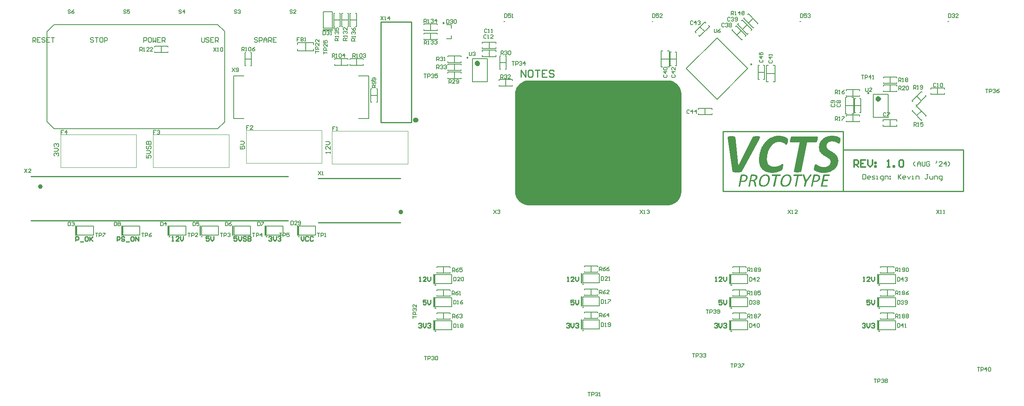
<source format=gto>
G04*
G04 #@! TF.GenerationSoftware,Altium Limited,Altium Designer,24.3.1 (35)*
G04*
G04 Layer_Color=65535*
%FSLAX25Y25*%
%MOIN*%
G70*
G04*
G04 #@! TF.SameCoordinates,03FD84D8-87D8-4BCB-B200-23DCDFDCD728*
G04*
G04*
G04 #@! TF.FilePolarity,Positive*
G04*
G01*
G75*
%ADD10C,0.00984*%
%ADD11C,0.02362*%
%ADD12C,0.00787*%
%ADD13C,0.03937*%
%ADD14C,0.03937*%
%ADD15C,0.01000*%
%ADD16C,0.00591*%
%ADD17C,0.00394*%
%ADD18C,0.01181*%
G36*
X557427Y322633D02*
X558923Y322232D01*
X560353Y321639D01*
X561694Y320865D01*
X562922Y319923D01*
X564017Y318828D01*
X564960Y317600D01*
X565734Y316259D01*
X566326Y314828D01*
X566727Y313333D01*
X566929Y311798D01*
X566929Y311023D01*
X566929Y311023D01*
X566929Y311023D01*
X566929Y228346D01*
X566929Y227572D01*
X566727Y226037D01*
X566326Y224542D01*
X565734Y223111D01*
X564960Y221771D01*
X564017Y220542D01*
X562922Y219447D01*
X561694Y218505D01*
X560353Y217731D01*
X558923Y217138D01*
X557427Y216738D01*
X555892Y216535D01*
X555118Y216535D01*
X437008D01*
X436234Y216535D01*
X434699Y216738D01*
X433203Y217138D01*
X431773Y217731D01*
X430432Y218505D01*
X429204Y219447D01*
X428109Y220542D01*
X427166Y221771D01*
X426392Y223111D01*
X425800Y224542D01*
X425399Y226037D01*
X425197Y227572D01*
X425197Y228346D01*
X425197Y228346D01*
Y311024D01*
Y311798D01*
X425399Y313333D01*
X425800Y314828D01*
X426392Y316259D01*
X427166Y317600D01*
X428109Y318828D01*
X429204Y319923D01*
X430432Y320865D01*
X431773Y321639D01*
X433203Y322232D01*
X434699Y322632D01*
X436234Y322834D01*
X437008Y322834D01*
X437008Y322835D01*
X555118Y322835D01*
X555892Y322835D01*
X557427Y322633D01*
D02*
G37*
G36*
X677308Y242659D02*
X677445Y242632D01*
X677472D01*
X677527Y242604D01*
X677595Y242577D01*
X677636Y242536D01*
Y242522D01*
X677650Y242495D01*
Y242440D01*
X677622Y242372D01*
X677609Y242358D01*
X677595Y242304D01*
X677554Y242235D01*
X677486Y242140D01*
X673439Y236398D01*
X672688Y232625D01*
Y232611D01*
X672674Y232598D01*
X672633Y232516D01*
X672619D01*
X672606Y232488D01*
X672565Y232475D01*
X672496Y232448D01*
X672482D01*
X672441Y232434D01*
X672373D01*
X672277Y232420D01*
X672250D01*
X672195Y232406D01*
X672100Y232393D01*
X671854D01*
X671744Y232406D01*
X671635Y232420D01*
X671621D01*
X671567Y232434D01*
X671498D01*
X671430Y232448D01*
X671416D01*
X671389Y232461D01*
X671362Y232488D01*
X671334Y232516D01*
Y232529D01*
Y232557D01*
Y232625D01*
X672086Y236398D01*
X670364Y242140D01*
Y242153D01*
X670350Y242167D01*
X670336Y242235D01*
X670309Y242331D01*
X670295Y242413D01*
Y242427D01*
Y242481D01*
X670309Y242522D01*
X670350Y242577D01*
X670364Y242591D01*
X670405Y242604D01*
X670459Y242632D01*
X670555Y242645D01*
X670582D01*
X670664Y242659D01*
X670801Y242673D01*
X671211D01*
X671321Y242659D01*
X671348D01*
X671403Y242645D01*
X671471Y242632D01*
X671539Y242604D01*
X671553Y242591D01*
X671580Y242577D01*
X671621Y242536D01*
X671649Y242495D01*
X671662Y242481D01*
X671676Y242454D01*
X671703Y242413D01*
X671731Y242345D01*
X672523Y239542D01*
X672537Y239515D01*
X672551Y239460D01*
X672578Y239365D01*
X672619Y239242D01*
X672660Y239105D01*
X672701Y238954D01*
X672783Y238613D01*
Y238599D01*
X672797Y238531D01*
X672824Y238449D01*
X672852Y238326D01*
X672879Y238189D01*
X672920Y238025D01*
X672988Y237669D01*
X673002D01*
X673016Y237697D01*
X673057Y237752D01*
X673111Y237847D01*
X673180Y237957D01*
X673275Y238107D01*
X673371Y238257D01*
X673576Y238599D01*
X673590Y238626D01*
X673631Y238681D01*
X673686Y238777D01*
X673768Y238886D01*
X673863Y239036D01*
X673959Y239187D01*
X674191Y239542D01*
X676132Y242386D01*
X676146Y242399D01*
X676160Y242440D01*
X676228Y242522D01*
X676242Y242536D01*
X676269Y242550D01*
X676324Y242577D01*
X676392Y242604D01*
X676406Y242618D01*
X676461Y242632D01*
X676529Y242645D01*
X676624Y242659D01*
X676652D01*
X676734Y242673D01*
X677171D01*
X677308Y242659D01*
D02*
G37*
G36*
X693070Y242604D02*
X693111Y242563D01*
X693138Y242522D01*
X693152Y242454D01*
X693165Y242372D01*
Y242358D01*
Y242345D01*
Y242304D01*
X693152Y242249D01*
Y242235D01*
Y242194D01*
X693138Y242140D01*
X693124Y242071D01*
Y242057D01*
X693111Y242017D01*
X693097Y241948D01*
X693083Y241866D01*
Y241852D01*
X693070Y241811D01*
X693042Y241757D01*
X693001Y241688D01*
X692987Y241675D01*
X692974Y241647D01*
X692892Y241552D01*
X692878D01*
X692851Y241538D01*
X692810Y241524D01*
X692755Y241511D01*
X688777D01*
X688135Y238298D01*
X691566D01*
X691607Y238285D01*
X691648Y238271D01*
X691689Y238230D01*
X691703Y238216D01*
X691716Y238175D01*
X691730Y238121D01*
X691744Y238038D01*
Y238025D01*
Y238011D01*
Y237970D01*
X691730Y237915D01*
Y237902D01*
X691716Y237861D01*
X691703Y237806D01*
X691689Y237738D01*
Y237724D01*
X691675Y237683D01*
X691662Y237615D01*
X691648Y237546D01*
Y237533D01*
X691634Y237492D01*
X691607Y237437D01*
X691579Y237369D01*
X691566Y237355D01*
X691552Y237328D01*
X691470Y237246D01*
X691457D01*
X691429Y237232D01*
X691388Y237218D01*
X691333Y237205D01*
X687916D01*
X687178Y233555D01*
X691238D01*
X691279Y233541D01*
X691320Y233527D01*
X691361Y233486D01*
X691374Y233473D01*
X691388Y233432D01*
X691402Y233377D01*
X691416Y233295D01*
Y233281D01*
Y233254D01*
Y233213D01*
X691402Y233158D01*
Y233145D01*
X691388Y233104D01*
X691374Y233049D01*
X691361Y232981D01*
Y232967D01*
X691347Y232926D01*
X691333Y232858D01*
X691320Y232776D01*
Y232762D01*
X691306Y232721D01*
X691279Y232666D01*
X691251Y232598D01*
X691238Y232584D01*
X691224Y232557D01*
X691183Y232516D01*
X691142Y232475D01*
X691128D01*
X691101Y232461D01*
X691046Y232448D01*
X690992Y232434D01*
X686043D01*
X685989Y232448D01*
X685934Y232461D01*
X685920D01*
X685879Y232488D01*
X685783Y232543D01*
X685770Y232557D01*
X685756Y232598D01*
X685729Y232653D01*
X685701Y232721D01*
Y232735D01*
Y232789D01*
Y232871D01*
X685729Y232981D01*
X687547Y242071D01*
Y242085D01*
X687561Y242126D01*
X687574Y242180D01*
X687602Y242249D01*
X687670Y242386D01*
X687725Y242454D01*
X687779Y242509D01*
X687793D01*
X687807Y242522D01*
X687902Y242577D01*
X688012Y242618D01*
X688148Y242632D01*
X693001D01*
X693070Y242604D01*
D02*
G37*
G36*
X682257Y242618D02*
X682380D01*
X682612Y242591D01*
X682667D01*
X682721Y242577D01*
X682803D01*
X682981Y242550D01*
X683200Y242509D01*
X683214D01*
X683268Y242495D01*
X683350Y242468D01*
X683460Y242440D01*
X683569Y242399D01*
X683706Y242345D01*
X683965Y242208D01*
X683979Y242194D01*
X684020Y242180D01*
X684088Y242126D01*
X684170Y242071D01*
X684348Y241921D01*
X684540Y241729D01*
X684553Y241716D01*
X684581Y241675D01*
X684621Y241620D01*
X684676Y241538D01*
X684745Y241442D01*
X684799Y241333D01*
X684908Y241060D01*
Y241046D01*
X684936Y240991D01*
X684949Y240923D01*
X684977Y240813D01*
X685004Y240690D01*
X685018Y240554D01*
X685045Y240390D01*
Y240226D01*
Y240212D01*
Y240157D01*
Y240075D01*
X685032Y239966D01*
X685018Y239829D01*
X685004Y239679D01*
X684936Y239351D01*
Y239337D01*
X684922Y239269D01*
X684895Y239187D01*
X684867Y239077D01*
X684813Y238941D01*
X684758Y238790D01*
X684621Y238462D01*
X684608Y238449D01*
X684581Y238394D01*
X684540Y238298D01*
X684485Y238189D01*
X684403Y238066D01*
X684307Y237929D01*
X684088Y237628D01*
X684075Y237615D01*
X684034Y237560D01*
X683965Y237492D01*
X683870Y237396D01*
X683747Y237300D01*
X683610Y237177D01*
X683460Y237054D01*
X683295Y236945D01*
X683268Y236931D01*
X683214Y236890D01*
X683118Y236836D01*
X682995Y236781D01*
X682831Y236699D01*
X682653Y236617D01*
X682448Y236548D01*
X682229Y236480D01*
X682202D01*
X682120Y236453D01*
X681997Y236425D01*
X681833Y236398D01*
X681614Y236371D01*
X681382Y236343D01*
X681108Y236330D01*
X680807Y236316D01*
X679399D01*
X678675Y232625D01*
Y232611D01*
X678661Y232598D01*
X678620Y232516D01*
X678607D01*
X678593Y232488D01*
X678552Y232475D01*
X678484Y232448D01*
X678470D01*
X678415Y232434D01*
X678347D01*
X678251Y232420D01*
X678224D01*
X678169Y232406D01*
X678074Y232393D01*
X677828D01*
X677718Y232406D01*
X677622Y232420D01*
X677609D01*
X677554Y232434D01*
X677486D01*
X677417Y232448D01*
X677404D01*
X677376Y232461D01*
X677349Y232488D01*
X677322Y232516D01*
Y232529D01*
X677308Y232557D01*
Y232584D01*
X677322Y232625D01*
X679194Y242044D01*
Y242057D01*
X679208Y242098D01*
X679222Y242153D01*
X679249Y242221D01*
X679318Y242372D01*
X679372Y242440D01*
X679440Y242495D01*
X679454D01*
X679482Y242522D01*
X679523Y242536D01*
X679577Y242563D01*
X679728Y242604D01*
X679905Y242632D01*
X682147D01*
X682257Y242618D01*
D02*
G37*
G36*
X669762D02*
X669817Y242604D01*
X669844Y242550D01*
X669858Y242536D01*
X669872Y242495D01*
X669885Y242440D01*
Y242345D01*
Y242331D01*
Y242317D01*
Y242276D01*
Y242221D01*
Y242208D01*
Y242167D01*
X669872Y242112D01*
X669858Y242044D01*
Y242030D01*
X669844Y241989D01*
X669831Y241921D01*
X669803Y241839D01*
Y241825D01*
X669790Y241770D01*
X669762Y241716D01*
X669721Y241647D01*
X669707Y241634D01*
X669694Y241606D01*
X669612Y241524D01*
X669598D01*
X669571Y241511D01*
X669530Y241497D01*
X669475Y241483D01*
X666604D01*
X664841Y232639D01*
Y232625D01*
X664827Y232598D01*
X664773Y232516D01*
X664759D01*
X664745Y232488D01*
X664704Y232475D01*
X664650Y232448D01*
X664636D01*
X664595Y232434D01*
X664527D01*
X664431Y232420D01*
X664403D01*
X664349Y232406D01*
X664240Y232393D01*
X663993D01*
X663884Y232406D01*
X663775Y232420D01*
X663761D01*
X663706Y232434D01*
X663638D01*
X663583Y232448D01*
X663570D01*
X663542Y232461D01*
X663515Y232488D01*
X663488Y232516D01*
Y232529D01*
X663474Y232557D01*
Y232598D01*
X663488Y232639D01*
X665251Y241483D01*
X662380D01*
X662339Y241497D01*
X662285Y241511D01*
X662244Y241552D01*
Y241565D01*
X662230Y241606D01*
X662216Y241661D01*
Y241743D01*
Y241757D01*
Y241784D01*
Y241825D01*
Y241880D01*
Y241894D01*
X662230Y241934D01*
Y241989D01*
X662244Y242057D01*
Y242071D01*
X662257Y242126D01*
X662285Y242194D01*
X662298Y242263D01*
X662312Y242276D01*
X662326Y242317D01*
X662353Y242372D01*
X662380Y242440D01*
X662394Y242454D01*
X662421Y242495D01*
X662490Y242577D01*
X662503Y242591D01*
X662531Y242604D01*
X662572Y242618D01*
X662626Y242632D01*
X669721D01*
X669762Y242618D01*
D02*
G37*
G36*
X651349D02*
X651403Y242604D01*
X651431Y242550D01*
X651444Y242536D01*
X651458Y242495D01*
X651472Y242440D01*
Y242345D01*
Y242331D01*
Y242317D01*
Y242276D01*
Y242221D01*
Y242208D01*
Y242167D01*
X651458Y242112D01*
X651444Y242044D01*
Y242030D01*
X651431Y241989D01*
X651417Y241921D01*
X651390Y241839D01*
Y241825D01*
X651376Y241770D01*
X651349Y241716D01*
X651308Y241647D01*
X651294Y241634D01*
X651280Y241606D01*
X651198Y241524D01*
X651185D01*
X651157Y241511D01*
X651116Y241497D01*
X651062Y241483D01*
X648191D01*
X646427Y232639D01*
Y232625D01*
X646414Y232598D01*
X646359Y232516D01*
X646346D01*
X646332Y232488D01*
X646291Y232475D01*
X646236Y232448D01*
X646222D01*
X646181Y232434D01*
X646113D01*
X646017Y232420D01*
X645990D01*
X645935Y232406D01*
X645826Y232393D01*
X645580D01*
X645471Y232406D01*
X645361Y232420D01*
X645348D01*
X645293Y232434D01*
X645225D01*
X645170Y232448D01*
X645156D01*
X645129Y232461D01*
X645101Y232488D01*
X645074Y232516D01*
Y232529D01*
X645060Y232557D01*
Y232598D01*
X645074Y232639D01*
X646838Y241483D01*
X643967D01*
X643926Y241497D01*
X643871Y241511D01*
X643830Y241552D01*
Y241565D01*
X643817Y241606D01*
X643803Y241661D01*
Y241743D01*
Y241757D01*
Y241784D01*
Y241825D01*
Y241880D01*
Y241894D01*
X643817Y241934D01*
Y241989D01*
X643830Y242057D01*
Y242071D01*
X643844Y242126D01*
X643871Y242194D01*
X643885Y242263D01*
X643898Y242276D01*
X643912Y242317D01*
X643939Y242372D01*
X643967Y242440D01*
X643981Y242454D01*
X644008Y242495D01*
X644076Y242577D01*
X644090Y242591D01*
X644117Y242604D01*
X644158Y242618D01*
X644213Y242632D01*
X651308D01*
X651349Y242618D01*
D02*
G37*
G36*
X628889D02*
X629067D01*
X629258Y242591D01*
X629477Y242563D01*
X629695Y242536D01*
X629901Y242481D01*
X629928D01*
X629996Y242454D01*
X630092Y242427D01*
X630215Y242386D01*
X630365Y242317D01*
X630516Y242249D01*
X630666Y242167D01*
X630816Y242071D01*
X630830Y242057D01*
X630871Y242017D01*
X630939Y241962D01*
X631021Y241880D01*
X631117Y241784D01*
X631213Y241675D01*
X631295Y241538D01*
X631377Y241401D01*
X631390Y241388D01*
X631404Y241333D01*
X631431Y241251D01*
X631472Y241142D01*
X631514Y241005D01*
X631541Y240855D01*
X631555Y240677D01*
X631568Y240486D01*
Y240458D01*
Y240390D01*
X631555Y240294D01*
Y240157D01*
X631527Y240007D01*
X631500Y239829D01*
X631459Y239652D01*
X631404Y239460D01*
Y239433D01*
X631377Y239378D01*
X631336Y239282D01*
X631295Y239159D01*
X631226Y239023D01*
X631144Y238872D01*
X631049Y238708D01*
X630939Y238558D01*
X630926Y238544D01*
X630885Y238490D01*
X630816Y238408D01*
X630734Y238312D01*
X630611Y238203D01*
X630488Y238080D01*
X630338Y237957D01*
X630160Y237833D01*
X630133Y237820D01*
X630078Y237779D01*
X629983Y237724D01*
X629846Y237656D01*
X629695Y237574D01*
X629504Y237478D01*
X629299Y237396D01*
X629080Y237314D01*
X629094Y237300D01*
X629149Y237287D01*
X629231Y237246D01*
X629313Y237177D01*
X629422Y237095D01*
X629531Y236986D01*
X629641Y236849D01*
X629750Y236685D01*
X629764Y236658D01*
X629791Y236603D01*
X629846Y236494D01*
X629901Y236343D01*
X629969Y236166D01*
X630037Y235947D01*
X630105Y235701D01*
X630160Y235414D01*
X630570Y233172D01*
Y233145D01*
X630584Y233076D01*
X630598Y232994D01*
X630611Y232885D01*
Y232871D01*
X630625Y232817D01*
X630639Y232735D01*
Y232653D01*
Y232639D01*
Y232611D01*
X630625Y232571D01*
X630598Y232529D01*
X630584Y232516D01*
X630570Y232502D01*
X630529Y232475D01*
X630461Y232448D01*
X630447D01*
X630406Y232434D01*
X630324D01*
X630229Y232420D01*
X630201D01*
X630119Y232406D01*
X630010Y232393D01*
X629736D01*
X629627Y232406D01*
X629518Y232420D01*
X629504D01*
X629449Y232434D01*
X629381Y232448D01*
X629326Y232461D01*
X629313Y232475D01*
X629285Y232488D01*
X629258Y232516D01*
X629231Y232557D01*
Y232571D01*
X629217Y232598D01*
X629203Y232653D01*
X629190Y232721D01*
X628793Y235113D01*
Y235127D01*
X628780Y235181D01*
X628766Y235263D01*
X628752Y235359D01*
X628725Y235482D01*
X628684Y235605D01*
X628616Y235865D01*
Y235879D01*
X628602Y235920D01*
X628575Y235988D01*
X628534Y236070D01*
X628438Y236261D01*
X628301Y236453D01*
X628287Y236467D01*
X628260Y236494D01*
X628219Y236535D01*
X628164Y236590D01*
X628082Y236658D01*
X627987Y236713D01*
X627768Y236836D01*
X627754Y236849D01*
X627713Y236863D01*
X627645Y236890D01*
X627549Y236918D01*
X627440Y236945D01*
X627317Y236959D01*
X627167Y236986D01*
X626087D01*
X625225Y232625D01*
Y232611D01*
X625212Y232598D01*
X625171Y232516D01*
X625157D01*
X625143Y232488D01*
X625102Y232475D01*
X625034Y232448D01*
X625020D01*
X624979Y232434D01*
X624911D01*
X624815Y232420D01*
X624788D01*
X624719Y232406D01*
X624624Y232393D01*
X624378D01*
X624268Y232406D01*
X624173Y232420D01*
X624159D01*
X624104Y232434D01*
X624036D01*
X623968Y232448D01*
X623954D01*
X623927Y232461D01*
X623899Y232488D01*
X623872Y232516D01*
Y232529D01*
X623858Y232557D01*
Y232584D01*
X623872Y232625D01*
X625758Y242071D01*
Y242085D01*
X625772Y242126D01*
X625786Y242180D01*
X625813Y242249D01*
X625881Y242386D01*
X625936Y242454D01*
X626005Y242509D01*
X626018D01*
X626032Y242522D01*
X626073Y242550D01*
X626127Y242577D01*
X626264Y242618D01*
X626415Y242632D01*
X628752D01*
X628889Y242618D01*
D02*
G37*
G36*
X620468D02*
X620591D01*
X620824Y242591D01*
X620878D01*
X620933Y242577D01*
X621015D01*
X621193Y242550D01*
X621411Y242509D01*
X621425D01*
X621480Y242495D01*
X621562Y242468D01*
X621671Y242440D01*
X621780Y242399D01*
X621917Y242345D01*
X622177Y242208D01*
X622191Y242194D01*
X622232Y242180D01*
X622300Y242126D01*
X622382Y242071D01*
X622560Y241921D01*
X622751Y241729D01*
X622765Y241716D01*
X622792Y241675D01*
X622833Y241620D01*
X622888Y241538D01*
X622956Y241442D01*
X623011Y241333D01*
X623120Y241060D01*
Y241046D01*
X623147Y240991D01*
X623161Y240923D01*
X623188Y240813D01*
X623216Y240690D01*
X623230Y240554D01*
X623257Y240390D01*
Y240226D01*
Y240212D01*
Y240157D01*
Y240075D01*
X623243Y239966D01*
X623230Y239829D01*
X623216Y239679D01*
X623147Y239351D01*
Y239337D01*
X623134Y239269D01*
X623106Y239187D01*
X623079Y239077D01*
X623024Y238941D01*
X622970Y238790D01*
X622833Y238462D01*
X622819Y238449D01*
X622792Y238394D01*
X622751Y238298D01*
X622696Y238189D01*
X622614Y238066D01*
X622519Y237929D01*
X622300Y237628D01*
X622286Y237615D01*
X622245Y237560D01*
X622177Y237492D01*
X622081Y237396D01*
X621958Y237300D01*
X621821Y237177D01*
X621671Y237054D01*
X621507Y236945D01*
X621480Y236931D01*
X621425Y236890D01*
X621329Y236836D01*
X621206Y236781D01*
X621042Y236699D01*
X620865Y236617D01*
X620659Y236548D01*
X620441Y236480D01*
X620413D01*
X620331Y236453D01*
X620208Y236425D01*
X620044Y236398D01*
X619826Y236371D01*
X619593Y236343D01*
X619320Y236330D01*
X619019Y236316D01*
X617611D01*
X616887Y232625D01*
Y232611D01*
X616873Y232598D01*
X616832Y232516D01*
X616818D01*
X616805Y232488D01*
X616764Y232475D01*
X616695Y232448D01*
X616682D01*
X616627Y232434D01*
X616559D01*
X616463Y232420D01*
X616435D01*
X616381Y232406D01*
X616285Y232393D01*
X616039D01*
X615930Y232406D01*
X615834Y232420D01*
X615820D01*
X615766Y232434D01*
X615697D01*
X615629Y232448D01*
X615615D01*
X615588Y232461D01*
X615561Y232488D01*
X615533Y232516D01*
Y232529D01*
X615520Y232557D01*
Y232584D01*
X615533Y232625D01*
X617406Y242044D01*
Y242057D01*
X617420Y242098D01*
X617433Y242153D01*
X617461Y242221D01*
X617529Y242372D01*
X617584Y242440D01*
X617652Y242495D01*
X617666D01*
X617693Y242522D01*
X617734Y242536D01*
X617789Y242563D01*
X617939Y242604D01*
X618117Y242632D01*
X620359D01*
X620468Y242618D01*
D02*
G37*
G36*
X657227Y242768D02*
X657309D01*
X657527Y242755D01*
X657760Y242727D01*
X658033Y242673D01*
X658293Y242618D01*
X658553Y242536D01*
X658566D01*
X658580Y242522D01*
X658662Y242495D01*
X658799Y242440D01*
X658949Y242358D01*
X659127Y242263D01*
X659318Y242153D01*
X659510Y242017D01*
X659687Y241852D01*
X659701Y241839D01*
X659756Y241770D01*
X659838Y241675D01*
X659947Y241538D01*
X660056Y241388D01*
X660166Y241196D01*
X660275Y240978D01*
X660371Y240732D01*
Y240718D01*
X660385Y240704D01*
X660398Y240663D01*
X660412Y240622D01*
X660439Y240472D01*
X660494Y240294D01*
X660535Y240075D01*
X660562Y239816D01*
X660590Y239515D01*
X660603Y239200D01*
Y239173D01*
Y239091D01*
Y238968D01*
X660590Y238804D01*
X660576Y238613D01*
X660549Y238380D01*
X660521Y238121D01*
X660480Y237847D01*
Y237833D01*
Y237820D01*
X660467Y237779D01*
X660453Y237724D01*
X660426Y237574D01*
X660398Y237369D01*
X660344Y237150D01*
X660275Y236890D01*
X660207Y236603D01*
X660111Y236316D01*
Y236302D01*
X660098Y236289D01*
X660084Y236248D01*
X660070Y236179D01*
X660002Y236043D01*
X659933Y235838D01*
X659824Y235619D01*
X659715Y235359D01*
X659578Y235100D01*
X659428Y234826D01*
Y234812D01*
X659414Y234799D01*
X659387Y234758D01*
X659346Y234703D01*
X659264Y234566D01*
X659141Y234389D01*
X658977Y234197D01*
X658799Y233979D01*
X658594Y233746D01*
X658361Y233527D01*
X658348D01*
X658334Y233500D01*
X658252Y233432D01*
X658115Y233336D01*
X657938Y233199D01*
X657719Y233063D01*
X657459Y232912D01*
X657172Y232762D01*
X656858Y232625D01*
X656844D01*
X656817Y232611D01*
X656776Y232598D01*
X656707Y232571D01*
X656625Y232543D01*
X656530Y232516D01*
X656420Y232488D01*
X656284Y232461D01*
X655997Y232393D01*
X655668Y232338D01*
X655286Y232297D01*
X654889Y232283D01*
X654739D01*
X654657Y232297D01*
X654575D01*
X654356Y232311D01*
X654110Y232338D01*
X653837Y232379D01*
X653563Y232434D01*
X653303Y232502D01*
X653290D01*
X653276Y232516D01*
X653194Y232543D01*
X653071Y232598D01*
X652907Y232666D01*
X652729Y232762D01*
X652552Y232871D01*
X652360Y233008D01*
X652183Y233172D01*
X652169Y233199D01*
X652114Y233254D01*
X652032Y233350D01*
X651923Y233473D01*
X651814Y233637D01*
X651704Y233828D01*
X651595Y234033D01*
X651499Y234266D01*
Y234279D01*
X651485Y234293D01*
Y234334D01*
X651472Y234389D01*
X651431Y234525D01*
X651390Y234703D01*
X651349Y234922D01*
X651321Y235181D01*
X651294Y235469D01*
X651280Y235783D01*
Y235797D01*
Y235810D01*
Y235851D01*
Y235906D01*
Y236043D01*
X651294Y236220D01*
X651308Y236439D01*
X651321Y236685D01*
X651349Y236959D01*
X651390Y237246D01*
Y237259D01*
Y237287D01*
X651403Y237328D01*
X651417Y237382D01*
X651444Y237533D01*
X651485Y237738D01*
X651540Y237970D01*
X651608Y238230D01*
X651690Y238503D01*
X651786Y238790D01*
Y238804D01*
X651800Y238831D01*
X651814Y238872D01*
X651841Y238927D01*
X651896Y239077D01*
X651977Y239269D01*
X652073Y239501D01*
X652196Y239747D01*
X652333Y240007D01*
X652483Y240280D01*
Y240294D01*
X652497Y240308D01*
X652524Y240349D01*
X652565Y240403D01*
X652661Y240540D01*
X652784Y240718D01*
X652934Y240909D01*
X653112Y241128D01*
X653317Y241347D01*
X653550Y241565D01*
X653563D01*
X653577Y241593D01*
X653618Y241620D01*
X653659Y241661D01*
X653796Y241757D01*
X653973Y241894D01*
X654192Y242030D01*
X654452Y242180D01*
X654739Y242317D01*
X655040Y242454D01*
X655053D01*
X655081Y242468D01*
X655122Y242481D01*
X655190Y242509D01*
X655272Y242536D01*
X655368Y242563D01*
X655477Y242591D01*
X655614Y242618D01*
X655901Y242673D01*
X656229Y242727D01*
X656598Y242768D01*
X656994Y242782D01*
X657145D01*
X657227Y242768D01*
D02*
G37*
G36*
X638813D02*
X638895D01*
X639114Y242755D01*
X639346Y242727D01*
X639620Y242673D01*
X639880Y242618D01*
X640139Y242536D01*
X640153D01*
X640167Y242522D01*
X640249Y242495D01*
X640385Y242440D01*
X640536Y242358D01*
X640713Y242263D01*
X640905Y242153D01*
X641096Y242017D01*
X641274Y241852D01*
X641288Y241839D01*
X641342Y241770D01*
X641424Y241675D01*
X641534Y241538D01*
X641643Y241388D01*
X641752Y241196D01*
X641862Y240978D01*
X641957Y240732D01*
Y240718D01*
X641971Y240704D01*
X641985Y240663D01*
X641998Y240622D01*
X642026Y240472D01*
X642080Y240294D01*
X642121Y240075D01*
X642149Y239816D01*
X642176Y239515D01*
X642190Y239200D01*
Y239173D01*
Y239091D01*
Y238968D01*
X642176Y238804D01*
X642162Y238613D01*
X642135Y238380D01*
X642108Y238121D01*
X642067Y237847D01*
Y237833D01*
Y237820D01*
X642053Y237779D01*
X642039Y237724D01*
X642012Y237574D01*
X641985Y237369D01*
X641930Y237150D01*
X641862Y236890D01*
X641793Y236603D01*
X641698Y236316D01*
Y236302D01*
X641684Y236289D01*
X641670Y236248D01*
X641657Y236179D01*
X641588Y236043D01*
X641520Y235838D01*
X641411Y235619D01*
X641301Y235359D01*
X641164Y235100D01*
X641014Y234826D01*
Y234812D01*
X641001Y234799D01*
X640973Y234758D01*
X640932Y234703D01*
X640850Y234566D01*
X640727Y234389D01*
X640563Y234197D01*
X640385Y233979D01*
X640180Y233746D01*
X639948Y233527D01*
X639934D01*
X639921Y233500D01*
X639839Y233432D01*
X639702Y233336D01*
X639524Y233199D01*
X639305Y233063D01*
X639046Y232912D01*
X638759Y232762D01*
X638444Y232625D01*
X638431D01*
X638403Y232611D01*
X638362Y232598D01*
X638294Y232571D01*
X638212Y232543D01*
X638116Y232516D01*
X638007Y232488D01*
X637870Y232461D01*
X637583Y232393D01*
X637255Y232338D01*
X636872Y232297D01*
X636476Y232283D01*
X636325D01*
X636243Y232297D01*
X636161D01*
X635943Y232311D01*
X635697Y232338D01*
X635423Y232379D01*
X635150Y232434D01*
X634890Y232502D01*
X634876D01*
X634863Y232516D01*
X634781Y232543D01*
X634658Y232598D01*
X634494Y232666D01*
X634316Y232762D01*
X634138Y232871D01*
X633947Y233008D01*
X633769Y233172D01*
X633755Y233199D01*
X633701Y233254D01*
X633619Y233350D01*
X633509Y233473D01*
X633400Y233637D01*
X633291Y233828D01*
X633181Y234033D01*
X633086Y234266D01*
Y234279D01*
X633072Y234293D01*
Y234334D01*
X633058Y234389D01*
X633017Y234525D01*
X632976Y234703D01*
X632935Y234922D01*
X632908Y235181D01*
X632880Y235469D01*
X632867Y235783D01*
Y235797D01*
Y235810D01*
Y235851D01*
Y235906D01*
Y236043D01*
X632880Y236220D01*
X632894Y236439D01*
X632908Y236685D01*
X632935Y236959D01*
X632976Y237246D01*
Y237259D01*
Y237287D01*
X632990Y237328D01*
X633004Y237382D01*
X633031Y237533D01*
X633072Y237738D01*
X633127Y237970D01*
X633195Y238230D01*
X633277Y238503D01*
X633373Y238790D01*
Y238804D01*
X633386Y238831D01*
X633400Y238872D01*
X633427Y238927D01*
X633482Y239077D01*
X633564Y239269D01*
X633660Y239501D01*
X633783Y239747D01*
X633919Y240007D01*
X634070Y240280D01*
Y240294D01*
X634084Y240308D01*
X634111Y240349D01*
X634152Y240403D01*
X634247Y240540D01*
X634371Y240718D01*
X634521Y240909D01*
X634699Y241128D01*
X634904Y241347D01*
X635136Y241565D01*
X635150D01*
X635163Y241593D01*
X635204Y241620D01*
X635245Y241661D01*
X635382Y241757D01*
X635560Y241894D01*
X635779Y242030D01*
X636038Y242180D01*
X636325Y242317D01*
X636626Y242454D01*
X636640D01*
X636667Y242468D01*
X636708Y242481D01*
X636776Y242509D01*
X636859Y242536D01*
X636954Y242563D01*
X637064Y242591D01*
X637200Y242618D01*
X637487Y242673D01*
X637815Y242727D01*
X638184Y242768D01*
X638581Y242782D01*
X638731D01*
X638813Y242768D01*
D02*
G37*
G36*
X696152Y275713D02*
X696480D01*
X696849Y275672D01*
X697670Y275549D01*
X697711D01*
X697833Y275508D01*
X698039Y275467D01*
X698326Y275426D01*
X698941Y275303D01*
X699597Y275098D01*
X699638D01*
X699761Y275057D01*
X699884Y275016D01*
X700089Y274934D01*
X700581Y274729D01*
X701073Y274483D01*
X701114D01*
X701155Y274442D01*
X701401Y274278D01*
X701688Y274114D01*
X701894Y273909D01*
X701934Y273868D01*
X702017Y273786D01*
X702140Y273622D01*
X702263Y273458D01*
X702304Y273417D01*
X702345Y273294D01*
X702386Y273089D01*
Y272843D01*
Y272801D01*
Y272678D01*
Y272514D01*
X702345Y272268D01*
Y272227D01*
X702304Y272063D01*
X702263Y271817D01*
X702222Y271489D01*
Y271407D01*
X702181Y271243D01*
X702099Y270956D01*
X702017Y270628D01*
Y270546D01*
X701975Y270382D01*
X701894Y270136D01*
X701770Y269849D01*
X701729Y269808D01*
X701688Y269644D01*
X701565Y269439D01*
X701442Y269234D01*
X701401Y269193D01*
X701319Y269152D01*
X701237Y269070D01*
X701073Y269029D01*
X701032D01*
X700868Y269070D01*
X700581Y269152D01*
X700253Y269316D01*
X700212D01*
X700171Y269357D01*
X699925Y269521D01*
X699515Y269685D01*
X699023Y269931D01*
X698982D01*
X698900Y270013D01*
X698736Y270054D01*
X698531Y270136D01*
X698285Y270259D01*
X697998Y270382D01*
X697300Y270587D01*
X697259D01*
X697136Y270628D01*
X696931Y270710D01*
X696685Y270751D01*
X696357Y270833D01*
X695988Y270874D01*
X695578Y270915D01*
X694676D01*
X694389Y270874D01*
X694020Y270833D01*
X693691Y270751D01*
X692953Y270546D01*
X692912D01*
X692830Y270464D01*
X692666Y270382D01*
X692461Y270300D01*
X691969Y270013D01*
X691518Y269603D01*
X691477Y269562D01*
X691436Y269521D01*
X691313Y269398D01*
X691190Y269234D01*
X690903Y268824D01*
X690657Y268290D01*
Y268249D01*
X690616Y268167D01*
X690575Y268044D01*
X690534Y267839D01*
X690452Y267388D01*
X690411Y266855D01*
Y266814D01*
Y266732D01*
X690452Y266568D01*
Y266363D01*
X690575Y265871D01*
X690821Y265338D01*
Y265297D01*
X690903Y265215D01*
X690985Y265092D01*
X691108Y264928D01*
X691477Y264559D01*
X691928Y264107D01*
X691969Y264066D01*
X692051Y264025D01*
X692215Y263902D01*
X692420Y263779D01*
X692666Y263615D01*
X692953Y263451D01*
X693569Y263041D01*
X693610Y263000D01*
X693733Y262959D01*
X693897Y262836D01*
X694143Y262713D01*
X694430Y262549D01*
X694717Y262385D01*
X695414Y261975D01*
X695455Y261934D01*
X695578Y261893D01*
X695742Y261770D01*
X695988Y261606D01*
X696275Y261442D01*
X696603Y261196D01*
X697259Y260745D01*
X697300Y260703D01*
X697423Y260622D01*
X697587Y260498D01*
X697792Y260293D01*
X698039Y260088D01*
X698326Y259801D01*
X698859Y259186D01*
X698900Y259145D01*
X698982Y259022D01*
X699105Y258858D01*
X699269Y258612D01*
X699474Y258284D01*
X699638Y257956D01*
X700007Y257136D01*
X700048Y257095D01*
X700089Y256931D01*
X700171Y256684D01*
X700253Y256398D01*
X700335Y255987D01*
X700376Y255536D01*
X700458Y255044D01*
Y254511D01*
Y254470D01*
Y254429D01*
Y254306D01*
Y254142D01*
X700417Y253691D01*
X700335Y253158D01*
X700253Y252542D01*
X700089Y251845D01*
X699843Y251107D01*
X699556Y250369D01*
X699515Y250287D01*
X699392Y250041D01*
X699187Y249713D01*
X698900Y249262D01*
X698531Y248729D01*
X698121Y248196D01*
X697587Y247621D01*
X697013Y247088D01*
X696931Y247047D01*
X696726Y246842D01*
X696357Y246596D01*
X695906Y246309D01*
X695332Y245940D01*
X694635Y245571D01*
X693897Y245202D01*
X693035Y244874D01*
X692994D01*
X692912Y244833D01*
X692789Y244792D01*
X692625Y244751D01*
X692420Y244710D01*
X692133Y244628D01*
X691518Y244505D01*
X690739Y244340D01*
X689878Y244217D01*
X688893Y244135D01*
X687868Y244094D01*
X687335D01*
X686966Y244135D01*
X686515Y244177D01*
X686023Y244217D01*
X685038Y244382D01*
X684997D01*
X684833Y244423D01*
X684587Y244464D01*
X684259Y244546D01*
X683890Y244628D01*
X683480Y244710D01*
X682701Y244956D01*
X682660D01*
X682537Y244997D01*
X682373Y245079D01*
X682127Y245161D01*
X681594Y245407D01*
X681019Y245653D01*
X680978D01*
X680896Y245735D01*
X680650Y245899D01*
X680322Y246145D01*
X680035Y246391D01*
X679994Y246473D01*
X679871Y246678D01*
X679748Y247006D01*
X679707Y247498D01*
Y247539D01*
Y247621D01*
Y247785D01*
X679748Y248031D01*
Y248113D01*
X679789Y248277D01*
X679830Y248565D01*
X679871Y248852D01*
Y248893D01*
Y248934D01*
X679912Y249139D01*
X679994Y249426D01*
X680076Y249754D01*
Y249795D01*
X680117Y249836D01*
X680158Y250041D01*
X680240Y250328D01*
X680363Y250615D01*
X680404Y250697D01*
X680486Y250820D01*
X680609Y251025D01*
X680732Y251230D01*
X680773Y251271D01*
X680855Y251353D01*
X681019Y251435D01*
X681183Y251476D01*
X681265D01*
X681470Y251435D01*
X681758Y251312D01*
X682127Y251107D01*
X682168D01*
X682250Y251025D01*
X682373Y250984D01*
X682537Y250861D01*
X682947Y250615D01*
X683521Y250287D01*
X683562D01*
X683685Y250205D01*
X683849Y250123D01*
X684054Y250000D01*
X684341Y249877D01*
X684669Y249754D01*
X685449Y249467D01*
X685490D01*
X685654Y249426D01*
X685900Y249344D01*
X686228Y249303D01*
X686638Y249221D01*
X687089Y249139D01*
X687622Y249098D01*
X688688D01*
X689016Y249139D01*
X689386Y249180D01*
X689796Y249221D01*
X690616Y249426D01*
X690657D01*
X690780Y249508D01*
X690985Y249590D01*
X691231Y249672D01*
X691805Y250000D01*
X692379Y250410D01*
X692420Y250451D01*
X692502Y250533D01*
X692625Y250656D01*
X692789Y250820D01*
X693158Y251271D01*
X693486Y251845D01*
Y251886D01*
X693528Y252009D01*
X693610Y252173D01*
X693691Y252379D01*
X693733Y252625D01*
X693815Y252953D01*
X693856Y253609D01*
Y253650D01*
Y253773D01*
X693815Y253937D01*
Y254142D01*
X693650Y254634D01*
X693569Y254921D01*
X693404Y255167D01*
Y255208D01*
X693322Y255290D01*
X693240Y255413D01*
X693117Y255577D01*
X692748Y255946D01*
X692297Y256357D01*
X692256Y256398D01*
X692174Y256438D01*
X692010Y256561D01*
X691846Y256726D01*
X691600Y256890D01*
X691313Y257054D01*
X690698Y257423D01*
X690657Y257464D01*
X690534Y257505D01*
X690370Y257628D01*
X690124Y257751D01*
X689878Y257915D01*
X689549Y258079D01*
X688893Y258489D01*
X688852Y258530D01*
X688729Y258571D01*
X688565Y258694D01*
X688319Y258858D01*
X688073Y259063D01*
X687745Y259268D01*
X687089Y259719D01*
X687048Y259760D01*
X686925Y259842D01*
X686761Y259965D01*
X686556Y260170D01*
X686023Y260622D01*
X685490Y261237D01*
X685449Y261278D01*
X685366Y261401D01*
X685244Y261565D01*
X685079Y261852D01*
X684915Y262139D01*
X684710Y262467D01*
X684382Y263287D01*
Y263328D01*
X684300Y263492D01*
X684259Y263738D01*
X684177Y264066D01*
X684095Y264476D01*
X684054Y264928D01*
X683972Y265461D01*
Y265994D01*
Y266035D01*
Y266076D01*
Y266199D01*
Y266363D01*
X684013Y266773D01*
X684095Y267306D01*
X684177Y267880D01*
X684300Y268536D01*
X684505Y269234D01*
X684792Y269931D01*
Y269972D01*
X684833Y270013D01*
X684956Y270218D01*
X685161Y270587D01*
X685407Y270997D01*
X685736Y271489D01*
X686146Y271981D01*
X686638Y272514D01*
X687171Y273007D01*
X687253Y273047D01*
X687458Y273212D01*
X687745Y273458D01*
X688196Y273745D01*
X688729Y274073D01*
X689345Y274401D01*
X690042Y274729D01*
X690780Y275016D01*
X690821D01*
X690862Y275057D01*
X690985Y275098D01*
X691149Y275139D01*
X691559Y275262D01*
X692133Y275385D01*
X692830Y275508D01*
X693610Y275631D01*
X694471Y275713D01*
X695414Y275754D01*
X695865D01*
X696152Y275713D01*
D02*
G37*
G36*
X651082Y275672D02*
X651533Y275631D01*
X652066Y275549D01*
X653174Y275344D01*
X653256D01*
X653420Y275303D01*
X653707Y275221D01*
X654035Y275098D01*
X654445Y274975D01*
X654855Y274811D01*
X655716Y274442D01*
X655757Y274401D01*
X655880Y274360D01*
X656085Y274237D01*
X656331Y274114D01*
X656823Y273786D01*
X657070Y273581D01*
X657275Y273417D01*
X657316D01*
X657357Y273335D01*
X657521Y273089D01*
X657644Y272761D01*
X657726Y272514D01*
Y272268D01*
Y272227D01*
Y272145D01*
Y271981D01*
X657685Y271776D01*
Y271530D01*
X657644Y271202D01*
X657562Y270874D01*
X657480Y270464D01*
Y270423D01*
X657439Y270300D01*
X657398Y270095D01*
X657316Y269849D01*
X657152Y269275D01*
X657029Y268947D01*
X656906Y268701D01*
Y268659D01*
X656865Y268618D01*
X656701Y268372D01*
X656454Y268167D01*
X656331Y268085D01*
X656167Y268044D01*
X656126D01*
X655962Y268085D01*
X655716Y268208D01*
X655429Y268413D01*
X655347Y268495D01*
X655142Y268659D01*
X654773Y268947D01*
X654322Y269234D01*
X654281Y269275D01*
X654199Y269316D01*
X654076Y269398D01*
X653871Y269521D01*
X653625Y269644D01*
X653338Y269808D01*
X652969Y269931D01*
X652599Y270095D01*
X652559D01*
X652394Y270177D01*
X652189Y270218D01*
X651861Y270300D01*
X651492Y270382D01*
X651041Y270423D01*
X650508Y270505D01*
X649647D01*
X649319Y270464D01*
X648868Y270423D01*
X648376Y270341D01*
X647842Y270177D01*
X647268Y270013D01*
X646735Y269767D01*
X646653Y269726D01*
X646489Y269644D01*
X646202Y269480D01*
X645874Y269275D01*
X645464Y269029D01*
X645054Y268701D01*
X644602Y268331D01*
X644151Y267921D01*
X644110Y267880D01*
X643946Y267716D01*
X643741Y267470D01*
X643495Y267183D01*
X643167Y266773D01*
X642839Y266322D01*
X642511Y265830D01*
X642183Y265297D01*
X642142Y265215D01*
X642060Y265051D01*
X641896Y264763D01*
X641691Y264353D01*
X641445Y263902D01*
X641199Y263369D01*
X640994Y262795D01*
X640748Y262180D01*
X640707Y262098D01*
X640666Y261893D01*
X640584Y261606D01*
X640460Y261196D01*
X640297Y260703D01*
X640173Y260170D01*
X639927Y258981D01*
Y258899D01*
X639886Y258694D01*
X639845Y258407D01*
X639804Y257997D01*
X639763Y257546D01*
X639722Y257054D01*
X639681Y256028D01*
Y255946D01*
Y255741D01*
X639722Y255413D01*
Y255044D01*
X639763Y254552D01*
X639845Y254060D01*
X640091Y253076D01*
Y253035D01*
X640173Y252871D01*
X640255Y252625D01*
X640379Y252379D01*
X640748Y251681D01*
X641281Y251025D01*
X641322Y250984D01*
X641404Y250902D01*
X641568Y250738D01*
X641814Y250574D01*
X642101Y250369D01*
X642388Y250164D01*
X642757Y249959D01*
X643167Y249795D01*
X643208D01*
X643372Y249713D01*
X643618Y249672D01*
X643905Y249590D01*
X644315Y249508D01*
X644726Y249467D01*
X645218Y249385D01*
X646366D01*
X646735Y249426D01*
X647186Y249467D01*
X647678Y249508D01*
X648170Y249590D01*
X648622Y249713D01*
X648663D01*
X648827Y249795D01*
X649032Y249836D01*
X649319Y249959D01*
X649975Y250205D01*
X650631Y250492D01*
X650672D01*
X650795Y250574D01*
X650918Y250656D01*
X651123Y250738D01*
X651574Y250984D01*
X652025Y251271D01*
X652066D01*
X652107Y251312D01*
X652353Y251476D01*
X652681Y251599D01*
X653051Y251640D01*
X653092D01*
X653215Y251599D01*
X653338Y251558D01*
X653461Y251394D01*
X653502Y251353D01*
X653543Y251230D01*
X653584Y251066D01*
Y250779D01*
Y250738D01*
Y250656D01*
X653543Y250492D01*
X653502Y250287D01*
Y250246D01*
X653461Y250082D01*
X653420Y249836D01*
X653379Y249549D01*
Y249467D01*
X653338Y249303D01*
X653297Y249016D01*
X653215Y248647D01*
Y248606D01*
Y248565D01*
X653174Y248359D01*
X653092Y248072D01*
X653010Y247744D01*
Y247662D01*
X652928Y247498D01*
X652846Y247252D01*
X652723Y246965D01*
X652681Y246924D01*
X652640Y246760D01*
X652518Y246596D01*
X652312Y246391D01*
X652271Y246350D01*
X652107Y246227D01*
X651943Y246104D01*
X651779Y246022D01*
X651574Y245899D01*
X651287Y245735D01*
X651246D01*
X651164Y245653D01*
X651000Y245571D01*
X650795Y245489D01*
X650508Y245366D01*
X650221Y245243D01*
X649483Y244956D01*
X649442D01*
X649278Y244915D01*
X649073Y244833D01*
X648786Y244751D01*
X648417Y244669D01*
X648006Y244587D01*
X647514Y244464D01*
X647022Y244382D01*
X646981D01*
X646776Y244340D01*
X646530Y244300D01*
X646161Y244258D01*
X645710Y244217D01*
X645218Y244177D01*
X644685Y244135D01*
X643659D01*
X643454Y244177D01*
X643167D01*
X642552Y244217D01*
X641855Y244300D01*
X641035Y244423D01*
X640255Y244587D01*
X639435Y244792D01*
X639394D01*
X639353Y244833D01*
X639107Y244915D01*
X638697Y245079D01*
X638246Y245325D01*
X637672Y245612D01*
X637098Y245981D01*
X636524Y246391D01*
X635949Y246883D01*
X635867Y246965D01*
X635703Y247129D01*
X635457Y247416D01*
X635129Y247826D01*
X634760Y248359D01*
X634391Y248934D01*
X634063Y249631D01*
X633735Y250369D01*
Y250410D01*
X633694Y250451D01*
X633653Y250574D01*
X633612Y250738D01*
X633571Y250943D01*
X633489Y251189D01*
X633366Y251804D01*
X633202Y252502D01*
X633079Y253363D01*
X632997Y254265D01*
X632956Y255290D01*
Y255331D01*
Y255372D01*
Y255495D01*
Y255659D01*
X632997Y256110D01*
Y256684D01*
X633038Y257382D01*
X633120Y258161D01*
X633243Y259022D01*
X633366Y259883D01*
Y259924D01*
X633407Y260006D01*
Y260129D01*
X633448Y260293D01*
X633489Y260498D01*
X633571Y260745D01*
X633694Y261360D01*
X633899Y262057D01*
X634145Y262836D01*
X634391Y263656D01*
X634719Y264517D01*
Y264559D01*
X634760Y264599D01*
X634801Y264722D01*
X634883Y264886D01*
X635088Y265338D01*
X635375Y265912D01*
X635703Y266568D01*
X636114Y267265D01*
X636565Y268003D01*
X637057Y268782D01*
Y268824D01*
X637139Y268864D01*
X637303Y269111D01*
X637590Y269521D01*
X638000Y270013D01*
X638492Y270546D01*
X639025Y271161D01*
X639640Y271776D01*
X640338Y272350D01*
X640379D01*
X640419Y272432D01*
X640666Y272596D01*
X641076Y272884D01*
X641609Y273253D01*
X642265Y273622D01*
X643003Y274032D01*
X643823Y274442D01*
X644685Y274811D01*
X644726D01*
X644808Y274852D01*
X644931Y274893D01*
X645095Y274934D01*
X645341Y275016D01*
X645587Y275098D01*
X646284Y275262D01*
X647063Y275426D01*
X647965Y275590D01*
X648991Y275672D01*
X650057Y275713D01*
X650672D01*
X651082Y275672D01*
D02*
G37*
G36*
X632259Y275303D02*
X632546D01*
X632792Y275262D01*
X632915D01*
X633161Y275180D01*
X633448Y275057D01*
X633571Y274975D01*
X633653Y274893D01*
X633694Y274852D01*
X633776Y274729D01*
Y274483D01*
X633735Y274155D01*
Y274114D01*
X633694Y274073D01*
X633653Y273950D01*
X633612Y273786D01*
X633407Y273376D01*
X633120Y272801D01*
X618643Y245694D01*
X618602Y245653D01*
X618520Y245489D01*
X618356Y245284D01*
X618192Y245079D01*
X618151Y245038D01*
X618028Y244956D01*
X617782Y244833D01*
X617495Y244710D01*
X617413D01*
X617167Y244628D01*
X616798Y244587D01*
X616306Y244546D01*
X615772D01*
X615526Y244505D01*
X612820D01*
X612451Y244546D01*
X612000D01*
X611836Y244587D01*
X611671D01*
X611261Y244628D01*
X610851Y244710D01*
X610769Y244751D01*
X610646Y244792D01*
X610441Y244915D01*
X610277Y245079D01*
Y245120D01*
X610195Y245243D01*
X610154Y245489D01*
X610113Y245776D01*
X606381Y273376D01*
Y273417D01*
Y273499D01*
X606340Y273745D01*
X606299Y274073D01*
Y274401D01*
Y274483D01*
X606340Y274647D01*
X606463Y274852D01*
X606627Y275016D01*
X606709Y275057D01*
X606873Y275139D01*
X607201Y275221D01*
X607612Y275262D01*
X607735D01*
X607899Y275303D01*
X608350D01*
X608637Y275344D01*
X610072D01*
X610646Y275303D01*
X610974D01*
X611220Y275262D01*
X611343D01*
X611589Y275221D01*
X611918Y275180D01*
X612205Y275098D01*
X612246Y275057D01*
X612369Y275016D01*
X612533Y274893D01*
X612615Y274729D01*
X612656Y274688D01*
X612697Y274565D01*
X612738Y274360D01*
X612779Y274114D01*
X615403Y250615D01*
X615444D01*
X627337Y274196D01*
X627378Y274278D01*
X627460Y274401D01*
X627583Y274606D01*
X627706Y274770D01*
X627747Y274811D01*
X627871Y274893D01*
X628034Y275016D01*
X628281Y275098D01*
X628363Y275139D01*
X628568Y275180D01*
X628896Y275221D01*
X629347Y275262D01*
X629470D01*
X629593Y275303D01*
X630044D01*
X630372Y275344D01*
X631684D01*
X632259Y275303D01*
D02*
G37*
G36*
X682660Y275180D02*
X682824Y275098D01*
X682947Y274934D01*
X682988Y274893D01*
X683029Y274770D01*
X683070Y274524D01*
X683111Y274196D01*
Y274155D01*
Y274073D01*
Y273909D01*
X683070Y273663D01*
Y273581D01*
X683029Y273417D01*
X682988Y273171D01*
X682947Y272843D01*
Y272761D01*
X682906Y272555D01*
X682824Y272268D01*
X682742Y271899D01*
X682701Y271817D01*
X682660Y271612D01*
X682537Y271366D01*
X682414Y271038D01*
X682373Y270956D01*
X682291Y270792D01*
X682168Y270587D01*
X682004Y270382D01*
X681963Y270341D01*
X681840Y270259D01*
X681676Y270177D01*
X681470Y270136D01*
X673802D01*
X668881Y245489D01*
Y245448D01*
X668798Y245325D01*
X668716Y245202D01*
X668593Y245038D01*
X668552Y244997D01*
X668470Y244956D01*
X668265Y244833D01*
X668019Y244751D01*
X667937D01*
X667773Y244669D01*
X667445Y244628D01*
X667035Y244587D01*
X666912D01*
X666789Y244546D01*
X666379D01*
X666133Y244505D01*
X664985D01*
X664492Y244546D01*
X664000Y244587D01*
X663918D01*
X663672Y244628D01*
X663385Y244669D01*
X663098Y244751D01*
X663057Y244792D01*
X662934Y244833D01*
X662811Y244915D01*
X662688Y245038D01*
Y245079D01*
X662647Y245161D01*
X662606Y245325D01*
X662647Y245489D01*
X667568Y270136D01*
X659899D01*
X659735Y270177D01*
X659571Y270259D01*
X659448Y270382D01*
Y270423D01*
X659407Y270546D01*
X659366Y270792D01*
X659325Y271079D01*
Y271120D01*
Y271243D01*
Y271407D01*
Y271653D01*
Y271735D01*
X659366Y271899D01*
X659407Y272145D01*
X659448Y272473D01*
Y272514D01*
Y272555D01*
X659489Y272761D01*
X659571Y273047D01*
X659653Y273417D01*
Y273458D01*
X659694Y273499D01*
X659776Y273704D01*
X659858Y273991D01*
X659981Y274278D01*
X660022Y274360D01*
X660104Y274524D01*
X660227Y274729D01*
X660391Y274934D01*
X660432Y274975D01*
X660555Y275098D01*
X660719Y275180D01*
X660924Y275221D01*
X682537D01*
X682660Y275180D01*
D02*
G37*
G36*
X735922Y109681D02*
X735918Y109677D01*
X735910Y109665D01*
X735893Y109644D01*
X735872Y109619D01*
X735847Y109590D01*
X735818Y109557D01*
X735752Y109478D01*
X735681Y109398D01*
X735610Y109315D01*
X735577Y109278D01*
X735544Y109245D01*
X735510Y109215D01*
X735485Y109190D01*
X735490D01*
X735502Y109186D01*
X735519Y109182D01*
X735544Y109178D01*
X735573Y109174D01*
X735606Y109166D01*
X735648Y109157D01*
X735693Y109145D01*
X735789Y109124D01*
X735897Y109099D01*
X736010Y109070D01*
X736126Y109041D01*
X736005Y108670D01*
X736001D01*
X735989Y108679D01*
X735964Y108683D01*
X735939Y108695D01*
X735901Y108708D01*
X735864Y108721D01*
X735772Y108758D01*
X735677Y108795D01*
X735577Y108837D01*
X735481Y108883D01*
X735440Y108904D01*
X735402Y108924D01*
Y108920D01*
Y108904D01*
X735406Y108879D01*
X735410Y108845D01*
X735415Y108808D01*
X735419Y108766D01*
X735423Y108716D01*
X735427Y108666D01*
X735435Y108558D01*
X735444Y108450D01*
X735448Y108396D01*
Y108350D01*
X735452Y108309D01*
Y108271D01*
X735074D01*
Y108275D01*
Y108284D01*
Y108296D01*
Y108317D01*
X735078Y108342D01*
Y108375D01*
X735082Y108408D01*
X735086Y108450D01*
Y108496D01*
X735094Y108546D01*
X735098Y108600D01*
X735103Y108658D01*
X735119Y108783D01*
X735136Y108924D01*
X735132D01*
X735123Y108916D01*
X735107Y108912D01*
X735086Y108899D01*
X735061Y108887D01*
X735032Y108874D01*
X734994Y108858D01*
X734957Y108841D01*
X734866Y108804D01*
X734761Y108758D01*
X734641Y108716D01*
X734516Y108670D01*
X734395Y109041D01*
X734400D01*
X734412Y109045D01*
X734429Y109053D01*
X734454Y109057D01*
X734483Y109070D01*
X734516Y109078D01*
X734558Y109091D01*
X734603Y109103D01*
X734699Y109128D01*
X734811Y109153D01*
X734928Y109174D01*
X735048Y109190D01*
X735040Y109199D01*
X735019Y109215D01*
X734982Y109253D01*
X734932Y109303D01*
X734903Y109336D01*
X734870Y109369D01*
X734832Y109411D01*
X734791Y109457D01*
X734749Y109507D01*
X734703Y109557D01*
X734653Y109619D01*
X734599Y109681D01*
X734911Y109902D01*
Y109898D01*
X734920Y109894D01*
X734928Y109881D01*
X734940Y109864D01*
X734953Y109844D01*
X734970Y109819D01*
X734990Y109790D01*
X735015Y109756D01*
X735065Y109677D01*
X735128Y109582D01*
X735198Y109469D01*
X735273Y109344D01*
Y109349D01*
X735282Y109361D01*
X735290Y109378D01*
X735307Y109403D01*
X735323Y109436D01*
X735340Y109469D01*
X735386Y109552D01*
X735440Y109640D01*
X735498Y109736D01*
X735552Y109823D01*
X735610Y109902D01*
X735922Y109681D01*
D02*
G37*
G36*
Y129366D02*
X735918Y129362D01*
X735910Y129350D01*
X735893Y129329D01*
X735872Y129304D01*
X735847Y129275D01*
X735818Y129242D01*
X735752Y129163D01*
X735681Y129084D01*
X735610Y129000D01*
X735577Y128963D01*
X735544Y128930D01*
X735510Y128901D01*
X735485Y128876D01*
X735490D01*
X735502Y128871D01*
X735519Y128867D01*
X735544Y128863D01*
X735573Y128859D01*
X735606Y128851D01*
X735648Y128842D01*
X735693Y128830D01*
X735789Y128809D01*
X735897Y128784D01*
X736010Y128755D01*
X736126Y128726D01*
X736005Y128356D01*
X736001D01*
X735989Y128364D01*
X735964Y128368D01*
X735939Y128381D01*
X735901Y128393D01*
X735864Y128405D01*
X735772Y128443D01*
X735677Y128480D01*
X735577Y128522D01*
X735481Y128568D01*
X735440Y128588D01*
X735402Y128609D01*
Y128605D01*
Y128588D01*
X735406Y128564D01*
X735410Y128530D01*
X735415Y128493D01*
X735419Y128451D01*
X735423Y128401D01*
X735427Y128351D01*
X735435Y128243D01*
X735444Y128135D01*
X735448Y128081D01*
Y128035D01*
X735452Y127994D01*
Y127956D01*
X735074D01*
Y127960D01*
Y127969D01*
Y127981D01*
Y128002D01*
X735078Y128027D01*
Y128060D01*
X735082Y128094D01*
X735086Y128135D01*
Y128181D01*
X735094Y128231D01*
X735098Y128285D01*
X735103Y128343D01*
X735119Y128468D01*
X735136Y128609D01*
X735132D01*
X735123Y128601D01*
X735107Y128597D01*
X735086Y128584D01*
X735061Y128572D01*
X735032Y128559D01*
X734994Y128543D01*
X734957Y128526D01*
X734866Y128489D01*
X734761Y128443D01*
X734641Y128401D01*
X734516Y128356D01*
X734395Y128726D01*
X734400D01*
X734412Y128730D01*
X734429Y128738D01*
X734454Y128742D01*
X734483Y128755D01*
X734516Y128763D01*
X734558Y128776D01*
X734603Y128788D01*
X734699Y128813D01*
X734811Y128838D01*
X734928Y128859D01*
X735048Y128876D01*
X735040Y128884D01*
X735019Y128901D01*
X734982Y128938D01*
X734932Y128988D01*
X734903Y129021D01*
X734870Y129054D01*
X734832Y129096D01*
X734791Y129142D01*
X734749Y129192D01*
X734703Y129242D01*
X734653Y129304D01*
X734599Y129366D01*
X734911Y129587D01*
Y129583D01*
X734920Y129579D01*
X734928Y129566D01*
X734940Y129550D01*
X734953Y129529D01*
X734970Y129504D01*
X734990Y129475D01*
X735015Y129441D01*
X735065Y129362D01*
X735128Y129267D01*
X735198Y129154D01*
X735273Y129030D01*
Y129034D01*
X735282Y129046D01*
X735290Y129063D01*
X735307Y129088D01*
X735323Y129121D01*
X735340Y129154D01*
X735386Y129237D01*
X735440Y129325D01*
X735498Y129420D01*
X735552Y129508D01*
X735610Y129587D01*
X735922Y129366D01*
D02*
G37*
G36*
Y149051D02*
X735918Y149047D01*
X735910Y149035D01*
X735893Y149014D01*
X735872Y148989D01*
X735847Y148960D01*
X735818Y148927D01*
X735752Y148848D01*
X735681Y148769D01*
X735610Y148685D01*
X735577Y148648D01*
X735544Y148615D01*
X735510Y148586D01*
X735485Y148561D01*
X735490D01*
X735502Y148556D01*
X735519Y148552D01*
X735544Y148548D01*
X735573Y148544D01*
X735606Y148536D01*
X735648Y148527D01*
X735693Y148515D01*
X735789Y148494D01*
X735897Y148469D01*
X736010Y148440D01*
X736126Y148411D01*
X736005Y148041D01*
X736001D01*
X735989Y148049D01*
X735964Y148053D01*
X735939Y148066D01*
X735901Y148078D01*
X735864Y148091D01*
X735772Y148128D01*
X735677Y148165D01*
X735577Y148207D01*
X735481Y148253D01*
X735440Y148274D01*
X735402Y148294D01*
Y148290D01*
Y148274D01*
X735406Y148249D01*
X735410Y148215D01*
X735415Y148178D01*
X735419Y148136D01*
X735423Y148086D01*
X735427Y148036D01*
X735435Y147928D01*
X735444Y147820D01*
X735448Y147766D01*
Y147720D01*
X735452Y147679D01*
Y147641D01*
X735074D01*
Y147645D01*
Y147654D01*
Y147666D01*
Y147687D01*
X735078Y147712D01*
Y147745D01*
X735082Y147778D01*
X735086Y147820D01*
Y147866D01*
X735094Y147916D01*
X735098Y147970D01*
X735103Y148028D01*
X735119Y148153D01*
X735136Y148294D01*
X735132D01*
X735123Y148286D01*
X735107Y148282D01*
X735086Y148269D01*
X735061Y148257D01*
X735032Y148244D01*
X734994Y148228D01*
X734957Y148211D01*
X734866Y148174D01*
X734761Y148128D01*
X734641Y148086D01*
X734516Y148041D01*
X734395Y148411D01*
X734400D01*
X734412Y148415D01*
X734429Y148423D01*
X734454Y148427D01*
X734483Y148440D01*
X734516Y148448D01*
X734558Y148461D01*
X734603Y148473D01*
X734699Y148498D01*
X734811Y148523D01*
X734928Y148544D01*
X735048Y148561D01*
X735040Y148569D01*
X735019Y148586D01*
X734982Y148623D01*
X734932Y148673D01*
X734903Y148706D01*
X734870Y148740D01*
X734832Y148781D01*
X734791Y148827D01*
X734749Y148877D01*
X734703Y148927D01*
X734653Y148989D01*
X734599Y149051D01*
X734911Y149272D01*
Y149268D01*
X734920Y149264D01*
X734928Y149251D01*
X734940Y149234D01*
X734953Y149214D01*
X734970Y149189D01*
X734990Y149160D01*
X735015Y149126D01*
X735065Y149047D01*
X735128Y148952D01*
X735198Y148839D01*
X735273Y148714D01*
Y148719D01*
X735282Y148731D01*
X735290Y148748D01*
X735307Y148773D01*
X735323Y148806D01*
X735340Y148839D01*
X735386Y148923D01*
X735440Y149010D01*
X735498Y149106D01*
X735552Y149193D01*
X735610Y149272D01*
X735922Y149051D01*
D02*
G37*
G36*
X609938Y109681D02*
X609934Y109677D01*
X609925Y109665D01*
X609909Y109644D01*
X609888Y109619D01*
X609863Y109590D01*
X609834Y109557D01*
X609767Y109478D01*
X609697Y109398D01*
X609626Y109315D01*
X609593Y109278D01*
X609559Y109245D01*
X609526Y109215D01*
X609501Y109190D01*
X609505D01*
X609518Y109186D01*
X609534Y109182D01*
X609559Y109178D01*
X609588Y109174D01*
X609622Y109166D01*
X609663Y109157D01*
X609709Y109145D01*
X609805Y109124D01*
X609913Y109099D01*
X610025Y109070D01*
X610142Y109041D01*
X610021Y108670D01*
X610017D01*
X610004Y108679D01*
X609979Y108683D01*
X609955Y108695D01*
X609917Y108708D01*
X609880Y108720D01*
X609788Y108758D01*
X609692Y108795D01*
X609593Y108837D01*
X609497Y108883D01*
X609455Y108904D01*
X609418Y108924D01*
Y108920D01*
Y108904D01*
X609422Y108879D01*
X609426Y108845D01*
X609430Y108808D01*
X609435Y108766D01*
X609439Y108716D01*
X609443Y108666D01*
X609451Y108558D01*
X609459Y108450D01*
X609464Y108396D01*
Y108350D01*
X609468Y108309D01*
Y108271D01*
X609089D01*
Y108275D01*
Y108284D01*
Y108296D01*
Y108317D01*
X609093Y108342D01*
Y108375D01*
X609098Y108408D01*
X609102Y108450D01*
Y108496D01*
X609110Y108546D01*
X609114Y108600D01*
X609118Y108658D01*
X609135Y108783D01*
X609152Y108924D01*
X609148D01*
X609139Y108916D01*
X609123Y108912D01*
X609102Y108899D01*
X609077Y108887D01*
X609048Y108874D01*
X609010Y108858D01*
X608973Y108841D01*
X608881Y108804D01*
X608777Y108758D01*
X608657Y108716D01*
X608532Y108670D01*
X608411Y109041D01*
X608415D01*
X608428Y109045D01*
X608444Y109053D01*
X608469Y109057D01*
X608498Y109070D01*
X608532Y109078D01*
X608573Y109091D01*
X608619Y109103D01*
X608715Y109128D01*
X608827Y109153D01*
X608944Y109174D01*
X609064Y109190D01*
X609056Y109199D01*
X609035Y109215D01*
X608998Y109253D01*
X608948Y109303D01*
X608919Y109336D01*
X608885Y109369D01*
X608848Y109411D01*
X608806Y109457D01*
X608765Y109507D01*
X608719Y109557D01*
X608669Y109619D01*
X608615Y109681D01*
X608927Y109902D01*
Y109898D01*
X608935Y109894D01*
X608944Y109881D01*
X608956Y109864D01*
X608969Y109844D01*
X608985Y109819D01*
X609006Y109790D01*
X609031Y109756D01*
X609081Y109677D01*
X609143Y109582D01*
X609214Y109469D01*
X609289Y109344D01*
Y109349D01*
X609297Y109361D01*
X609306Y109378D01*
X609322Y109403D01*
X609339Y109436D01*
X609355Y109469D01*
X609401Y109552D01*
X609455Y109640D01*
X609514Y109736D01*
X609568Y109823D01*
X609626Y109902D01*
X609938Y109681D01*
D02*
G37*
G36*
X609938Y129367D02*
X609934Y129362D01*
X609925Y129350D01*
X609909Y129329D01*
X609888Y129304D01*
X609863Y129275D01*
X609834Y129242D01*
X609767Y129163D01*
X609697Y129084D01*
X609626Y129000D01*
X609593Y128963D01*
X609559Y128930D01*
X609526Y128901D01*
X609501Y128876D01*
X609505D01*
X609518Y128871D01*
X609534Y128867D01*
X609559Y128863D01*
X609588Y128859D01*
X609622Y128851D01*
X609663Y128842D01*
X609709Y128830D01*
X609805Y128809D01*
X609913Y128784D01*
X610025Y128755D01*
X610142Y128726D01*
X610021Y128356D01*
X610017D01*
X610004Y128364D01*
X609979Y128368D01*
X609955Y128381D01*
X609917Y128393D01*
X609880Y128405D01*
X609788Y128443D01*
X609692Y128480D01*
X609593Y128522D01*
X609497Y128568D01*
X609455Y128588D01*
X609418Y128609D01*
Y128605D01*
Y128588D01*
X609422Y128564D01*
X609426Y128530D01*
X609430Y128493D01*
X609435Y128451D01*
X609439Y128401D01*
X609443Y128351D01*
X609451Y128243D01*
X609459Y128135D01*
X609464Y128081D01*
Y128035D01*
X609468Y127994D01*
Y127956D01*
X609089D01*
Y127960D01*
Y127969D01*
Y127981D01*
Y128002D01*
X609093Y128027D01*
Y128060D01*
X609098Y128094D01*
X609102Y128135D01*
Y128181D01*
X609110Y128231D01*
X609114Y128285D01*
X609118Y128343D01*
X609135Y128468D01*
X609152Y128609D01*
X609148D01*
X609139Y128601D01*
X609123Y128597D01*
X609102Y128584D01*
X609077Y128572D01*
X609048Y128559D01*
X609010Y128543D01*
X608973Y128526D01*
X608881Y128489D01*
X608777Y128443D01*
X608657Y128401D01*
X608532Y128356D01*
X608411Y128726D01*
X608415D01*
X608428Y128730D01*
X608444Y128738D01*
X608469Y128743D01*
X608498Y128755D01*
X608532Y128763D01*
X608573Y128776D01*
X608619Y128788D01*
X608715Y128813D01*
X608827Y128838D01*
X608944Y128859D01*
X609064Y128876D01*
X609056Y128884D01*
X609035Y128901D01*
X608998Y128938D01*
X608948Y128988D01*
X608919Y129021D01*
X608885Y129054D01*
X608848Y129096D01*
X608806Y129142D01*
X608765Y129192D01*
X608719Y129242D01*
X608669Y129304D01*
X608615Y129367D01*
X608927Y129587D01*
Y129583D01*
X608935Y129579D01*
X608944Y129566D01*
X608956Y129550D01*
X608969Y129529D01*
X608985Y129504D01*
X609006Y129475D01*
X609031Y129441D01*
X609081Y129362D01*
X609143Y129267D01*
X609214Y129154D01*
X609289Y129030D01*
Y129034D01*
X609297Y129046D01*
X609306Y129063D01*
X609322Y129088D01*
X609339Y129121D01*
X609355Y129154D01*
X609401Y129237D01*
X609455Y129325D01*
X609514Y129420D01*
X609568Y129508D01*
X609626Y129587D01*
X609938Y129367D01*
D02*
G37*
G36*
X609938Y149051D02*
X609934Y149047D01*
X609925Y149035D01*
X609909Y149014D01*
X609888Y148989D01*
X609863Y148960D01*
X609834Y148927D01*
X609767Y148848D01*
X609697Y148769D01*
X609626Y148685D01*
X609593Y148648D01*
X609559Y148615D01*
X609526Y148586D01*
X609501Y148561D01*
X609505D01*
X609518Y148556D01*
X609534Y148552D01*
X609559Y148548D01*
X609588Y148544D01*
X609622Y148536D01*
X609663Y148527D01*
X609709Y148515D01*
X609805Y148494D01*
X609913Y148469D01*
X610025Y148440D01*
X610142Y148411D01*
X610021Y148041D01*
X610017D01*
X610005Y148049D01*
X609979Y148053D01*
X609955Y148066D01*
X609917Y148078D01*
X609880Y148091D01*
X609788Y148128D01*
X609692Y148165D01*
X609593Y148207D01*
X609497Y148253D01*
X609455Y148274D01*
X609418Y148294D01*
Y148290D01*
Y148274D01*
X609422Y148249D01*
X609426Y148215D01*
X609430Y148178D01*
X609435Y148136D01*
X609439Y148086D01*
X609443Y148036D01*
X609451Y147928D01*
X609459Y147820D01*
X609464Y147766D01*
Y147720D01*
X609468Y147679D01*
Y147641D01*
X609089D01*
Y147645D01*
Y147654D01*
Y147666D01*
Y147687D01*
X609093Y147712D01*
Y147745D01*
X609098Y147778D01*
X609102Y147820D01*
Y147866D01*
X609110Y147916D01*
X609114Y147970D01*
X609118Y148028D01*
X609135Y148153D01*
X609152Y148294D01*
X609148D01*
X609139Y148286D01*
X609123Y148282D01*
X609102Y148269D01*
X609077Y148257D01*
X609048Y148245D01*
X609010Y148228D01*
X608973Y148211D01*
X608881Y148174D01*
X608777Y148128D01*
X608657Y148086D01*
X608532Y148041D01*
X608411Y148411D01*
X608415D01*
X608428Y148415D01*
X608444Y148423D01*
X608469Y148427D01*
X608498Y148440D01*
X608532Y148448D01*
X608573Y148461D01*
X608619Y148473D01*
X608715Y148498D01*
X608827Y148523D01*
X608944Y148544D01*
X609064Y148561D01*
X609056Y148569D01*
X609035Y148586D01*
X608998Y148623D01*
X608948Y148673D01*
X608919Y148706D01*
X608885Y148740D01*
X608848Y148781D01*
X608806Y148827D01*
X608765Y148877D01*
X608719Y148927D01*
X608669Y148989D01*
X608615Y149051D01*
X608927Y149272D01*
Y149268D01*
X608935Y149264D01*
X608944Y149251D01*
X608956Y149234D01*
X608969Y149214D01*
X608985Y149189D01*
X609006Y149160D01*
X609031Y149126D01*
X609081Y149047D01*
X609143Y148952D01*
X609214Y148839D01*
X609289Y148714D01*
Y148719D01*
X609297Y148731D01*
X609306Y148748D01*
X609322Y148773D01*
X609339Y148806D01*
X609355Y148839D01*
X609401Y148923D01*
X609455Y149010D01*
X609514Y149106D01*
X609568Y149193D01*
X609626Y149272D01*
X609938Y149051D01*
D02*
G37*
G36*
X483757Y149739D02*
X483753Y149734D01*
X483744Y149722D01*
X483728Y149701D01*
X483707Y149676D01*
X483682Y149647D01*
X483653Y149614D01*
X483586Y149535D01*
X483516Y149456D01*
X483445Y149373D01*
X483412Y149335D01*
X483378Y149302D01*
X483345Y149273D01*
X483320Y149248D01*
X483324D01*
X483337Y149244D01*
X483353Y149239D01*
X483378Y149235D01*
X483407Y149231D01*
X483441Y149223D01*
X483482Y149214D01*
X483528Y149202D01*
X483624Y149181D01*
X483732Y149156D01*
X483844Y149127D01*
X483961Y149098D01*
X483840Y148728D01*
X483836D01*
X483823Y148736D01*
X483798Y148740D01*
X483773Y148753D01*
X483736Y148765D01*
X483699Y148778D01*
X483607Y148815D01*
X483511Y148853D01*
X483412Y148894D01*
X483316Y148940D01*
X483274Y148961D01*
X483237Y148981D01*
Y148977D01*
Y148961D01*
X483241Y148936D01*
X483245Y148902D01*
X483249Y148865D01*
X483253Y148823D01*
X483258Y148774D01*
X483262Y148724D01*
X483270Y148615D01*
X483278Y148507D01*
X483283Y148453D01*
Y148407D01*
X483287Y148366D01*
Y148328D01*
X482908D01*
Y148333D01*
Y148341D01*
Y148353D01*
Y148374D01*
X482912Y148399D01*
Y148432D01*
X482916Y148466D01*
X482921Y148507D01*
Y148553D01*
X482929Y148603D01*
X482933Y148657D01*
X482937Y148715D01*
X482954Y148840D01*
X482971Y148981D01*
X482966D01*
X482958Y148973D01*
X482941Y148969D01*
X482921Y148957D01*
X482896Y148944D01*
X482867Y148932D01*
X482829Y148915D01*
X482792Y148898D01*
X482700Y148861D01*
X482596Y148815D01*
X482476Y148774D01*
X482351Y148728D01*
X482230Y149098D01*
X482234D01*
X482247Y149102D01*
X482263Y149110D01*
X482288Y149115D01*
X482317Y149127D01*
X482351Y149135D01*
X482392Y149148D01*
X482438Y149160D01*
X482534Y149185D01*
X482646Y149210D01*
X482763Y149231D01*
X482883Y149248D01*
X482875Y149256D01*
X482854Y149273D01*
X482817Y149310D01*
X482767Y149360D01*
X482738Y149393D01*
X482704Y149427D01*
X482667Y149468D01*
X482625Y149514D01*
X482584Y149564D01*
X482538Y149614D01*
X482488Y149676D01*
X482434Y149739D01*
X482746Y149959D01*
Y149955D01*
X482754Y149951D01*
X482763Y149938D01*
X482775Y149922D01*
X482788Y149901D01*
X482804Y149876D01*
X482825Y149847D01*
X482850Y149813D01*
X482900Y149734D01*
X482962Y149639D01*
X483033Y149527D01*
X483108Y149402D01*
Y149406D01*
X483116Y149418D01*
X483124Y149435D01*
X483141Y149460D01*
X483158Y149493D01*
X483174Y149527D01*
X483220Y149610D01*
X483274Y149697D01*
X483332Y149793D01*
X483387Y149880D01*
X483445Y149959D01*
X483757Y149739D01*
D02*
G37*
G36*
Y130054D02*
X483753Y130049D01*
X483744Y130037D01*
X483728Y130016D01*
X483707Y129991D01*
X483682Y129962D01*
X483653Y129929D01*
X483586Y129850D01*
X483516Y129771D01*
X483445Y129688D01*
X483412Y129650D01*
X483378Y129617D01*
X483345Y129588D01*
X483320Y129563D01*
X483324D01*
X483337Y129559D01*
X483353Y129554D01*
X483378Y129550D01*
X483407Y129546D01*
X483441Y129538D01*
X483482Y129529D01*
X483528Y129517D01*
X483624Y129496D01*
X483732Y129471D01*
X483844Y129442D01*
X483961Y129413D01*
X483840Y129043D01*
X483836D01*
X483823Y129051D01*
X483798Y129055D01*
X483773Y129068D01*
X483736Y129080D01*
X483699Y129093D01*
X483607Y129130D01*
X483511Y129167D01*
X483412Y129209D01*
X483316Y129255D01*
X483274Y129276D01*
X483237Y129297D01*
Y129292D01*
Y129276D01*
X483241Y129251D01*
X483245Y129217D01*
X483249Y129180D01*
X483253Y129138D01*
X483258Y129088D01*
X483262Y129039D01*
X483270Y128930D01*
X483278Y128822D01*
X483283Y128768D01*
Y128722D01*
X483287Y128681D01*
Y128643D01*
X482908D01*
Y128647D01*
Y128656D01*
Y128668D01*
Y128689D01*
X482912Y128714D01*
Y128747D01*
X482916Y128781D01*
X482921Y128822D01*
Y128868D01*
X482929Y128918D01*
X482933Y128972D01*
X482937Y129030D01*
X482954Y129155D01*
X482971Y129297D01*
X482966D01*
X482958Y129288D01*
X482941Y129284D01*
X482921Y129271D01*
X482896Y129259D01*
X482867Y129247D01*
X482829Y129230D01*
X482792Y129213D01*
X482700Y129176D01*
X482596Y129130D01*
X482476Y129088D01*
X482351Y129043D01*
X482230Y129413D01*
X482234D01*
X482247Y129417D01*
X482263Y129425D01*
X482288Y129430D01*
X482317Y129442D01*
X482351Y129450D01*
X482392Y129463D01*
X482438Y129475D01*
X482534Y129500D01*
X482646Y129525D01*
X482763Y129546D01*
X482883Y129563D01*
X482875Y129571D01*
X482854Y129588D01*
X482817Y129625D01*
X482767Y129675D01*
X482738Y129708D01*
X482704Y129742D01*
X482667Y129783D01*
X482625Y129829D01*
X482584Y129879D01*
X482538Y129929D01*
X482488Y129991D01*
X482434Y130054D01*
X482746Y130274D01*
Y130270D01*
X482754Y130266D01*
X482763Y130253D01*
X482775Y130237D01*
X482788Y130216D01*
X482804Y130191D01*
X482825Y130162D01*
X482850Y130129D01*
X482900Y130049D01*
X482962Y129954D01*
X483033Y129841D01*
X483108Y129717D01*
Y129721D01*
X483116Y129733D01*
X483124Y129750D01*
X483141Y129775D01*
X483158Y129808D01*
X483174Y129841D01*
X483220Y129925D01*
X483274Y130012D01*
X483332Y130108D01*
X483387Y130195D01*
X483445Y130274D01*
X483757Y130054D01*
D02*
G37*
G36*
Y110369D02*
X483753Y110364D01*
X483744Y110352D01*
X483728Y110331D01*
X483707Y110306D01*
X483682Y110277D01*
X483653Y110244D01*
X483586Y110165D01*
X483516Y110086D01*
X483445Y110003D01*
X483412Y109965D01*
X483378Y109932D01*
X483345Y109903D01*
X483320Y109878D01*
X483324D01*
X483337Y109873D01*
X483353Y109869D01*
X483378Y109865D01*
X483407Y109861D01*
X483441Y109853D01*
X483482Y109844D01*
X483528Y109832D01*
X483624Y109811D01*
X483732Y109786D01*
X483844Y109757D01*
X483961Y109728D01*
X483840Y109358D01*
X483836D01*
X483823Y109366D01*
X483798Y109370D01*
X483773Y109383D01*
X483736Y109395D01*
X483699Y109408D01*
X483607Y109445D01*
X483511Y109483D01*
X483412Y109524D01*
X483316Y109570D01*
X483274Y109591D01*
X483237Y109611D01*
Y109607D01*
Y109591D01*
X483241Y109566D01*
X483245Y109532D01*
X483249Y109495D01*
X483253Y109453D01*
X483258Y109403D01*
X483262Y109353D01*
X483270Y109245D01*
X483278Y109137D01*
X483283Y109083D01*
Y109037D01*
X483287Y108996D01*
Y108958D01*
X482908D01*
Y108963D01*
Y108971D01*
Y108983D01*
Y109004D01*
X482912Y109029D01*
Y109062D01*
X482916Y109096D01*
X482921Y109137D01*
Y109183D01*
X482929Y109233D01*
X482933Y109287D01*
X482937Y109345D01*
X482954Y109470D01*
X482971Y109611D01*
X482966D01*
X482958Y109603D01*
X482941Y109599D01*
X482921Y109587D01*
X482896Y109574D01*
X482867Y109562D01*
X482829Y109545D01*
X482792Y109528D01*
X482700Y109491D01*
X482596Y109445D01*
X482476Y109403D01*
X482351Y109358D01*
X482230Y109728D01*
X482234D01*
X482247Y109732D01*
X482263Y109740D01*
X482288Y109745D01*
X482317Y109757D01*
X482351Y109765D01*
X482392Y109778D01*
X482438Y109790D01*
X482534Y109815D01*
X482646Y109840D01*
X482763Y109861D01*
X482883Y109878D01*
X482875Y109886D01*
X482854Y109903D01*
X482817Y109940D01*
X482767Y109990D01*
X482738Y110023D01*
X482704Y110056D01*
X482667Y110098D01*
X482625Y110144D01*
X482584Y110194D01*
X482538Y110244D01*
X482488Y110306D01*
X482434Y110369D01*
X482746Y110589D01*
Y110585D01*
X482754Y110581D01*
X482763Y110568D01*
X482775Y110552D01*
X482788Y110531D01*
X482804Y110506D01*
X482825Y110477D01*
X482850Y110443D01*
X482900Y110364D01*
X482962Y110269D01*
X483033Y110156D01*
X483108Y110032D01*
Y110036D01*
X483116Y110048D01*
X483124Y110065D01*
X483141Y110090D01*
X483158Y110123D01*
X483174Y110156D01*
X483220Y110240D01*
X483274Y110327D01*
X483332Y110423D01*
X483387Y110510D01*
X483445Y110589D01*
X483757Y110369D01*
D02*
G37*
G36*
X357969Y149051D02*
X357965Y149047D01*
X357957Y149035D01*
X357940Y149014D01*
X357920Y148989D01*
X357894Y148960D01*
X357865Y148927D01*
X357799Y148848D01*
X357728Y148769D01*
X357657Y148685D01*
X357624Y148648D01*
X357591Y148615D01*
X357558Y148585D01*
X357533Y148561D01*
X357537D01*
X357549Y148556D01*
X357566Y148552D01*
X357591Y148548D01*
X357620Y148544D01*
X357653Y148536D01*
X357695Y148527D01*
X357741Y148515D01*
X357836Y148494D01*
X357944Y148469D01*
X358057Y148440D01*
X358173Y148411D01*
X358053Y148041D01*
X358048D01*
X358036Y148049D01*
X358011Y148053D01*
X357986Y148066D01*
X357949Y148078D01*
X357911Y148091D01*
X357820Y148128D01*
X357724Y148165D01*
X357624Y148207D01*
X357528Y148253D01*
X357487Y148274D01*
X357449Y148294D01*
Y148290D01*
Y148274D01*
X357453Y148249D01*
X357458Y148215D01*
X357462Y148178D01*
X357466Y148136D01*
X357470Y148086D01*
X357474Y148036D01*
X357483Y147928D01*
X357491Y147820D01*
X357495Y147766D01*
Y147720D01*
X357499Y147679D01*
Y147641D01*
X357121D01*
Y147645D01*
Y147654D01*
Y147666D01*
Y147687D01*
X357125Y147712D01*
Y147745D01*
X357129Y147778D01*
X357133Y147820D01*
Y147866D01*
X357142Y147916D01*
X357146Y147970D01*
X357150Y148028D01*
X357167Y148153D01*
X357183Y148294D01*
X357179D01*
X357171Y148286D01*
X357154Y148282D01*
X357133Y148269D01*
X357108Y148257D01*
X357079Y148244D01*
X357042Y148228D01*
X357004Y148211D01*
X356913Y148174D01*
X356809Y148128D01*
X356688Y148086D01*
X356563Y148041D01*
X356443Y148411D01*
X356447D01*
X356459Y148415D01*
X356476Y148423D01*
X356501Y148427D01*
X356530Y148440D01*
X356563Y148448D01*
X356605Y148461D01*
X356651Y148473D01*
X356746Y148498D01*
X356859Y148523D01*
X356975Y148544D01*
X357096Y148561D01*
X357087Y148569D01*
X357067Y148585D01*
X357029Y148623D01*
X356979Y148673D01*
X356950Y148706D01*
X356917Y148740D01*
X356879Y148781D01*
X356838Y148827D01*
X356796Y148877D01*
X356750Y148927D01*
X356701Y148989D01*
X356646Y149051D01*
X356959Y149272D01*
Y149268D01*
X356967Y149264D01*
X356975Y149251D01*
X356988Y149234D01*
X357000Y149214D01*
X357017Y149189D01*
X357038Y149160D01*
X357063Y149126D01*
X357112Y149047D01*
X357175Y148952D01*
X357246Y148839D01*
X357320Y148714D01*
Y148719D01*
X357329Y148731D01*
X357337Y148748D01*
X357354Y148773D01*
X357370Y148806D01*
X357387Y148839D01*
X357433Y148923D01*
X357487Y149010D01*
X357545Y149106D01*
X357599Y149193D01*
X357657Y149272D01*
X357969Y149051D01*
D02*
G37*
G36*
X357969Y129366D02*
X357965Y129362D01*
X357957Y129350D01*
X357940Y129329D01*
X357920Y129304D01*
X357894Y129275D01*
X357865Y129242D01*
X357799Y129163D01*
X357728Y129084D01*
X357657Y129000D01*
X357624Y128963D01*
X357591Y128930D01*
X357558Y128901D01*
X357533Y128876D01*
X357537D01*
X357549Y128871D01*
X357566Y128867D01*
X357591Y128863D01*
X357620Y128859D01*
X357653Y128851D01*
X357695Y128842D01*
X357741Y128830D01*
X357836Y128809D01*
X357944Y128784D01*
X358057Y128755D01*
X358173Y128726D01*
X358053Y128356D01*
X358048D01*
X358036Y128364D01*
X358011Y128368D01*
X357986Y128381D01*
X357949Y128393D01*
X357911Y128405D01*
X357820Y128443D01*
X357724Y128480D01*
X357624Y128522D01*
X357528Y128568D01*
X357487Y128588D01*
X357449Y128609D01*
Y128605D01*
Y128588D01*
X357453Y128563D01*
X357458Y128530D01*
X357462Y128493D01*
X357466Y128451D01*
X357470Y128401D01*
X357474Y128351D01*
X357483Y128243D01*
X357491Y128135D01*
X357495Y128081D01*
Y128035D01*
X357499Y127994D01*
Y127956D01*
X357121D01*
Y127960D01*
Y127969D01*
Y127981D01*
Y128002D01*
X357125Y128027D01*
Y128060D01*
X357129Y128094D01*
X357133Y128135D01*
Y128181D01*
X357141Y128231D01*
X357146Y128285D01*
X357150Y128343D01*
X357167Y128468D01*
X357183Y128609D01*
X357179D01*
X357171Y128601D01*
X357154Y128597D01*
X357133Y128584D01*
X357108Y128572D01*
X357079Y128559D01*
X357042Y128543D01*
X357004Y128526D01*
X356913Y128489D01*
X356809Y128443D01*
X356688Y128401D01*
X356563Y128356D01*
X356443Y128726D01*
X356447D01*
X356459Y128730D01*
X356476Y128738D01*
X356501Y128742D01*
X356530Y128755D01*
X356563Y128763D01*
X356605Y128776D01*
X356651Y128788D01*
X356746Y128813D01*
X356859Y128838D01*
X356975Y128859D01*
X357096Y128876D01*
X357087Y128884D01*
X357067Y128901D01*
X357029Y128938D01*
X356979Y128988D01*
X356950Y129021D01*
X356917Y129054D01*
X356879Y129096D01*
X356838Y129142D01*
X356796Y129192D01*
X356750Y129242D01*
X356701Y129304D01*
X356646Y129366D01*
X356959Y129587D01*
Y129583D01*
X356967Y129579D01*
X356975Y129566D01*
X356988Y129550D01*
X357000Y129529D01*
X357017Y129504D01*
X357037Y129475D01*
X357063Y129441D01*
X357112Y129362D01*
X357175Y129267D01*
X357245Y129154D01*
X357320Y129030D01*
Y129034D01*
X357329Y129046D01*
X357337Y129063D01*
X357354Y129088D01*
X357370Y129121D01*
X357387Y129154D01*
X357433Y129237D01*
X357487Y129325D01*
X357545Y129420D01*
X357599Y129508D01*
X357657Y129587D01*
X357969Y129366D01*
D02*
G37*
G36*
X357969Y109681D02*
X357965Y109677D01*
X357957Y109665D01*
X357940Y109644D01*
X357920Y109619D01*
X357894Y109590D01*
X357865Y109557D01*
X357799Y109477D01*
X357728Y109398D01*
X357657Y109315D01*
X357624Y109278D01*
X357591Y109245D01*
X357558Y109215D01*
X357533Y109190D01*
X357537D01*
X357549Y109186D01*
X357566Y109182D01*
X357591Y109178D01*
X357620Y109174D01*
X357653Y109166D01*
X357695Y109157D01*
X357741Y109145D01*
X357836Y109124D01*
X357944Y109099D01*
X358057Y109070D01*
X358173Y109041D01*
X358053Y108670D01*
X358048D01*
X358036Y108679D01*
X358011Y108683D01*
X357986Y108695D01*
X357949Y108708D01*
X357911Y108720D01*
X357820Y108758D01*
X357724Y108795D01*
X357624Y108837D01*
X357528Y108883D01*
X357487Y108904D01*
X357449Y108924D01*
Y108920D01*
Y108904D01*
X357453Y108879D01*
X357458Y108845D01*
X357462Y108808D01*
X357466Y108766D01*
X357470Y108716D01*
X357474Y108666D01*
X357483Y108558D01*
X357491Y108450D01*
X357495Y108396D01*
Y108350D01*
X357499Y108309D01*
Y108271D01*
X357121D01*
Y108275D01*
Y108284D01*
Y108296D01*
Y108317D01*
X357125Y108342D01*
Y108375D01*
X357129Y108408D01*
X357133Y108450D01*
Y108496D01*
X357142Y108546D01*
X357146Y108600D01*
X357150Y108658D01*
X357167Y108783D01*
X357183Y108924D01*
X357179D01*
X357171Y108916D01*
X357154Y108912D01*
X357133Y108899D01*
X357108Y108887D01*
X357079Y108874D01*
X357042Y108858D01*
X357004Y108841D01*
X356913Y108804D01*
X356809Y108758D01*
X356688Y108716D01*
X356563Y108670D01*
X356443Y109041D01*
X356447D01*
X356459Y109045D01*
X356476Y109053D01*
X356501Y109057D01*
X356530Y109070D01*
X356563Y109078D01*
X356605Y109091D01*
X356651Y109103D01*
X356746Y109128D01*
X356859Y109153D01*
X356975Y109174D01*
X357096Y109190D01*
X357087Y109199D01*
X357067Y109215D01*
X357029Y109253D01*
X356979Y109303D01*
X356950Y109336D01*
X356917Y109369D01*
X356879Y109411D01*
X356838Y109457D01*
X356796Y109507D01*
X356750Y109557D01*
X356701Y109619D01*
X356646Y109681D01*
X356959Y109902D01*
Y109898D01*
X356967Y109894D01*
X356975Y109881D01*
X356988Y109864D01*
X357000Y109844D01*
X357017Y109819D01*
X357038Y109790D01*
X357063Y109756D01*
X357112Y109677D01*
X357175Y109581D01*
X357246Y109469D01*
X357320Y109344D01*
Y109349D01*
X357329Y109361D01*
X357337Y109378D01*
X357354Y109403D01*
X357370Y109436D01*
X357387Y109469D01*
X357433Y109552D01*
X357487Y109640D01*
X357545Y109736D01*
X357599Y109823D01*
X357657Y109902D01*
X357969Y109681D01*
D02*
G37*
G36*
X271251Y368289D02*
Y368285D01*
X271242Y368272D01*
X271238Y368247D01*
X271226Y368222D01*
X271213Y368185D01*
X271201Y368147D01*
X271163Y368056D01*
X271126Y367960D01*
X271084Y367860D01*
X271039Y367765D01*
X271018Y367723D01*
X270997Y367686D01*
X271001D01*
X271018D01*
X271043Y367690D01*
X271076Y367694D01*
X271113Y367698D01*
X271155Y367702D01*
X271205Y367706D01*
X271255Y367711D01*
X271363Y367719D01*
X271471Y367727D01*
X271525Y367731D01*
X271571D01*
X271613Y367736D01*
X271650D01*
Y367357D01*
X271646D01*
X271638D01*
X271625D01*
X271604D01*
X271579Y367361D01*
X271546D01*
X271513Y367365D01*
X271471Y367370D01*
X271426D01*
X271376Y367378D01*
X271322Y367382D01*
X271263Y367386D01*
X271138Y367403D01*
X270997Y367419D01*
Y367415D01*
X271005Y367407D01*
X271009Y367390D01*
X271022Y367370D01*
X271034Y367344D01*
X271047Y367315D01*
X271063Y367278D01*
X271080Y367241D01*
X271118Y367149D01*
X271163Y367045D01*
X271205Y366924D01*
X271251Y366799D01*
X270881Y366679D01*
Y366683D01*
X270876Y366695D01*
X270868Y366712D01*
X270864Y366737D01*
X270851Y366766D01*
X270843Y366799D01*
X270831Y366841D01*
X270818Y366887D01*
X270793Y366983D01*
X270768Y367095D01*
X270747Y367211D01*
X270731Y367332D01*
X270722Y367324D01*
X270706Y367303D01*
X270668Y367266D01*
X270618Y367215D01*
X270585Y367186D01*
X270552Y367153D01*
X270510Y367116D01*
X270464Y367074D01*
X270415Y367033D01*
X270365Y366987D01*
X270302Y366937D01*
X270240Y366883D01*
X270019Y367195D01*
X270023D01*
X270028Y367203D01*
X270040Y367211D01*
X270057Y367224D01*
X270078Y367236D01*
X270103Y367253D01*
X270132Y367274D01*
X270165Y367299D01*
X270244Y367349D01*
X270340Y367411D01*
X270452Y367482D01*
X270577Y367557D01*
X270573D01*
X270560Y367565D01*
X270544Y367573D01*
X270519Y367590D01*
X270485Y367607D01*
X270452Y367623D01*
X270369Y367669D01*
X270282Y367723D01*
X270186Y367781D01*
X270098Y367835D01*
X270019Y367894D01*
X270240Y368206D01*
X270244Y368201D01*
X270256Y368193D01*
X270277Y368177D01*
X270302Y368156D01*
X270331Y368131D01*
X270365Y368102D01*
X270444Y368035D01*
X270523Y367964D01*
X270606Y367894D01*
X270643Y367860D01*
X270677Y367827D01*
X270706Y367794D01*
X270731Y367769D01*
Y367773D01*
X270735Y367785D01*
X270739Y367802D01*
X270743Y367827D01*
X270747Y367856D01*
X270756Y367889D01*
X270764Y367931D01*
X270777Y367977D01*
X270797Y368073D01*
X270822Y368181D01*
X270851Y368293D01*
X270881Y368409D01*
X271251Y368289D01*
D02*
G37*
G36*
X52851Y190390D02*
X52847Y190386D01*
X52839Y190373D01*
X52822Y190353D01*
X52801Y190328D01*
X52776Y190298D01*
X52747Y190265D01*
X52681Y190186D01*
X52610Y190107D01*
X52539Y190024D01*
X52506Y189987D01*
X52473Y189953D01*
X52439Y189924D01*
X52415Y189899D01*
X52419D01*
X52431Y189895D01*
X52448Y189891D01*
X52473Y189887D01*
X52502Y189883D01*
X52535Y189874D01*
X52577Y189866D01*
X52622Y189853D01*
X52718Y189833D01*
X52826Y189808D01*
X52939Y189778D01*
X53055Y189749D01*
X52934Y189379D01*
X52930D01*
X52918Y189388D01*
X52893Y189392D01*
X52868Y189404D01*
X52830Y189417D01*
X52793Y189429D01*
X52701Y189467D01*
X52606Y189504D01*
X52506Y189546D01*
X52410Y189591D01*
X52369Y189612D01*
X52331Y189633D01*
Y189629D01*
Y189612D01*
X52335Y189587D01*
X52340Y189554D01*
X52344Y189516D01*
X52348Y189475D01*
X52352Y189425D01*
X52356Y189375D01*
X52365Y189267D01*
X52373Y189159D01*
X52377Y189105D01*
Y189059D01*
X52381Y189017D01*
Y188980D01*
X52003D01*
Y188984D01*
Y188992D01*
Y189005D01*
Y189026D01*
X52007Y189050D01*
Y189084D01*
X52011Y189117D01*
X52015Y189159D01*
Y189205D01*
X52023Y189254D01*
X52028Y189309D01*
X52032Y189367D01*
X52048Y189491D01*
X52065Y189633D01*
X52061D01*
X52053Y189625D01*
X52036Y189620D01*
X52015Y189608D01*
X51990Y189595D01*
X51961Y189583D01*
X51924Y189566D01*
X51886Y189550D01*
X51795Y189512D01*
X51691Y189467D01*
X51570Y189425D01*
X51445Y189379D01*
X51325Y189749D01*
X51329D01*
X51341Y189754D01*
X51358Y189762D01*
X51383Y189766D01*
X51412Y189778D01*
X51445Y189787D01*
X51487Y189799D01*
X51533Y189812D01*
X51628Y189837D01*
X51741Y189862D01*
X51857Y189883D01*
X51978Y189899D01*
X51969Y189908D01*
X51949Y189924D01*
X51911Y189962D01*
X51861Y190012D01*
X51832Y190045D01*
X51799Y190078D01*
X51761Y190120D01*
X51720Y190165D01*
X51678Y190215D01*
X51632Y190265D01*
X51582Y190328D01*
X51528Y190390D01*
X51840Y190611D01*
Y190606D01*
X51849Y190602D01*
X51857Y190590D01*
X51869Y190573D01*
X51882Y190552D01*
X51899Y190527D01*
X51919Y190498D01*
X51944Y190465D01*
X51994Y190386D01*
X52057Y190290D01*
X52127Y190178D01*
X52202Y190053D01*
Y190057D01*
X52211Y190070D01*
X52219Y190086D01*
X52236Y190111D01*
X52252Y190145D01*
X52269Y190178D01*
X52315Y190261D01*
X52369Y190348D01*
X52427Y190444D01*
X52481Y190532D01*
X52539Y190611D01*
X52851Y190390D01*
D02*
G37*
G36*
X92221Y190390D02*
X92217Y190386D01*
X92209Y190373D01*
X92192Y190353D01*
X92171Y190328D01*
X92146Y190299D01*
X92117Y190265D01*
X92051Y190186D01*
X91980Y190107D01*
X91909Y190024D01*
X91876Y189987D01*
X91843Y189953D01*
X91809Y189924D01*
X91785Y189899D01*
X91789D01*
X91801Y189895D01*
X91818Y189891D01*
X91843Y189887D01*
X91872Y189883D01*
X91905Y189874D01*
X91947Y189866D01*
X91993Y189853D01*
X92088Y189833D01*
X92196Y189808D01*
X92309Y189778D01*
X92425Y189749D01*
X92305Y189379D01*
X92300D01*
X92288Y189388D01*
X92263Y189392D01*
X92238Y189404D01*
X92201Y189417D01*
X92163Y189429D01*
X92072Y189467D01*
X91976Y189504D01*
X91876Y189546D01*
X91780Y189591D01*
X91739Y189612D01*
X91701Y189633D01*
Y189629D01*
Y189612D01*
X91706Y189587D01*
X91710Y189554D01*
X91714Y189516D01*
X91718Y189475D01*
X91722Y189425D01*
X91726Y189375D01*
X91735Y189267D01*
X91743Y189159D01*
X91747Y189105D01*
Y189059D01*
X91751Y189017D01*
Y188980D01*
X91373D01*
Y188984D01*
Y188992D01*
Y189005D01*
Y189026D01*
X91377Y189050D01*
Y189084D01*
X91381Y189117D01*
X91385Y189159D01*
Y189205D01*
X91394Y189254D01*
X91398Y189309D01*
X91402Y189367D01*
X91418Y189491D01*
X91435Y189633D01*
X91431D01*
X91423Y189625D01*
X91406Y189620D01*
X91385Y189608D01*
X91360Y189595D01*
X91331Y189583D01*
X91294Y189566D01*
X91256Y189550D01*
X91165Y189512D01*
X91061Y189467D01*
X90940Y189425D01*
X90815Y189379D01*
X90695Y189749D01*
X90699D01*
X90711Y189754D01*
X90728Y189762D01*
X90753Y189766D01*
X90782Y189778D01*
X90815Y189787D01*
X90857Y189799D01*
X90903Y189812D01*
X90998Y189837D01*
X91111Y189862D01*
X91227Y189883D01*
X91348Y189899D01*
X91339Y189908D01*
X91319Y189924D01*
X91281Y189962D01*
X91231Y190012D01*
X91202Y190045D01*
X91169Y190078D01*
X91131Y190120D01*
X91090Y190165D01*
X91048Y190215D01*
X91003Y190265D01*
X90953Y190328D01*
X90899Y190390D01*
X91211Y190611D01*
Y190606D01*
X91219Y190602D01*
X91227Y190590D01*
X91240Y190573D01*
X91252Y190552D01*
X91269Y190527D01*
X91290Y190498D01*
X91315Y190465D01*
X91364Y190386D01*
X91427Y190290D01*
X91497Y190178D01*
X91572Y190053D01*
Y190057D01*
X91581Y190070D01*
X91589Y190086D01*
X91606Y190111D01*
X91622Y190145D01*
X91639Y190178D01*
X91685Y190261D01*
X91739Y190348D01*
X91797Y190444D01*
X91851Y190532D01*
X91909Y190611D01*
X92221Y190390D01*
D02*
G37*
G36*
X131591Y190390D02*
X131587Y190386D01*
X131579Y190373D01*
X131562Y190353D01*
X131542Y190328D01*
X131517Y190298D01*
X131487Y190265D01*
X131421Y190186D01*
X131350Y190107D01*
X131279Y190024D01*
X131246Y189987D01*
X131213Y189953D01*
X131180Y189924D01*
X131155Y189899D01*
X131159D01*
X131171Y189895D01*
X131188Y189891D01*
X131213Y189887D01*
X131242Y189883D01*
X131275Y189874D01*
X131317Y189866D01*
X131363Y189853D01*
X131458Y189833D01*
X131567Y189808D01*
X131679Y189778D01*
X131795Y189749D01*
X131675Y189379D01*
X131670D01*
X131658Y189388D01*
X131633Y189392D01*
X131608Y189404D01*
X131571Y189417D01*
X131533Y189429D01*
X131442Y189467D01*
X131346Y189504D01*
X131246Y189546D01*
X131150Y189591D01*
X131109Y189612D01*
X131071Y189633D01*
Y189629D01*
Y189612D01*
X131076Y189587D01*
X131080Y189554D01*
X131084Y189516D01*
X131088Y189475D01*
X131092Y189425D01*
X131096Y189375D01*
X131105Y189267D01*
X131113Y189159D01*
X131117Y189105D01*
Y189059D01*
X131121Y189017D01*
Y188980D01*
X130743D01*
Y188984D01*
Y188992D01*
Y189005D01*
Y189026D01*
X130747Y189050D01*
Y189084D01*
X130751Y189117D01*
X130755Y189159D01*
Y189205D01*
X130764Y189254D01*
X130768Y189309D01*
X130772Y189367D01*
X130789Y189491D01*
X130805Y189633D01*
X130801D01*
X130793Y189625D01*
X130776Y189620D01*
X130755Y189608D01*
X130730Y189595D01*
X130701Y189583D01*
X130664Y189566D01*
X130626Y189550D01*
X130535Y189512D01*
X130431Y189467D01*
X130310Y189425D01*
X130185Y189379D01*
X130065Y189749D01*
X130069D01*
X130081Y189754D01*
X130098Y189762D01*
X130123Y189766D01*
X130152Y189778D01*
X130185Y189787D01*
X130227Y189799D01*
X130273Y189812D01*
X130368Y189837D01*
X130481Y189862D01*
X130597Y189883D01*
X130718Y189899D01*
X130710Y189908D01*
X130689Y189924D01*
X130651Y189962D01*
X130601Y190012D01*
X130572Y190045D01*
X130539Y190078D01*
X130501Y190120D01*
X130460Y190165D01*
X130418Y190215D01*
X130373Y190265D01*
X130323Y190328D01*
X130269Y190390D01*
X130581Y190611D01*
Y190606D01*
X130589Y190602D01*
X130597Y190590D01*
X130610Y190573D01*
X130622Y190552D01*
X130639Y190527D01*
X130660Y190498D01*
X130685Y190465D01*
X130735Y190386D01*
X130797Y190290D01*
X130868Y190178D01*
X130942Y190053D01*
Y190057D01*
X130951Y190070D01*
X130959Y190086D01*
X130976Y190111D01*
X130992Y190145D01*
X131009Y190178D01*
X131055Y190261D01*
X131109Y190348D01*
X131167Y190444D01*
X131221Y190532D01*
X131279Y190611D01*
X131591Y190390D01*
D02*
G37*
G36*
X159151D02*
X159146Y190386D01*
X159138Y190373D01*
X159121Y190353D01*
X159101Y190328D01*
X159076Y190298D01*
X159046Y190265D01*
X158980Y190186D01*
X158909Y190107D01*
X158838Y190024D01*
X158805Y189987D01*
X158772Y189953D01*
X158739Y189924D01*
X158714Y189899D01*
X158718D01*
X158730Y189895D01*
X158747Y189891D01*
X158772Y189887D01*
X158801Y189883D01*
X158834Y189874D01*
X158876Y189866D01*
X158922Y189853D01*
X159017Y189833D01*
X159125Y189808D01*
X159238Y189778D01*
X159354Y189749D01*
X159234Y189379D01*
X159230D01*
X159217Y189388D01*
X159192Y189392D01*
X159167Y189404D01*
X159130Y189417D01*
X159092Y189429D01*
X159001Y189467D01*
X158905Y189504D01*
X158805Y189546D01*
X158710Y189591D01*
X158668Y189612D01*
X158631Y189633D01*
Y189629D01*
Y189612D01*
X158635Y189587D01*
X158639Y189554D01*
X158643Y189516D01*
X158647Y189475D01*
X158651Y189425D01*
X158656Y189375D01*
X158664Y189267D01*
X158672Y189159D01*
X158676Y189105D01*
Y189059D01*
X158680Y189017D01*
Y188980D01*
X158302D01*
Y188984D01*
Y188992D01*
Y189005D01*
Y189026D01*
X158306Y189050D01*
Y189084D01*
X158310Y189117D01*
X158314Y189159D01*
Y189205D01*
X158323Y189254D01*
X158327Y189309D01*
X158331Y189367D01*
X158348Y189491D01*
X158364Y189633D01*
X158360D01*
X158352Y189625D01*
X158335Y189620D01*
X158314Y189608D01*
X158289Y189595D01*
X158260Y189583D01*
X158223Y189566D01*
X158185Y189550D01*
X158094Y189512D01*
X157990Y189467D01*
X157869Y189425D01*
X157744Y189379D01*
X157624Y189749D01*
X157628D01*
X157640Y189754D01*
X157657Y189762D01*
X157682Y189766D01*
X157711Y189778D01*
X157744Y189787D01*
X157786Y189799D01*
X157832Y189812D01*
X157928Y189837D01*
X158040Y189862D01*
X158156Y189883D01*
X158277Y189899D01*
X158269Y189908D01*
X158248Y189924D01*
X158210Y189962D01*
X158160Y190012D01*
X158131Y190045D01*
X158098Y190078D01*
X158061Y190120D01*
X158019Y190165D01*
X157977Y190215D01*
X157932Y190265D01*
X157882Y190328D01*
X157828Y190390D01*
X158140Y190611D01*
Y190606D01*
X158148Y190602D01*
X158156Y190590D01*
X158169Y190573D01*
X158181Y190552D01*
X158198Y190527D01*
X158219Y190498D01*
X158244Y190465D01*
X158293Y190386D01*
X158356Y190290D01*
X158427Y190178D01*
X158502Y190053D01*
Y190057D01*
X158510Y190070D01*
X158518Y190086D01*
X158535Y190111D01*
X158552Y190145D01*
X158568Y190178D01*
X158614Y190261D01*
X158668Y190348D01*
X158726Y190444D01*
X158780Y190532D01*
X158838Y190611D01*
X159151Y190390D01*
D02*
G37*
G36*
X186709D02*
X186705Y190386D01*
X186697Y190373D01*
X186680Y190353D01*
X186660Y190328D01*
X186635Y190298D01*
X186606Y190265D01*
X186539Y190186D01*
X186468Y190107D01*
X186398Y190024D01*
X186364Y189987D01*
X186331Y189953D01*
X186298Y189924D01*
X186273Y189899D01*
X186277D01*
X186289Y189895D01*
X186306Y189891D01*
X186331Y189887D01*
X186360Y189883D01*
X186393Y189874D01*
X186435Y189866D01*
X186481Y189853D01*
X186576Y189833D01*
X186685Y189808D01*
X186797Y189778D01*
X186913Y189749D01*
X186793Y189379D01*
X186789D01*
X186776Y189388D01*
X186751Y189392D01*
X186726Y189404D01*
X186689Y189417D01*
X186651Y189429D01*
X186560Y189467D01*
X186464Y189504D01*
X186364Y189546D01*
X186269Y189591D01*
X186227Y189612D01*
X186190Y189633D01*
Y189629D01*
Y189612D01*
X186194Y189587D01*
X186198Y189554D01*
X186202Y189516D01*
X186206Y189475D01*
X186210Y189425D01*
X186214Y189375D01*
X186223Y189267D01*
X186231Y189159D01*
X186235Y189105D01*
Y189059D01*
X186240Y189017D01*
Y188980D01*
X185861D01*
Y188984D01*
Y188992D01*
Y189005D01*
Y189026D01*
X185865Y189050D01*
Y189084D01*
X185869Y189117D01*
X185873Y189159D01*
Y189205D01*
X185882Y189254D01*
X185886Y189309D01*
X185890Y189367D01*
X185907Y189491D01*
X185923Y189633D01*
X185919D01*
X185911Y189625D01*
X185894Y189620D01*
X185873Y189608D01*
X185848Y189595D01*
X185819Y189583D01*
X185782Y189566D01*
X185744Y189550D01*
X185653Y189512D01*
X185549Y189467D01*
X185428Y189425D01*
X185303Y189379D01*
X185183Y189749D01*
X185187D01*
X185199Y189754D01*
X185216Y189762D01*
X185241Y189766D01*
X185270Y189778D01*
X185303Y189787D01*
X185345Y189799D01*
X185391Y189812D01*
X185486Y189837D01*
X185599Y189862D01*
X185715Y189883D01*
X185836Y189899D01*
X185828Y189908D01*
X185807Y189924D01*
X185769Y189962D01*
X185720Y190012D01*
X185690Y190045D01*
X185657Y190078D01*
X185620Y190120D01*
X185578Y190165D01*
X185536Y190215D01*
X185491Y190265D01*
X185441Y190328D01*
X185387Y190390D01*
X185699Y190611D01*
Y190606D01*
X185707Y190602D01*
X185715Y190590D01*
X185728Y190573D01*
X185740Y190552D01*
X185757Y190527D01*
X185778Y190498D01*
X185803Y190465D01*
X185853Y190386D01*
X185915Y190290D01*
X185986Y190178D01*
X186061Y190053D01*
Y190057D01*
X186069Y190070D01*
X186077Y190086D01*
X186094Y190111D01*
X186110Y190145D01*
X186127Y190178D01*
X186173Y190261D01*
X186227Y190348D01*
X186285Y190444D01*
X186339Y190532D01*
X186398Y190611D01*
X186709Y190390D01*
D02*
G37*
G36*
X214269D02*
X214264Y190386D01*
X214256Y190373D01*
X214240Y190353D01*
X214219Y190328D01*
X214194Y190298D01*
X214165Y190265D01*
X214098Y190186D01*
X214027Y190107D01*
X213957Y190024D01*
X213923Y189987D01*
X213890Y189953D01*
X213857Y189924D01*
X213832Y189899D01*
X213836D01*
X213848Y189895D01*
X213865Y189891D01*
X213890Y189887D01*
X213919Y189883D01*
X213952Y189874D01*
X213994Y189866D01*
X214040Y189853D01*
X214136Y189833D01*
X214244Y189808D01*
X214356Y189778D01*
X214472Y189749D01*
X214352Y189379D01*
X214348D01*
X214335Y189388D01*
X214310Y189392D01*
X214285Y189404D01*
X214248Y189417D01*
X214210Y189429D01*
X214119Y189467D01*
X214023Y189504D01*
X213923Y189546D01*
X213828Y189591D01*
X213786Y189612D01*
X213749Y189633D01*
Y189629D01*
Y189612D01*
X213753Y189587D01*
X213757Y189554D01*
X213761Y189516D01*
X213765Y189475D01*
X213769Y189425D01*
X213774Y189375D01*
X213782Y189267D01*
X213790Y189159D01*
X213794Y189105D01*
Y189059D01*
X213798Y189017D01*
Y188980D01*
X213420D01*
Y188984D01*
Y188992D01*
Y189005D01*
Y189026D01*
X213424Y189050D01*
Y189084D01*
X213428Y189117D01*
X213432Y189159D01*
Y189205D01*
X213441Y189254D01*
X213445Y189309D01*
X213449Y189367D01*
X213466Y189491D01*
X213482Y189633D01*
X213478D01*
X213470Y189625D01*
X213453Y189620D01*
X213432Y189608D01*
X213407Y189595D01*
X213378Y189583D01*
X213341Y189566D01*
X213303Y189550D01*
X213212Y189512D01*
X213108Y189467D01*
X212987Y189425D01*
X212862Y189379D01*
X212742Y189749D01*
X212746D01*
X212758Y189754D01*
X212775Y189762D01*
X212800Y189766D01*
X212829Y189778D01*
X212862Y189787D01*
X212904Y189799D01*
X212950Y189812D01*
X213046Y189837D01*
X213158Y189862D01*
X213274Y189883D01*
X213395Y189899D01*
X213387Y189908D01*
X213366Y189924D01*
X213328Y189962D01*
X213279Y190012D01*
X213249Y190045D01*
X213216Y190078D01*
X213179Y190120D01*
X213137Y190165D01*
X213095Y190215D01*
X213050Y190265D01*
X213000Y190328D01*
X212946Y190390D01*
X213258Y190611D01*
Y190606D01*
X213266Y190602D01*
X213274Y190590D01*
X213287Y190573D01*
X213299Y190552D01*
X213316Y190527D01*
X213337Y190498D01*
X213362Y190465D01*
X213412Y190386D01*
X213474Y190290D01*
X213545Y190178D01*
X213620Y190053D01*
Y190057D01*
X213628Y190070D01*
X213636Y190086D01*
X213653Y190111D01*
X213670Y190145D01*
X213686Y190178D01*
X213732Y190261D01*
X213786Y190348D01*
X213844Y190444D01*
X213898Y190532D01*
X213957Y190611D01*
X214269Y190390D01*
D02*
G37*
G36*
X241828D02*
X241824Y190386D01*
X241815Y190373D01*
X241798Y190353D01*
X241778Y190328D01*
X241753Y190298D01*
X241724Y190265D01*
X241657Y190186D01*
X241586Y190107D01*
X241516Y190024D01*
X241482Y189987D01*
X241449Y189953D01*
X241416Y189924D01*
X241391Y189899D01*
X241395D01*
X241407Y189895D01*
X241424Y189891D01*
X241449Y189887D01*
X241478Y189883D01*
X241512Y189874D01*
X241553Y189866D01*
X241599Y189853D01*
X241694Y189833D01*
X241803Y189808D01*
X241915Y189778D01*
X242032Y189749D01*
X241911Y189379D01*
X241907D01*
X241894Y189388D01*
X241869Y189392D01*
X241844Y189404D01*
X241807Y189417D01*
X241769Y189429D01*
X241678Y189467D01*
X241582Y189504D01*
X241482Y189546D01*
X241387Y189591D01*
X241345Y189612D01*
X241308Y189633D01*
Y189629D01*
Y189612D01*
X241312Y189587D01*
X241316Y189554D01*
X241320Y189516D01*
X241324Y189475D01*
X241329Y189425D01*
X241333Y189375D01*
X241341Y189267D01*
X241349Y189159D01*
X241353Y189105D01*
Y189059D01*
X241358Y189017D01*
Y188980D01*
X240979D01*
Y188984D01*
Y188992D01*
Y189005D01*
Y189026D01*
X240983Y189050D01*
Y189084D01*
X240987Y189117D01*
X240991Y189159D01*
Y189205D01*
X241000Y189254D01*
X241004Y189309D01*
X241008Y189367D01*
X241025Y189491D01*
X241041Y189633D01*
X241037D01*
X241029Y189625D01*
X241012Y189620D01*
X240991Y189608D01*
X240967Y189595D01*
X240937Y189583D01*
X240900Y189566D01*
X240862Y189550D01*
X240771Y189512D01*
X240667Y189467D01*
X240546Y189425D01*
X240422Y189379D01*
X240301Y189749D01*
X240305D01*
X240318Y189754D01*
X240334Y189762D01*
X240359Y189766D01*
X240388Y189778D01*
X240422Y189787D01*
X240463Y189799D01*
X240509Y189812D01*
X240605Y189837D01*
X240717Y189862D01*
X240833Y189883D01*
X240954Y189899D01*
X240946Y189908D01*
X240925Y189924D01*
X240887Y189962D01*
X240838Y190012D01*
X240809Y190045D01*
X240775Y190078D01*
X240738Y190120D01*
X240696Y190165D01*
X240654Y190215D01*
X240609Y190265D01*
X240559Y190328D01*
X240505Y190390D01*
X240817Y190611D01*
Y190606D01*
X240825Y190602D01*
X240833Y190590D01*
X240846Y190573D01*
X240858Y190552D01*
X240875Y190527D01*
X240896Y190498D01*
X240921Y190465D01*
X240971Y190386D01*
X241033Y190290D01*
X241104Y190178D01*
X241179Y190053D01*
Y190057D01*
X241187Y190070D01*
X241195Y190086D01*
X241212Y190111D01*
X241229Y190145D01*
X241245Y190178D01*
X241291Y190261D01*
X241345Y190348D01*
X241403Y190444D01*
X241457Y190532D01*
X241516Y190611D01*
X241828Y190390D01*
D02*
G37*
%LPC*%
G36*
X681901Y241511D02*
X680439D01*
X679618Y237423D01*
X680999D01*
X681095Y237437D01*
X681231D01*
X681382Y237451D01*
X681532Y237478D01*
X681696Y237505D01*
X681847Y237546D01*
X681860D01*
X681915Y237574D01*
X681983Y237601D01*
X682079Y237628D01*
X682298Y237738D01*
X682530Y237875D01*
X682544Y237888D01*
X682585Y237915D01*
X682639Y237957D01*
X682708Y238011D01*
X682872Y238162D01*
X683022Y238353D01*
X683036Y238367D01*
X683063Y238394D01*
X683090Y238449D01*
X683145Y238531D01*
X683241Y238708D01*
X683350Y238913D01*
Y238927D01*
X683378Y238968D01*
X683391Y239023D01*
X683432Y239105D01*
X683460Y239187D01*
X683487Y239296D01*
X683541Y239515D01*
Y239529D01*
X683555Y239570D01*
X683569Y239624D01*
X683582Y239706D01*
X683596Y239884D01*
X683610Y240089D01*
Y240116D01*
Y240171D01*
X683596Y240267D01*
X683582Y240376D01*
X683555Y240513D01*
X683500Y240650D01*
X683446Y240786D01*
X683364Y240923D01*
X683350Y240937D01*
X683323Y240978D01*
X683254Y241046D01*
X683173Y241114D01*
X683077Y241196D01*
X682940Y241278D01*
X682790Y241360D01*
X682612Y241415D01*
X682598D01*
X682585Y241429D01*
X682544D01*
X682489Y241442D01*
X682366Y241470D01*
X682202Y241483D01*
X682161D01*
X682120Y241497D01*
X682052D01*
X681901Y241511D01*
D02*
G37*
G36*
X628575D02*
X627002D01*
X626305Y238080D01*
X627631D01*
X627754Y238093D01*
X627918Y238107D01*
X628110Y238121D01*
X628301Y238162D01*
X628506Y238203D01*
X628697Y238257D01*
X628725Y238271D01*
X628780Y238298D01*
X628875Y238339D01*
X628985Y238394D01*
X629108Y238462D01*
X629244Y238558D01*
X629367Y238654D01*
X629490Y238763D01*
X629504Y238777D01*
X629545Y238818D01*
X629600Y238886D01*
X629668Y238968D01*
X629736Y239077D01*
X629818Y239187D01*
X629887Y239323D01*
X629955Y239460D01*
X629969Y239474D01*
X629983Y239529D01*
X630010Y239611D01*
X630037Y239706D01*
X630064Y239829D01*
X630078Y239980D01*
X630105Y240130D01*
Y240280D01*
Y240294D01*
Y240321D01*
Y240376D01*
X630092Y240444D01*
X630064Y240595D01*
X630010Y240773D01*
Y240786D01*
X629996Y240813D01*
X629969Y240855D01*
X629942Y240909D01*
X629846Y241032D01*
X629709Y241169D01*
X629695Y241183D01*
X629668Y241196D01*
X629627Y241224D01*
X629572Y241265D01*
X629490Y241306D01*
X629395Y241347D01*
X629176Y241415D01*
X629162D01*
X629121Y241429D01*
X629053Y241442D01*
X628957Y241470D01*
X628848Y241483D01*
X628725Y241497D01*
X628575Y241511D01*
D02*
G37*
G36*
X620113D02*
X618650D01*
X617830Y237423D01*
X619210D01*
X619306Y237437D01*
X619443D01*
X619593Y237451D01*
X619744Y237478D01*
X619908Y237505D01*
X620058Y237546D01*
X620072D01*
X620126Y237574D01*
X620195Y237601D01*
X620290Y237628D01*
X620509Y237738D01*
X620742Y237875D01*
X620755Y237888D01*
X620796Y237915D01*
X620851Y237957D01*
X620919Y238011D01*
X621083Y238162D01*
X621234Y238353D01*
X621247Y238367D01*
X621275Y238394D01*
X621302Y238449D01*
X621357Y238531D01*
X621452Y238708D01*
X621562Y238913D01*
Y238927D01*
X621589Y238968D01*
X621603Y239023D01*
X621644Y239105D01*
X621671Y239187D01*
X621699Y239296D01*
X621753Y239515D01*
Y239529D01*
X621767Y239570D01*
X621780Y239624D01*
X621794Y239706D01*
X621808Y239884D01*
X621821Y240089D01*
Y240116D01*
Y240171D01*
X621808Y240267D01*
X621794Y240376D01*
X621767Y240513D01*
X621712Y240650D01*
X621657Y240786D01*
X621575Y240923D01*
X621562Y240937D01*
X621534Y240978D01*
X621466Y241046D01*
X621384Y241114D01*
X621288Y241196D01*
X621152Y241278D01*
X621001Y241360D01*
X620824Y241415D01*
X620810D01*
X620796Y241429D01*
X620755D01*
X620701Y241442D01*
X620577Y241470D01*
X620413Y241483D01*
X620372D01*
X620331Y241497D01*
X620263D01*
X620113Y241511D01*
D02*
G37*
G36*
X656789Y241620D02*
X656653D01*
X656502Y241606D01*
X656297Y241579D01*
X656078Y241538D01*
X655832Y241483D01*
X655586Y241415D01*
X655354Y241306D01*
X655327Y241292D01*
X655245Y241251D01*
X655135Y241183D01*
X654985Y241101D01*
X654821Y240978D01*
X654643Y240841D01*
X654452Y240690D01*
X654274Y240513D01*
X654260Y240486D01*
X654206Y240431D01*
X654110Y240335D01*
X654014Y240198D01*
X653891Y240034D01*
X653768Y239843D01*
X653645Y239638D01*
X653522Y239405D01*
X653509Y239378D01*
X653481Y239296D01*
X653427Y239173D01*
X653358Y239023D01*
X653290Y238831D01*
X653208Y238626D01*
X653126Y238394D01*
X653057Y238162D01*
X653044Y238134D01*
X653030Y238052D01*
X653003Y237929D01*
X652962Y237779D01*
X652921Y237587D01*
X652880Y237382D01*
X652811Y236945D01*
Y236918D01*
X652798Y236849D01*
X652784Y236740D01*
Y236603D01*
X652770Y236439D01*
X652757Y236261D01*
X652743Y236084D01*
Y235920D01*
Y235892D01*
Y235824D01*
Y235715D01*
X652757Y235578D01*
X652770Y235428D01*
X652784Y235263D01*
X652852Y234908D01*
Y234894D01*
X652880Y234840D01*
X652907Y234744D01*
X652948Y234648D01*
X653003Y234525D01*
X653071Y234389D01*
X653167Y234252D01*
X653263Y234129D01*
X653276Y234115D01*
X653317Y234074D01*
X653372Y234019D01*
X653468Y233938D01*
X653563Y233856D01*
X653700Y233773D01*
X653837Y233692D01*
X654001Y233623D01*
X654028D01*
X654083Y233596D01*
X654178Y233568D01*
X654301Y233541D01*
X654465Y233514D01*
X654657Y233486D01*
X654862Y233473D01*
X655094Y233459D01*
X655231D01*
X655381Y233473D01*
X655586Y233500D01*
X655805Y233527D01*
X656051Y233582D01*
X656297Y233650D01*
X656530Y233746D01*
X656543D01*
X656557Y233760D01*
X656639Y233801D01*
X656748Y233869D01*
X656899Y233951D01*
X657063Y234074D01*
X657240Y234197D01*
X657418Y234361D01*
X657582Y234525D01*
X657596Y234553D01*
X657664Y234607D01*
X657746Y234703D01*
X657842Y234840D01*
X657965Y235004D01*
X658088Y235181D01*
X658211Y235386D01*
X658334Y235605D01*
Y235619D01*
X658348Y235633D01*
X658389Y235715D01*
X658443Y235838D01*
X658512Y235988D01*
X658580Y236179D01*
X658662Y236385D01*
X658744Y236617D01*
X658813Y236849D01*
Y236863D01*
X658826Y236877D01*
X658840Y236959D01*
X658881Y237082D01*
X658922Y237232D01*
X658963Y237423D01*
X659004Y237628D01*
X659072Y238066D01*
Y238080D01*
Y238093D01*
X659086Y238162D01*
X659100Y238271D01*
X659113Y238421D01*
X659127Y238572D01*
X659141Y238749D01*
X659154Y239105D01*
Y239132D01*
Y239200D01*
Y239310D01*
X659141Y239446D01*
X659127Y239597D01*
X659100Y239775D01*
X659018Y240116D01*
Y240144D01*
X658990Y240198D01*
X658963Y240280D01*
X658922Y240390D01*
X658867Y240513D01*
X658799Y240650D01*
X658717Y240786D01*
X658621Y240909D01*
X658607Y240923D01*
X658566Y240964D01*
X658512Y241019D01*
X658430Y241101D01*
X658320Y241183D01*
X658197Y241265D01*
X658047Y241347D01*
X657883Y241429D01*
X657869Y241442D01*
X657801Y241456D01*
X657705Y241483D01*
X657582Y241524D01*
X657418Y241565D01*
X657227Y241593D01*
X657022Y241606D01*
X656789Y241620D01*
D02*
G37*
G36*
X638376D02*
X638239D01*
X638089Y241606D01*
X637884Y241579D01*
X637665Y241538D01*
X637419Y241483D01*
X637173Y241415D01*
X636940Y241306D01*
X636913Y241292D01*
X636831Y241251D01*
X636722Y241183D01*
X636571Y241101D01*
X636407Y240978D01*
X636230Y240841D01*
X636038Y240690D01*
X635861Y240513D01*
X635847Y240486D01*
X635792Y240431D01*
X635697Y240335D01*
X635601Y240198D01*
X635478Y240034D01*
X635355Y239843D01*
X635232Y239638D01*
X635109Y239405D01*
X635095Y239378D01*
X635068Y239296D01*
X635013Y239173D01*
X634945Y239023D01*
X634876Y238831D01*
X634794Y238626D01*
X634712Y238394D01*
X634644Y238162D01*
X634630Y238134D01*
X634617Y238052D01*
X634589Y237929D01*
X634548Y237779D01*
X634507Y237587D01*
X634466Y237382D01*
X634398Y236945D01*
Y236918D01*
X634384Y236849D01*
X634371Y236740D01*
Y236603D01*
X634357Y236439D01*
X634343Y236261D01*
X634330Y236084D01*
Y235920D01*
Y235892D01*
Y235824D01*
Y235715D01*
X634343Y235578D01*
X634357Y235428D01*
X634371Y235263D01*
X634439Y234908D01*
Y234894D01*
X634466Y234840D01*
X634494Y234744D01*
X634535Y234648D01*
X634589Y234525D01*
X634658Y234389D01*
X634753Y234252D01*
X634849Y234129D01*
X634863Y234115D01*
X634904Y234074D01*
X634958Y234019D01*
X635054Y233938D01*
X635150Y233856D01*
X635286Y233773D01*
X635423Y233692D01*
X635587Y233623D01*
X635614D01*
X635669Y233596D01*
X635765Y233568D01*
X635888Y233541D01*
X636052Y233514D01*
X636243Y233486D01*
X636448Y233473D01*
X636681Y233459D01*
X636818D01*
X636968Y233473D01*
X637173Y233500D01*
X637392Y233527D01*
X637638Y233582D01*
X637884Y233650D01*
X638116Y233746D01*
X638130D01*
X638143Y233760D01*
X638226Y233801D01*
X638335Y233869D01*
X638485Y233951D01*
X638649Y234074D01*
X638827Y234197D01*
X639005Y234361D01*
X639169Y234525D01*
X639182Y234553D01*
X639251Y234607D01*
X639333Y234703D01*
X639428Y234840D01*
X639551Y235004D01*
X639675Y235181D01*
X639797Y235386D01*
X639921Y235605D01*
Y235619D01*
X639934Y235633D01*
X639975Y235715D01*
X640030Y235838D01*
X640098Y235988D01*
X640167Y236179D01*
X640249Y236385D01*
X640331Y236617D01*
X640399Y236849D01*
Y236863D01*
X640413Y236877D01*
X640426Y236959D01*
X640467Y237082D01*
X640508Y237232D01*
X640549Y237423D01*
X640590Y237628D01*
X640659Y238066D01*
Y238080D01*
Y238093D01*
X640672Y238162D01*
X640686Y238271D01*
X640700Y238421D01*
X640713Y238572D01*
X640727Y238749D01*
X640741Y239105D01*
Y239132D01*
Y239200D01*
Y239310D01*
X640727Y239446D01*
X640713Y239597D01*
X640686Y239775D01*
X640604Y240116D01*
Y240144D01*
X640577Y240198D01*
X640549Y240280D01*
X640508Y240390D01*
X640454Y240513D01*
X640385Y240650D01*
X640303Y240786D01*
X640208Y240909D01*
X640194Y240923D01*
X640153Y240964D01*
X640098Y241019D01*
X640016Y241101D01*
X639907Y241183D01*
X639784Y241265D01*
X639634Y241347D01*
X639469Y241429D01*
X639456Y241442D01*
X639387Y241456D01*
X639292Y241483D01*
X639169Y241524D01*
X639005Y241565D01*
X638813Y241593D01*
X638608Y241606D01*
X638376Y241620D01*
D02*
G37*
%LPD*%
D10*
X726378Y312224D02*
X725640Y312651D01*
Y311798D01*
X726378Y312224D01*
X626507Y336674D02*
X625769Y337100D01*
Y336248D01*
X626507Y336674D01*
X385020Y342413D02*
X384282Y342839D01*
Y341986D01*
X385020Y342413D01*
X364665Y371850D02*
X363927Y372277D01*
Y371424D01*
X364665Y371850D01*
X733858Y110236D02*
Y118236D01*
Y129921D02*
Y137921D01*
Y149606D02*
Y157606D01*
X607874Y110236D02*
Y118236D01*
X607874Y137921D02*
X607874Y129921D01*
X607874Y157606D02*
X607874Y149606D01*
X481693Y158293D02*
X481693Y150294D01*
X481693Y130608D02*
X481693Y138608D01*
Y110923D02*
Y118923D01*
X355906Y157606D02*
X355906Y149606D01*
Y129921D02*
Y137921D01*
X355906Y110236D02*
X355906Y118236D01*
X261685Y366142D02*
X269685D01*
X50787Y190945D02*
Y198945D01*
X90158Y190945D02*
X90158Y198945D01*
X129528Y190945D02*
Y198945D01*
X157087Y190945D02*
Y198945D01*
X184646Y190945D02*
Y198945D01*
X212205Y190945D02*
Y198945D01*
X239764Y198945D02*
X239764Y190945D01*
D11*
X735433Y307283D02*
X734988Y308207D01*
X733989Y308435D01*
X733188Y307796D01*
Y306771D01*
X733989Y306132D01*
X734988Y306360D01*
X735433Y307283D01*
X394075Y337472D02*
X393630Y338395D01*
X392631Y338623D01*
X391830Y337984D01*
Y336959D01*
X392631Y336320D01*
X393630Y336548D01*
X394075Y337472D01*
D12*
X416538Y373031D02*
X415750D01*
X416538D01*
X542547Y373031D02*
X541759D01*
X542547D01*
X668504Y373031D02*
X667717D01*
X668504D01*
X794488Y373031D02*
X793701D01*
X794488D01*
X303484Y322835D02*
X302697D01*
X303484D01*
X26441Y287677D02*
X32543Y281575D01*
X26441Y287677D02*
Y364449D01*
X32543Y370551D01*
X171913D02*
X177819Y364646D01*
X32543Y370551D02*
X171913D01*
X177819Y287480D02*
Y364646D01*
X171913Y281575D02*
X177819Y287480D01*
X32543Y281575D02*
X171913D01*
X730315Y291535D02*
Y311221D01*
X742913Y311221D02*
X742913Y291535D01*
X730315Y311221D02*
X742913Y311221D01*
X730315Y291535D02*
X742913Y291535D01*
X597202Y359085D02*
X623371Y332916D01*
X571034Y332916D02*
X597202Y306748D01*
X623371Y332916D01*
X571034Y332916D02*
X597202Y359085D01*
X388957Y321724D02*
Y341409D01*
X401555Y321724D02*
Y341409D01*
X388957D02*
X401555D01*
X388957Y321724D02*
X401555D01*
X370866Y358465D02*
Y361221D01*
X366929Y358465D02*
X370866D01*
Y367520D02*
Y370276D01*
X366929D02*
X370866D01*
X749213Y110433D02*
Y117913D01*
X735039Y110433D02*
X749213D01*
X735039Y117913D02*
X749213D01*
X735039Y110433D02*
Y117913D01*
X749213Y130118D02*
Y137598D01*
X735039Y130118D02*
X749213D01*
X735039Y137598D02*
X749213D01*
X735039Y130118D02*
Y137598D01*
X749213Y149803D02*
Y157283D01*
X735039Y149803D02*
X749213D01*
X735039Y157283D02*
X749213D01*
X735039Y149803D02*
Y157283D01*
X623228Y110433D02*
Y117913D01*
X609055Y110433D02*
X623228D01*
X609055Y117913D02*
X623228D01*
X609055Y110433D02*
Y117913D01*
X609055Y130118D02*
Y137598D01*
X623228D01*
X609055Y130118D02*
X623228D01*
Y137598D01*
X609055Y149803D02*
Y157283D01*
X623228D01*
X609055Y149803D02*
X623228D01*
Y157283D01*
X482874Y157971D02*
X482874Y150490D01*
X482874Y157971D02*
X497047D01*
X482874Y150490D02*
X497047D01*
X497047Y157971D02*
X497047Y150490D01*
X482874Y130805D02*
X482874Y138286D01*
X497047D01*
X482874Y130805D02*
X497047D01*
X497047Y138286D01*
X482874Y111120D02*
Y118600D01*
X497047D01*
X482874Y111120D02*
X497047D01*
Y118600D01*
X357087Y149803D02*
Y157283D01*
X371260D01*
X357087Y149803D02*
X371260D01*
Y157283D01*
X357087Y130118D02*
Y137598D01*
X371260D01*
X357087Y130118D02*
X371260D01*
Y137598D01*
X357087Y110433D02*
Y117913D01*
X371260D01*
X357087Y110433D02*
X371260D01*
Y117913D01*
X262008Y381496D02*
X269488D01*
Y367323D02*
Y381496D01*
X262008Y367323D02*
Y381496D01*
Y367323D02*
X269488D01*
X291909Y326835D02*
X300532D01*
X185531D02*
X194153D01*
X185531Y290335D02*
X194153D01*
X291909D02*
X300532D01*
X185531D02*
Y326835D01*
X300532Y290335D02*
Y326835D01*
X66142Y191142D02*
Y198622D01*
X51968Y191142D02*
X66142D01*
X51968Y198622D02*
X66142D01*
X51968Y191142D02*
Y198622D01*
X91339D02*
X91339Y191142D01*
X91339Y198622D02*
X105512D01*
X91339Y191142D02*
X105512D01*
X105512Y198622D02*
X105512Y191142D01*
X144882D02*
Y198622D01*
X130709Y191142D02*
X144882D01*
X130709Y198622D02*
X144882D01*
X130709Y191142D02*
Y198622D01*
X172441Y191142D02*
Y198622D01*
X158268Y191142D02*
X172441D01*
X158268Y198622D02*
X172441D01*
X158268Y191142D02*
Y198622D01*
X200000Y191142D02*
Y198622D01*
X185827Y191142D02*
X200000D01*
X185827Y198622D02*
X200000D01*
X185827Y191142D02*
Y198622D01*
X227559Y191142D02*
Y198622D01*
X213386Y191142D02*
X227559D01*
X213386Y198622D02*
X227559D01*
X213386Y191142D02*
Y198622D01*
X240945Y191142D02*
Y198622D01*
X255118D01*
X240945Y191142D02*
X255118D01*
Y198622D01*
X765879Y249673D02*
X764567Y250985D01*
Y252296D01*
X765879Y253608D01*
X767847Y249673D02*
Y252296D01*
X769159Y253608D01*
X770471Y252296D01*
Y249673D01*
Y251641D01*
X767847D01*
X771782Y253608D02*
Y250329D01*
X772438Y249673D01*
X773750D01*
X774406Y250329D01*
Y253608D01*
X778342Y252952D02*
X777686Y253608D01*
X776374D01*
X775718Y252952D01*
Y250329D01*
X776374Y249673D01*
X777686D01*
X778342Y250329D01*
Y251641D01*
X777030D01*
X784246Y254264D02*
Y252952D01*
X783590Y252296D01*
X788837Y249673D02*
X786213D01*
X788837Y252296D01*
Y252952D01*
X788181Y253608D01*
X786869D01*
X786213Y252952D01*
X792117Y249673D02*
Y253608D01*
X790149Y251641D01*
X792773D01*
X794085Y249673D02*
X795397Y250985D01*
Y252296D01*
X794085Y253608D01*
X721260Y242781D02*
Y238846D01*
X723228D01*
X723884Y239502D01*
Y242125D01*
X723228Y242781D01*
X721260D01*
X727164Y238846D02*
X725851D01*
X725196Y239502D01*
Y240813D01*
X725851Y241469D01*
X727164D01*
X727819Y240813D01*
Y240158D01*
X725196D01*
X729131Y238846D02*
X731099D01*
X731755Y239502D01*
X731099Y240158D01*
X729787D01*
X729131Y240813D01*
X729787Y241469D01*
X731755D01*
X733067Y238846D02*
X734379D01*
X733723D01*
Y241469D01*
X733067D01*
X737659Y237534D02*
X738315D01*
X738971Y238190D01*
Y241469D01*
X737003D01*
X736347Y240813D01*
Y239502D01*
X737003Y238846D01*
X738971D01*
X740283D02*
Y241469D01*
X742250D01*
X742906Y240813D01*
Y238846D01*
X744218Y241469D02*
X744874D01*
Y240813D01*
X744218D01*
Y241469D01*
Y239502D02*
X744874D01*
Y238846D01*
X744218D01*
Y239502D01*
X751434Y242781D02*
Y238846D01*
Y240158D01*
X754058Y242781D01*
X752090Y240813D01*
X754058Y238846D01*
X757337D02*
X756026D01*
X755370Y239502D01*
Y240813D01*
X756026Y241469D01*
X757337D01*
X757993Y240813D01*
Y240158D01*
X755370D01*
X759305Y241469D02*
X760617Y238846D01*
X761929Y241469D01*
X763241Y238846D02*
X764553D01*
X763897D01*
Y241469D01*
X763241D01*
X766521Y238846D02*
Y241469D01*
X768489D01*
X769145Y240813D01*
Y238846D01*
X777016Y242781D02*
X775704D01*
X776360D01*
Y239502D01*
X775704Y238846D01*
X775048D01*
X774392Y239502D01*
X778328Y241469D02*
Y239502D01*
X778984Y238846D01*
X780952D01*
Y241469D01*
X782264Y238846D02*
Y241469D01*
X784232D01*
X784888Y240813D01*
Y238846D01*
X787511Y237534D02*
X788167D01*
X788823Y238190D01*
Y241469D01*
X786856D01*
X786200Y240813D01*
Y239502D01*
X786856Y238846D01*
X788823D01*
X267913Y260828D02*
Y262140D01*
Y261484D01*
X263978D01*
X264634Y260828D01*
X267913Y266732D02*
Y264108D01*
X265290Y266732D01*
X264634D01*
X263978Y266076D01*
Y264764D01*
X264634Y264108D01*
X263978Y268044D02*
X266601D01*
X267913Y269356D01*
X266601Y270668D01*
X263978D01*
X191143Y267061D02*
Y264437D01*
X193111D01*
X192455Y265749D01*
Y266405D01*
X193111Y267061D01*
X194423D01*
X195079Y266405D01*
Y265093D01*
X194423Y264437D01*
X191143Y268373D02*
X193767D01*
X195079Y269684D01*
X193767Y270996D01*
X191143D01*
X111419Y259188D02*
Y256564D01*
X113386D01*
X112731Y257876D01*
Y258532D01*
X113386Y259188D01*
X114698D01*
X115354Y258532D01*
Y257220D01*
X114698Y256564D01*
X111419Y260500D02*
X114042D01*
X115354Y261812D01*
X114042Y263124D01*
X111419D01*
X112074Y267059D02*
X111419Y266403D01*
Y265091D01*
X112074Y264436D01*
X112731D01*
X113386Y265091D01*
Y266403D01*
X114042Y267059D01*
X114698D01*
X115354Y266403D01*
Y265091D01*
X114698Y264436D01*
X111419Y268371D02*
X115354D01*
Y270339D01*
X114698Y270995D01*
X114042D01*
X113386Y270339D01*
Y268371D01*
Y270339D01*
X112731Y270995D01*
X112074D01*
X111419Y270339D01*
Y268371D01*
X33334Y258532D02*
X32678Y259188D01*
Y260500D01*
X33334Y261156D01*
X33990D01*
X34646Y260500D01*
Y259844D01*
Y260500D01*
X35302Y261156D01*
X35958D01*
X36614Y260500D01*
Y259188D01*
X35958Y258532D01*
X32678Y262468D02*
X35302D01*
X36614Y263779D01*
X35302Y265091D01*
X32678D01*
X33334Y266403D02*
X32678Y267059D01*
Y268371D01*
X33334Y269027D01*
X33990D01*
X34646Y268371D01*
Y267715D01*
Y268371D01*
X35302Y269027D01*
X35958D01*
X36614Y268371D01*
Y267059D01*
X35958Y266403D01*
X14439Y355513D02*
Y359449D01*
X16407D01*
X17063Y358793D01*
Y357481D01*
X16407Y356825D01*
X14439D01*
X15751D02*
X17063Y355513D01*
X20998Y359449D02*
X18374D01*
Y355513D01*
X20998D01*
X18374Y357481D02*
X19686D01*
X24934Y358793D02*
X24278Y359449D01*
X22966D01*
X22310Y358793D01*
Y358137D01*
X22966Y357481D01*
X24278D01*
X24934Y356825D01*
Y356169D01*
X24278Y355513D01*
X22966D01*
X22310Y356169D01*
X28870Y359449D02*
X26246D01*
Y355513D01*
X28870D01*
X26246Y357481D02*
X27558D01*
X30182Y359449D02*
X32805D01*
X31493D01*
Y355513D01*
X66274Y358793D02*
X65618Y359449D01*
X64307D01*
X63651Y358793D01*
Y358137D01*
X64307Y357481D01*
X65618D01*
X66274Y356825D01*
Y356169D01*
X65618Y355513D01*
X64307D01*
X63651Y356169D01*
X67586Y359449D02*
X70210D01*
X68898D01*
Y355513D01*
X73490Y359449D02*
X72178D01*
X71522Y358793D01*
Y356169D01*
X72178Y355513D01*
X73490D01*
X74146Y356169D01*
Y358793D01*
X73490Y359449D01*
X75458Y355513D02*
Y359449D01*
X77426D01*
X78082Y358793D01*
Y357481D01*
X77426Y356825D01*
X75458D01*
X108927Y355513D02*
Y359449D01*
X110895D01*
X111551Y358793D01*
Y357481D01*
X110895Y356825D01*
X108927D01*
X114831Y359449D02*
X113519D01*
X112863Y358793D01*
Y356169D01*
X113519Y355513D01*
X114831D01*
X115486Y356169D01*
Y358793D01*
X114831Y359449D01*
X116798D02*
Y355513D01*
X118110Y356825D01*
X119422Y355513D01*
Y359449D01*
X123358D02*
X120734D01*
Y355513D01*
X123358D01*
X120734Y357481D02*
X122046D01*
X124670Y355513D02*
Y359449D01*
X126638D01*
X127294Y358793D01*
Y357481D01*
X126638Y356825D01*
X124670D01*
X125982D02*
X127294Y355513D01*
X158139Y359449D02*
Y356169D01*
X158795Y355513D01*
X160107D01*
X160763Y356169D01*
Y359449D01*
X164698Y358793D02*
X164042Y359449D01*
X162731D01*
X162074Y358793D01*
Y358137D01*
X162731Y357481D01*
X164042D01*
X164698Y356825D01*
Y356169D01*
X164042Y355513D01*
X162731D01*
X162074Y356169D01*
X168634Y359449D02*
X166010D01*
Y355513D01*
X168634D01*
X166010Y357481D02*
X167322D01*
X169946Y355513D02*
Y359449D01*
X171914D01*
X172570Y358793D01*
Y357481D01*
X171914Y356825D01*
X169946D01*
X171258D02*
X172570Y355513D01*
X206039Y358793D02*
X205383Y359449D01*
X204071D01*
X203415Y358793D01*
Y358137D01*
X204071Y357481D01*
X205383D01*
X206039Y356825D01*
Y356169D01*
X205383Y355513D01*
X204071D01*
X203415Y356169D01*
X207351Y355513D02*
Y359449D01*
X209319D01*
X209975Y358793D01*
Y357481D01*
X209319Y356825D01*
X207351D01*
X211286Y355513D02*
Y358137D01*
X212598Y359449D01*
X213910Y358137D01*
Y355513D01*
Y357481D01*
X211286D01*
X215222Y355513D02*
Y359449D01*
X217190D01*
X217846Y358793D01*
Y357481D01*
X217190Y356825D01*
X215222D01*
X216534D02*
X217846Y355513D01*
X221782Y359449D02*
X219158D01*
Y355513D01*
X221782D01*
X219158Y357481D02*
X220470D01*
D13*
X327957Y210630D02*
D03*
X20870Y232283D02*
D03*
D14*
X341004Y289055D02*
X340413D01*
X341004D01*
D15*
X704724Y228346D02*
X807087D01*
X704724Y263779D02*
X807087D01*
Y228346D02*
Y263779D01*
X704724Y228346D02*
Y263779D01*
X602362Y228346D02*
X704724D01*
X602362Y279528D02*
X704724D01*
Y228346D02*
Y279528D01*
X602362Y228346D02*
Y279528D01*
X257480Y201732D02*
X327559D01*
X257480Y239528D02*
X327559D01*
X336772Y287087D02*
Y372835D01*
X311024D02*
X336772D01*
X311024Y287087D02*
Y372835D01*
Y287087D02*
X336772D01*
X12992Y241181D02*
X231890D01*
X12992Y203386D02*
X231890D01*
X430134Y325803D02*
Y331801D01*
X434133Y325803D01*
Y331801D01*
X439131D02*
X437132D01*
X436132Y330802D01*
Y326803D01*
X437132Y325803D01*
X439131D01*
X440131Y326803D01*
Y330802D01*
X439131Y331801D01*
X442130D02*
X446129D01*
X444129D01*
Y325803D01*
X452127Y331801D02*
X448128D01*
Y325803D01*
X452127D01*
X448128Y328802D02*
X450127D01*
X458125Y330802D02*
X457125Y331801D01*
X455126D01*
X454126Y330802D01*
Y329802D01*
X455126Y328802D01*
X457125D01*
X458125Y327802D01*
Y326803D01*
X457125Y325803D01*
X455126D01*
X454126Y326803D01*
X721444Y151575D02*
X722756D01*
X722100D01*
Y155511D01*
X721444Y154855D01*
X727348Y151575D02*
X724724D01*
X727348Y154199D01*
Y154855D01*
X726692Y155511D01*
X725380D01*
X724724Y154855D01*
X728660Y155511D02*
Y152887D01*
X729972Y151575D01*
X731284Y152887D01*
Y155511D01*
X727348Y135826D02*
X724724D01*
Y133858D01*
X726036Y134514D01*
X726692D01*
X727348Y133858D01*
Y132546D01*
X726692Y131890D01*
X725380D01*
X724724Y132546D01*
X728660Y135826D02*
Y133202D01*
X729972Y131890D01*
X731284Y133202D01*
Y135826D01*
X720788Y115485D02*
X721444Y116141D01*
X722756D01*
X723412Y115485D01*
Y114829D01*
X722756Y114173D01*
X722100D01*
X722756D01*
X723412Y113517D01*
Y112861D01*
X722756Y112205D01*
X721444D01*
X720788Y112861D01*
X724724Y116141D02*
Y113517D01*
X726036Y112205D01*
X727348Y113517D01*
Y116141D01*
X728660Y115485D02*
X729316Y116141D01*
X730627D01*
X731284Y115485D01*
Y114829D01*
X730627Y114173D01*
X729972D01*
X730627D01*
X731284Y113517D01*
Y112861D01*
X730627Y112205D01*
X729316D01*
X728660Y112861D01*
X595460Y151575D02*
X596772D01*
X596116D01*
Y155511D01*
X595460Y154855D01*
X601364Y151575D02*
X598740D01*
X601364Y154199D01*
Y154855D01*
X600707Y155511D01*
X599396D01*
X598740Y154855D01*
X602675Y155511D02*
Y152887D01*
X603987Y151575D01*
X605299Y152887D01*
Y155511D01*
X601364Y135826D02*
X598740D01*
Y133858D01*
X600052Y134514D01*
X600707D01*
X601364Y133858D01*
Y132546D01*
X600707Y131890D01*
X599396D01*
X598740Y132546D01*
X602675Y135826D02*
Y133202D01*
X603987Y131890D01*
X605299Y133202D01*
Y135826D01*
X594804Y115485D02*
X595460Y116141D01*
X596772D01*
X597428Y115485D01*
Y114829D01*
X596772Y114173D01*
X596116D01*
X596772D01*
X597428Y113517D01*
Y112861D01*
X596772Y112205D01*
X595460D01*
X594804Y112861D01*
X598740Y116141D02*
Y113517D01*
X600052Y112205D01*
X601364Y113517D01*
Y116141D01*
X602675Y115485D02*
X603331Y116141D01*
X604643D01*
X605299Y115485D01*
Y114829D01*
X604643Y114173D01*
X603987D01*
X604643D01*
X605299Y113517D01*
Y112861D01*
X604643Y112205D01*
X603331D01*
X602675Y112861D01*
X469476Y151575D02*
X470787D01*
X470132D01*
Y155511D01*
X469476Y154855D01*
X475379Y151575D02*
X472755D01*
X475379Y154199D01*
Y154855D01*
X474723Y155511D01*
X473411D01*
X472755Y154855D01*
X476691Y155511D02*
Y152887D01*
X478003Y151575D01*
X479315Y152887D01*
Y155511D01*
X475379Y135826D02*
X472755D01*
Y133858D01*
X474067Y134514D01*
X474723D01*
X475379Y133858D01*
Y132546D01*
X474723Y131890D01*
X473411D01*
X472755Y132546D01*
X476691Y135826D02*
Y133202D01*
X478003Y131890D01*
X479315Y133202D01*
Y135826D01*
X468820Y115485D02*
X469476Y116141D01*
X470787D01*
X471444Y115485D01*
Y114829D01*
X470787Y114173D01*
X470132D01*
X470787D01*
X471444Y113517D01*
Y112861D01*
X470787Y112205D01*
X469476D01*
X468820Y112861D01*
X472755Y116141D02*
Y113517D01*
X474067Y112205D01*
X475379Y113517D01*
Y116141D01*
X476691Y115485D02*
X477347Y116141D01*
X478659D01*
X479315Y115485D01*
Y114829D01*
X478659Y114173D01*
X478003D01*
X478659D01*
X479315Y113517D01*
Y112861D01*
X478659Y112205D01*
X477347D01*
X476691Y112861D01*
X342835Y115485D02*
X343491Y116141D01*
X344803D01*
X345459Y115485D01*
Y114829D01*
X344803Y114173D01*
X344147D01*
X344803D01*
X345459Y113517D01*
Y112861D01*
X344803Y112205D01*
X343491D01*
X342835Y112861D01*
X346771Y116141D02*
Y113517D01*
X348083Y112205D01*
X349395Y113517D01*
Y116141D01*
X350707Y115485D02*
X351363Y116141D01*
X352675D01*
X353331Y115485D01*
Y114829D01*
X352675Y114173D01*
X352019D01*
X352675D01*
X353331Y113517D01*
Y112861D01*
X352675Y112205D01*
X351363D01*
X350707Y112861D01*
X349395Y135826D02*
X346771D01*
Y133858D01*
X348083Y134514D01*
X348739D01*
X349395Y133858D01*
Y132546D01*
X348739Y131890D01*
X347427D01*
X346771Y132546D01*
X350707Y135826D02*
Y133202D01*
X352019Y131890D01*
X353331Y133202D01*
Y135826D01*
X343491Y151575D02*
X344803D01*
X344147D01*
Y155511D01*
X343491Y154855D01*
X349395Y151575D02*
X346771D01*
X349395Y154199D01*
Y154855D01*
X348739Y155511D01*
X347427D01*
X346771Y154855D01*
X350707Y155511D02*
Y152887D01*
X352019Y151575D01*
X353331Y152887D01*
Y155511D01*
X51052Y185908D02*
Y189844D01*
X53020D01*
X53676Y189188D01*
Y187876D01*
X53020Y187220D01*
X51052D01*
X54988Y185252D02*
X57612D01*
X60891Y189844D02*
X59580D01*
X58924Y189188D01*
Y186564D01*
X59580Y185908D01*
X60891D01*
X61547Y186564D01*
Y189188D01*
X60891Y189844D01*
X62859D02*
Y185908D01*
Y187220D01*
X65483Y189844D01*
X63515Y187876D01*
X65483Y185908D01*
X86092D02*
Y189844D01*
X88060D01*
X88716Y189188D01*
Y187876D01*
X88060Y187220D01*
X86092D01*
X92652Y189188D02*
X91996Y189844D01*
X90684D01*
X90028Y189188D01*
Y188532D01*
X90684Y187876D01*
X91996D01*
X92652Y187220D01*
Y186564D01*
X91996Y185908D01*
X90684D01*
X90028Y186564D01*
X93964Y185252D02*
X96588D01*
X99867Y189844D02*
X98555D01*
X97899Y189188D01*
Y186564D01*
X98555Y185908D01*
X99867D01*
X100523Y186564D01*
Y189188D01*
X99867Y189844D01*
X101835Y185908D02*
Y189844D01*
X104459Y185908D01*
Y189844D01*
X242784Y189975D02*
Y187351D01*
X244096Y186039D01*
X245408Y187351D01*
Y189975D01*
X249343Y189319D02*
X248688Y189975D01*
X247376D01*
X246720Y189319D01*
Y186695D01*
X247376Y186039D01*
X248688D01*
X249343Y186695D01*
X253279Y189319D02*
X252623Y189975D01*
X251311D01*
X250655Y189319D01*
Y186695D01*
X251311Y186039D01*
X252623D01*
X253279Y186695D01*
X215225Y189319D02*
X215881Y189975D01*
X217193D01*
X217849Y189319D01*
Y188663D01*
X217193Y188007D01*
X216537D01*
X217193D01*
X217849Y187351D01*
Y186695D01*
X217193Y186039D01*
X215881D01*
X215225Y186695D01*
X219161Y189975D02*
Y187351D01*
X220472Y186039D01*
X221784Y187351D01*
Y189975D01*
X223096Y189319D02*
X223752Y189975D01*
X225064D01*
X225720Y189319D01*
Y188663D01*
X225064Y188007D01*
X224408D01*
X225064D01*
X225720Y187351D01*
Y186695D01*
X225064Y186039D01*
X223752D01*
X223096Y186695D01*
X188322Y189975D02*
X185698D01*
Y188007D01*
X187010Y188663D01*
X187666D01*
X188322Y188007D01*
Y186695D01*
X187666Y186039D01*
X186354D01*
X185698Y186695D01*
X189634Y189975D02*
Y187351D01*
X190945Y186039D01*
X192257Y187351D01*
Y189975D01*
X196193Y189319D02*
X195537Y189975D01*
X194225D01*
X193569Y189319D01*
Y188663D01*
X194225Y188007D01*
X195537D01*
X196193Y187351D01*
Y186695D01*
X195537Y186039D01*
X194225D01*
X193569Y186695D01*
X197505Y189975D02*
Y186039D01*
X199473D01*
X200129Y186695D01*
Y187351D01*
X199473Y188007D01*
X197505D01*
X199473D01*
X200129Y188663D01*
Y189319D01*
X199473Y189975D01*
X197505D01*
X164698D02*
X162074D01*
Y188007D01*
X163386Y188663D01*
X164042D01*
X164698Y188007D01*
Y186695D01*
X164042Y186039D01*
X162731D01*
X162074Y186695D01*
X166010Y189975D02*
Y187351D01*
X167322Y186039D01*
X168634Y187351D01*
Y189975D01*
X132876Y186039D02*
X134187D01*
X133532D01*
Y189975D01*
X132876Y189319D01*
X138779Y186039D02*
X136155D01*
X138779Y188663D01*
Y189319D01*
X138123Y189975D01*
X136811D01*
X136155Y189319D01*
X140091Y189975D02*
Y187351D01*
X141403Y186039D01*
X142715Y187351D01*
Y189975D01*
D16*
X118307Y352165D02*
X129724D01*
Y351410D02*
Y352165D01*
X118307Y351410D02*
Y352165D01*
Y346654D02*
X129724D01*
X118307D02*
Y347410D01*
X124016Y346654D02*
Y352165D01*
X129724Y346654D02*
Y347410D01*
X785039Y311024D02*
Y316535D01*
X790945Y311024D02*
Y312205D01*
X779134Y311024D02*
X790945D01*
X779134D02*
Y312205D01*
X790945Y315354D02*
X790945Y316535D01*
X779134D02*
X779134Y315354D01*
X779134Y316535D02*
X790945D01*
X763306Y305392D02*
X763840Y304858D01*
X767343Y309429D02*
X771240Y305532D01*
X771379Y313466D02*
X771914Y312931D01*
X763306Y305392D02*
X771379Y313466D01*
X774742Y310103D02*
X775277Y309568D01*
X766669Y302029D02*
X767203Y301495D01*
X775277Y309568D01*
X771379Y288896D02*
X771914Y289431D01*
X767343Y292933D02*
X771240Y296831D01*
X763306Y296970D02*
X763840Y297504D01*
X763306Y296970D02*
X771379Y288896D01*
X766669Y300333D02*
X767203Y300867D01*
X774742Y292260D02*
X775277Y292794D01*
X767203Y300867D02*
X775277Y292794D01*
X738779Y325031D02*
X738780Y325787D01*
X744488Y320276D02*
Y325787D01*
X750197D02*
X750197Y325031D01*
X738780Y325787D02*
X750197D01*
Y320276D02*
X750197Y321031D01*
X738779Y320276D02*
Y321031D01*
Y320276D02*
X750197Y320276D01*
X750197Y313386D02*
X750197Y314142D01*
X744488Y318898D02*
X744488Y313386D01*
X738779Y314142D02*
X738779Y313386D01*
X750197D01*
X738779Y318142D02*
X738779Y318898D01*
X750197Y318898D02*
X750197Y318142D01*
X738779Y318898D02*
X750197Y318898D01*
X707283Y292551D02*
X707283Y293307D01*
X712992Y287795D02*
Y293307D01*
X718701Y292551D02*
Y293307D01*
X707283D02*
X718701D01*
Y287795D02*
Y288551D01*
X707283Y288551D02*
X707283Y287795D01*
X718701D01*
X707283Y314961D02*
X707283Y314205D01*
X712992Y309449D02*
X712992Y314961D01*
X718701Y314205D02*
X718701Y314961D01*
X707283D02*
X718701D01*
X718701Y310205D02*
X718701Y309449D01*
X707283Y310205D02*
X707283Y309449D01*
X718701Y309449D01*
X714173Y301378D02*
X719685D01*
X714173Y295472D02*
X715354D01*
X714173D02*
Y307283D01*
X715354Y307283D01*
X718504Y295472D02*
X719685D01*
X718504Y307283D02*
X719685Y307283D01*
Y295472D02*
Y307283D01*
X706496Y294488D02*
X708071Y294488D01*
X706496Y294488D02*
Y308268D01*
X708071D01*
X712008D02*
X713583D01*
X713583Y294488D01*
X712008D02*
X713583D01*
X706496Y301378D02*
X713583D01*
X644882Y335630D02*
X646457D01*
X646457Y321850D01*
X644882Y321850D02*
X646457Y321850D01*
X639370D02*
X640945Y321850D01*
X639370Y321850D02*
Y335630D01*
X640945D01*
X639370Y328740D02*
X646457Y328740D01*
X632241Y335672D02*
X632241Y323861D01*
X633423Y323861D01*
X632241Y335672D02*
X633423Y335672D01*
X636572Y323861D02*
X637753Y323861D01*
Y335672D01*
X636572Y335672D02*
X637753Y335672D01*
X632241Y329766D02*
X637753Y329766D01*
X623362Y379073D02*
X623896Y379607D01*
X624036Y371673D02*
X627933Y375571D01*
X631435Y371000D02*
X631970Y371534D01*
X623896Y379607D02*
X631970Y371534D01*
X628072Y367637D02*
X628607Y368171D01*
X619999Y375710D02*
X620533Y376244D01*
X619999Y375710D02*
X628072Y367637D01*
X614700Y370576D02*
X623051Y362225D01*
X623886Y363060D01*
X614700Y370576D02*
X615535Y371411D01*
X626114Y365287D02*
X626949Y366122D01*
X618597Y374474D02*
X626949Y366122D01*
X617762Y373639D02*
X618597Y374474D01*
X618875Y366400D02*
X622773Y370298D01*
X609778Y365655D02*
X618130Y357303D01*
X618965Y358138D01*
X609778Y365655D02*
X610613Y366490D01*
X621192Y360366D02*
X622027Y361201D01*
X613676Y369552D02*
X622027Y361201D01*
X612841Y368717D02*
X613676Y369552D01*
X613954Y361479D02*
X617852Y365376D01*
X582697Y368484D02*
X586594Y364587D01*
X578521Y364308D02*
X579356Y363473D01*
X578521Y364308D02*
X586873Y372660D01*
X587708Y371825D01*
X581583Y361246D02*
X582418Y360411D01*
X589935Y369598D02*
X590770Y368762D01*
X582418Y360411D02*
X590770Y368762D01*
X562722Y335318D02*
X562722Y347129D01*
X561541Y347129D02*
X562722Y347129D01*
X561541Y335318D02*
X562722D01*
X557210Y347129D02*
X558391Y347129D01*
X557210Y335318D02*
X557210Y347129D01*
X557210Y335318D02*
X558391Y335318D01*
X557210Y341223D02*
X562722D01*
X549463Y334333D02*
X551038Y334333D01*
X549463Y348113D02*
X549463Y334333D01*
X549463Y348113D02*
X551038Y348113D01*
X554975D02*
X556550Y348113D01*
X556550Y334333D01*
X554975Y334333D02*
X556550Y334333D01*
X549463Y341223D02*
X556550Y341223D01*
X581102Y299213D02*
X592913D01*
X581102Y298031D02*
Y299213D01*
X592913Y298031D02*
X592913Y299213D01*
X581102Y293701D02*
X581102Y294882D01*
X581102Y293701D02*
X592913D01*
X592913Y294882D01*
X587008Y299213D02*
X587008Y293701D01*
X403150Y350000D02*
Y355512D01*
X409055Y350000D02*
Y351181D01*
X397244Y350000D02*
X409055D01*
X397244D02*
Y351181D01*
X409055Y354331D02*
Y355512D01*
X397244Y354331D02*
Y355512D01*
X409055D01*
X403150Y343110D02*
Y348622D01*
X409055Y343110D02*
Y344291D01*
X397244Y343110D02*
X409055D01*
X397244D02*
Y344291D01*
X409055Y347441D02*
Y348622D01*
X397244Y347441D02*
Y348622D01*
X409055D01*
X412205Y332283D02*
X412961D01*
X412205Y337992D02*
X417717D01*
X412205Y343701D02*
X412961D01*
X412205Y332283D02*
Y343701D01*
X416961D02*
X417717D01*
X416961Y332283D02*
X417717D01*
Y343701D01*
X411614Y318110D02*
X423032D01*
X411614D02*
Y318866D01*
X423032Y318110D02*
Y318866D01*
X411614Y323622D02*
X423032D01*
Y322866D02*
Y323622D01*
X417323Y318110D02*
Y323622D01*
X411614Y322866D02*
Y323622D01*
X379331Y338189D02*
Y338945D01*
X373622Y338189D02*
Y343701D01*
X367913Y338189D02*
Y338945D01*
Y338189D02*
X379331D01*
X367913Y342945D02*
Y343701D01*
X379331Y342945D02*
Y343701D01*
X367913D02*
X379331D01*
Y331299D02*
Y332055D01*
X373622Y331299D02*
Y336811D01*
X367913Y331299D02*
Y332055D01*
Y331299D02*
X379331D01*
X367913Y336055D02*
Y336811D01*
X379331Y336055D02*
Y336811D01*
X367913D02*
X379331D01*
Y324410D02*
Y325165D01*
X373622Y324410D02*
Y329921D01*
X367913Y324410D02*
Y325165D01*
Y324410D02*
X379331D01*
X367913Y329165D02*
Y329921D01*
X379331Y329165D02*
Y329921D01*
X367913D02*
X379331D01*
X347638Y363189D02*
X359055D01*
X359055Y362433D01*
X347638Y362433D02*
X347638Y363189D01*
Y357677D02*
X359055D01*
X347638D02*
X347638Y358433D01*
X353346Y357677D02*
Y363189D01*
X359055Y357677D02*
X359055Y358433D01*
X347638Y371063D02*
X359055D01*
X359055Y370307D01*
X347638Y370307D02*
X347638Y371063D01*
Y365551D02*
X359055D01*
X347638Y366307D02*
X347638Y365551D01*
X353346D02*
Y371063D01*
X359055Y365551D02*
X359055Y366307D01*
X610433Y138976D02*
X621850D01*
X610433D02*
X610433Y139732D01*
X621850Y138976D02*
X621850Y139732D01*
X610433Y144488D02*
X621850D01*
Y143732D02*
Y144488D01*
X616142Y138976D02*
Y144488D01*
X610433Y144488D02*
X610433Y143732D01*
X736417Y119291D02*
X747835D01*
X736417D02*
Y120047D01*
X747835Y119291D02*
Y120047D01*
X736417Y124803D02*
X747835D01*
Y124047D02*
Y124803D01*
X742126Y119291D02*
X742126Y124803D01*
X736417Y124047D02*
Y124803D01*
Y138976D02*
X747835D01*
X736417D02*
Y139732D01*
X747835Y138976D02*
Y139732D01*
X736417Y144488D02*
X747835D01*
Y143732D02*
Y144488D01*
X742126Y138976D02*
Y144488D01*
X736417Y143732D02*
Y144488D01*
Y158661D02*
X747835D01*
X736417D02*
Y159417D01*
X747835Y158661D02*
Y159417D01*
X736417Y164173D02*
X747835D01*
Y163417D02*
Y164173D01*
X742126Y158661D02*
Y164173D01*
X736417Y163417D02*
Y164173D01*
X610433Y124803D02*
X621850Y124803D01*
X621850Y124047D01*
X610433Y124803D02*
X610433Y124047D01*
X610433Y119291D02*
X621850D01*
X610433D02*
X610433Y120047D01*
X616142Y124803D02*
X616142Y119291D01*
X621850D02*
X621850Y120047D01*
X610433Y158661D02*
X621850D01*
X610433Y159417D02*
X610433Y158661D01*
X621850D02*
X621850Y159417D01*
X610433Y164173D02*
X621850Y164173D01*
Y163417D02*
Y164173D01*
X616142Y158661D02*
Y164173D01*
X610433Y163417D02*
X610433Y164173D01*
X484252Y164104D02*
X484252Y164860D01*
X489961Y159349D02*
Y164860D01*
X495669D02*
X495669Y164104D01*
X484252Y164860D02*
X495669D01*
Y159349D02*
Y160105D01*
X484252Y160105D02*
X484252Y159349D01*
X495669D01*
X484252Y144420D02*
X484252Y145175D01*
X489961Y139664D02*
Y145175D01*
X495669Y145175D02*
X495669Y144419D01*
X484252Y145175D02*
X495669D01*
X495669Y139664D02*
X495669Y140419D01*
X484252D02*
X484252Y139664D01*
X495669D01*
X484252Y124734D02*
Y125490D01*
X489961Y119978D02*
Y125490D01*
X495669Y124734D02*
Y125490D01*
X484252D02*
X495669D01*
Y119978D02*
Y120734D01*
X484252Y119978D02*
Y120734D01*
Y119978D02*
X495669D01*
X358465Y163417D02*
X358465Y164173D01*
X364173Y158661D02*
Y164173D01*
X369882D02*
X369882Y163417D01*
X358465Y164173D02*
X369882D01*
Y158661D02*
X369882Y159417D01*
X358465Y159417D02*
X358465Y158661D01*
X369882D01*
X358465Y143732D02*
Y144488D01*
X364173Y138976D02*
Y144488D01*
X369882Y143732D02*
Y144488D01*
X358465D02*
X369882D01*
Y138976D02*
Y139732D01*
X358465Y138976D02*
Y139732D01*
Y138976D02*
X369882D01*
X358465Y124047D02*
X358465Y124803D01*
X364173Y119291D02*
Y124803D01*
X369882D02*
X369882Y124047D01*
X358465Y124803D02*
X369882D01*
Y119291D02*
X369882Y120047D01*
X358465Y119291D02*
X358465Y120047D01*
X358465Y119291D02*
X369882Y119291D01*
X302362Y304331D02*
Y315748D01*
X303118D01*
X302362Y304331D02*
X303118D01*
X307874D02*
Y315748D01*
X307118Y304331D02*
X307874D01*
X302362Y310039D02*
X307874D01*
X307118Y315748D02*
X307874D01*
X290158Y368701D02*
Y380118D01*
X289402Y368701D02*
X290158D01*
X289402Y380118D02*
X290158D01*
X284646Y368701D02*
Y380118D01*
X285402D01*
X284646Y374410D02*
X290158D01*
X284646Y368701D02*
X285402D01*
X277756D02*
Y380118D01*
X278512D01*
X277756Y368701D02*
X278512D01*
X283268D02*
Y380118D01*
X282512Y368701D02*
X283268D01*
X277756Y374410D02*
X283268D01*
X282512Y380118D02*
X283268D01*
X270866Y368701D02*
Y380118D01*
X271622D01*
X270866Y368701D02*
X271622D01*
X276378D02*
Y380118D01*
X275622Y368701D02*
X276378D01*
X270866Y374410D02*
X276378D01*
X275622Y380118D02*
X276378D01*
X284449Y335827D02*
X295866D01*
X284449D02*
Y336583D01*
X295866Y336583D02*
X295866Y335827D01*
X284449Y341339D02*
X295866D01*
X295866Y340583D01*
X290158Y341339D02*
X290158Y335827D01*
X284449Y341339D02*
X284449Y340583D01*
X271654Y341339D02*
X283071D01*
Y340583D02*
Y341339D01*
X271654Y340583D02*
Y341339D01*
Y335827D02*
X283071D01*
X271654D02*
Y336583D01*
X277362Y335827D02*
Y341339D01*
X283071Y335827D02*
Y336583D01*
X253740Y348031D02*
X253740Y349606D01*
X239961Y348031D02*
X253740D01*
X239961Y349606D02*
X239961Y348031D01*
X239961Y353543D02*
X239961Y355118D01*
X253740D01*
X253740Y353543D01*
X246850Y348031D02*
Y355118D01*
X195206Y335306D02*
Y346724D01*
X195962D01*
X195206Y335306D02*
X195962D01*
X200718D02*
Y346724D01*
X199962Y335306D02*
X200718D01*
X195206Y341015D02*
X200718D01*
X199962Y346724D02*
X200718D01*
X738583Y289370D02*
X750394D01*
X738583Y288189D02*
Y289370D01*
X750394Y288189D02*
X750394Y289370D01*
X738583Y283858D02*
X738583Y285039D01*
X738583Y283858D02*
X750394D01*
X750394Y285039D02*
X750394Y283858D01*
X744488D02*
Y289370D01*
X168505Y350787D02*
X170604Y347638D01*
Y350787D02*
X168505Y347638D01*
X171654D02*
X172703D01*
X172179D01*
Y350787D01*
X171654Y350262D01*
X174278D02*
X174802Y350787D01*
X175852D01*
X176377Y350262D01*
Y348163D01*
X175852Y347638D01*
X174802D01*
X174278Y348163D01*
Y350262D01*
X105710Y347835D02*
Y350984D01*
X107285D01*
X107809Y350459D01*
Y349410D01*
X107285Y348885D01*
X105710D01*
X106760D02*
X107809Y347835D01*
X108859D02*
X109909D01*
X109384D01*
Y350984D01*
X108859Y350459D01*
X113582Y347835D02*
X111483D01*
X113582Y349934D01*
Y350459D01*
X113057Y350984D01*
X112008D01*
X111483Y350459D01*
X116730Y347835D02*
X114631D01*
X116730Y349934D01*
Y350459D01*
X116206Y350984D01*
X115156D01*
X114631Y350459D01*
X825920Y315551D02*
X828020D01*
X826970D01*
Y312402D01*
X829069D02*
Y315551D01*
X830643D01*
X831168Y315026D01*
Y313976D01*
X830643Y313452D01*
X829069D01*
X832218Y315026D02*
X832742Y315551D01*
X833792D01*
X834317Y315026D01*
Y314501D01*
X833792Y313976D01*
X833267D01*
X833792D01*
X834317Y313452D01*
Y312927D01*
X833792Y312402D01*
X832742D01*
X832218Y312927D01*
X837465Y315551D02*
X836416Y315026D01*
X835366Y313976D01*
Y312927D01*
X835891Y312402D01*
X836941D01*
X837465Y312927D01*
Y313452D01*
X836941Y313976D01*
X835366D01*
X783596Y319947D02*
X783072Y320472D01*
X782022D01*
X781497Y319947D01*
Y317848D01*
X782022Y317323D01*
X783072D01*
X783596Y317848D01*
X784646Y317323D02*
X785695D01*
X785171D01*
Y320472D01*
X784646Y319947D01*
X787270D02*
X787794Y320472D01*
X788844D01*
X789369Y319947D01*
Y317848D01*
X788844Y317323D01*
X787794D01*
X787270Y317848D01*
Y319947D01*
X764433Y315476D02*
Y318624D01*
X766007D01*
X766532Y318099D01*
Y317050D01*
X766007Y316525D01*
X764433D01*
X765483D02*
X766532Y315476D01*
X767582D02*
X768631D01*
X768106D01*
Y318624D01*
X767582Y318099D01*
X770205Y316000D02*
X770730Y315476D01*
X771780D01*
X772305Y316000D01*
Y318099D01*
X771780Y318624D01*
X770730D01*
X770205Y318099D01*
Y317575D01*
X770730Y317050D01*
X772305D01*
X764765Y283859D02*
Y287007D01*
X766339D01*
X766864Y286483D01*
Y285433D01*
X766339Y284908D01*
X764765D01*
X765815D02*
X766864Y283859D01*
X767914D02*
X768963D01*
X768438D01*
Y287007D01*
X767914Y286483D01*
X772637Y287007D02*
X770538D01*
Y285433D01*
X771587Y285958D01*
X772112D01*
X772637Y285433D01*
Y284384D01*
X772112Y283859D01*
X771062D01*
X770538Y284384D01*
X751844Y321770D02*
Y324919D01*
X753418D01*
X753943Y324394D01*
Y323344D01*
X753418Y322820D01*
X751844D01*
X752894D02*
X753943Y321770D01*
X754993D02*
X756042D01*
X755517D01*
Y324919D01*
X754993Y324394D01*
X757617D02*
X758141Y324919D01*
X759191D01*
X759716Y324394D01*
Y323869D01*
X759191Y323344D01*
X759716Y322820D01*
Y322295D01*
X759191Y321770D01*
X758141D01*
X757617Y322295D01*
Y322820D01*
X758141Y323344D01*
X757617Y323869D01*
Y324394D01*
X758141Y323344D02*
X759191D01*
X751844Y314870D02*
Y318019D01*
X753418D01*
X753943Y317494D01*
Y316444D01*
X753418Y315920D01*
X751844D01*
X752894D02*
X753943Y314870D01*
X757092D02*
X754993D01*
X757092Y316969D01*
Y317494D01*
X756567Y318019D01*
X755517D01*
X754993Y317494D01*
X758141D02*
X758666Y318019D01*
X759716D01*
X760240Y317494D01*
Y315395D01*
X759716Y314870D01*
X758666D01*
X758141Y315395D01*
Y317494D01*
X720146Y327362D02*
X722245D01*
X721196D01*
Y324213D01*
X723295D02*
Y327362D01*
X724869D01*
X725394Y326837D01*
Y325787D01*
X724869Y325263D01*
X723295D01*
X728018Y324213D02*
Y327362D01*
X726443Y325787D01*
X728542D01*
X729592Y324213D02*
X730641D01*
X730117D01*
Y327362D01*
X729592Y326837D01*
X723754Y316535D02*
Y313911D01*
X724279Y313386D01*
X725328D01*
X725853Y313911D01*
Y316535D01*
X729002Y313386D02*
X726903D01*
X729002Y315485D01*
Y316010D01*
X728477Y316535D01*
X727427D01*
X726903Y316010D01*
X697836Y288780D02*
Y291929D01*
X699410D01*
X699935Y291404D01*
Y290354D01*
X699410Y289830D01*
X697836D01*
X698885D02*
X699935Y288780D01*
X700984D02*
X702034D01*
X701509D01*
Y291929D01*
X700984Y291404D01*
X703608Y291929D02*
X705707D01*
Y291404D01*
X703608Y289305D01*
Y288780D01*
X697836Y311418D02*
Y314566D01*
X699410D01*
X699935Y314042D01*
Y312992D01*
X699410Y312467D01*
X697836D01*
X698885D02*
X699935Y311418D01*
X700984D02*
X702034D01*
X701509D01*
Y314566D01*
X700984Y314042D01*
X705707Y314566D02*
X704658Y314042D01*
X703608Y312992D01*
Y311943D01*
X704133Y311418D01*
X705183D01*
X705707Y311943D01*
Y312467D01*
X705183Y312992D01*
X703608D01*
X699738Y302625D02*
X699213Y302100D01*
Y301051D01*
X699738Y300526D01*
X701837D01*
X702362Y301051D01*
Y302100D01*
X701837Y302625D01*
X699738Y303674D02*
X699213Y304199D01*
Y305249D01*
X699738Y305773D01*
X700263D01*
X700787Y305249D01*
X701312Y305773D01*
X701837D01*
X702362Y305249D01*
Y304199D01*
X701837Y303674D01*
X701312D01*
X700787Y304199D01*
X700263Y303674D01*
X699738D01*
X700787Y304199D02*
Y305249D01*
X694817Y302625D02*
X694292Y302100D01*
Y301051D01*
X694817Y300526D01*
X696916D01*
X697440Y301051D01*
Y302100D01*
X696916Y302625D01*
Y303674D02*
X697440Y304199D01*
Y305249D01*
X696916Y305773D01*
X694817D01*
X694292Y305249D01*
Y304199D01*
X694817Y303674D01*
X695341D01*
X695866Y304199D01*
Y305773D01*
X641667Y339961D02*
X641142Y339436D01*
Y338387D01*
X641667Y337862D01*
X643766D01*
X644291Y338387D01*
Y339436D01*
X643766Y339961D01*
X644291Y342585D02*
X641142D01*
X642717Y341011D01*
Y343110D01*
X644291Y344159D02*
Y345209D01*
Y344684D01*
X641142D01*
X641667Y344159D01*
X633793Y340421D02*
X633268Y339896D01*
Y338846D01*
X633793Y338322D01*
X635892D01*
X636417Y338846D01*
Y339896D01*
X635892Y340421D01*
X636417Y343044D02*
X633268D01*
X634842Y341470D01*
Y343569D01*
X633268Y346718D02*
Y344619D01*
X634842D01*
X634318Y345668D01*
Y346193D01*
X634842Y346718D01*
X635892D01*
X636417Y346193D01*
Y345144D01*
X635892Y344619D01*
X609322Y378723D02*
Y381871D01*
X610896D01*
X611421Y381347D01*
Y380297D01*
X610896Y379772D01*
X609322D01*
X610372D02*
X611421Y378723D01*
X612471D02*
X613520D01*
X612995D01*
Y381871D01*
X612471Y381347D01*
X616669Y378723D02*
Y381871D01*
X615095Y380297D01*
X617194D01*
X618243Y381347D02*
X618768Y381871D01*
X619817D01*
X620342Y381347D01*
Y380822D01*
X619817Y380297D01*
X620342Y379772D01*
Y379248D01*
X619817Y378723D01*
X618768D01*
X618243Y379248D01*
Y379772D01*
X618768Y380297D01*
X618243Y380822D01*
Y381347D01*
X618768Y380297D02*
X619817D01*
X608270Y376049D02*
X607745Y376574D01*
X606696D01*
X606171Y376049D01*
Y373951D01*
X606696Y373426D01*
X607745D01*
X608270Y373951D01*
X609319Y376049D02*
X609844Y376574D01*
X610894D01*
X611418Y376049D01*
Y375525D01*
X610894Y375000D01*
X610369D01*
X610894D01*
X611418Y374475D01*
Y373951D01*
X610894Y373426D01*
X609844D01*
X609319Y373951D01*
X612468D02*
X612993Y373426D01*
X614042D01*
X614567Y373951D01*
Y376049D01*
X614042Y376574D01*
X612993D01*
X612468Y376049D01*
Y375525D01*
X612993Y375000D01*
X614567D01*
X603348Y371128D02*
X602824Y371653D01*
X601774D01*
X601249Y371128D01*
Y369029D01*
X601774Y368504D01*
X602824D01*
X603348Y369029D01*
X604398Y371128D02*
X604923Y371653D01*
X605972D01*
X606497Y371128D01*
Y370603D01*
X605972Y370079D01*
X605448D01*
X605972D01*
X606497Y369554D01*
Y369029D01*
X605972Y368504D01*
X604923D01*
X604398Y369029D01*
X607547Y371128D02*
X608071Y371653D01*
X609121D01*
X609646Y371128D01*
Y370603D01*
X609121Y370079D01*
X609646Y369554D01*
Y369029D01*
X609121Y368504D01*
X608071D01*
X607547Y369029D01*
Y369554D01*
X608071Y370079D01*
X607547Y370603D01*
Y371128D01*
X608071Y370079D02*
X609121D01*
X576641Y373097D02*
X576116Y373622D01*
X575067D01*
X574542Y373097D01*
Y370998D01*
X575067Y370473D01*
X576116D01*
X576641Y370998D01*
X579265Y370473D02*
Y373622D01*
X577691Y372047D01*
X579790D01*
X580839Y373097D02*
X581364Y373622D01*
X582413D01*
X582938Y373097D01*
Y372572D01*
X582413Y372047D01*
X581889D01*
X582413D01*
X582938Y371522D01*
Y370998D01*
X582413Y370473D01*
X581364D01*
X580839Y370998D01*
X594817Y366732D02*
Y364108D01*
X595342Y363583D01*
X596391D01*
X596916Y364108D01*
Y366732D01*
X600065D02*
X599015Y366207D01*
X597966Y365158D01*
Y364108D01*
X598490Y363583D01*
X599540D01*
X600065Y364108D01*
Y364633D01*
X599540Y365158D01*
X597966D01*
X558990Y327625D02*
X558465Y327101D01*
Y326051D01*
X558990Y325526D01*
X561089D01*
X561614Y326051D01*
Y327101D01*
X561089Y327625D01*
X561614Y330249D02*
X558465D01*
X560039Y328675D01*
Y330774D01*
X561614Y333923D02*
Y331823D01*
X559515Y333923D01*
X558990D01*
X558465Y333398D01*
Y332348D01*
X558990Y331823D01*
X552100Y327625D02*
X551575Y327101D01*
Y326051D01*
X552100Y325526D01*
X554199D01*
X554724Y326051D01*
Y327101D01*
X554199Y327625D01*
X554724Y330249D02*
X551575D01*
X553150Y328675D01*
Y330774D01*
X552100Y331823D02*
X551575Y332348D01*
Y333398D01*
X552100Y333923D01*
X554199D01*
X554724Y333398D01*
Y332348D01*
X554199Y331823D01*
X552100D01*
X573688Y297309D02*
X573164Y297834D01*
X572114D01*
X571589Y297309D01*
Y295210D01*
X572114Y294686D01*
X573164D01*
X573688Y295210D01*
X576312Y294686D02*
Y297834D01*
X574738Y296260D01*
X576837D01*
X579461Y294686D02*
Y297834D01*
X577886Y296260D01*
X579986D01*
X386156Y347047D02*
Y344423D01*
X386681Y343898D01*
X387730D01*
X388255Y344423D01*
Y347047D01*
X389304Y346522D02*
X389829Y347047D01*
X390879D01*
X391403Y346522D01*
Y345997D01*
X390879Y345472D01*
X390354D01*
X390879D01*
X391403Y344948D01*
Y344423D01*
X390879Y343898D01*
X389829D01*
X389304Y344423D01*
X401247Y366207D02*
X400722Y366732D01*
X399673D01*
X399148Y366207D01*
Y364108D01*
X399673Y363583D01*
X400722D01*
X401247Y364108D01*
X402297Y363583D02*
X403346D01*
X402821D01*
Y366732D01*
X402297Y366207D01*
X404920Y363583D02*
X405970D01*
X405445D01*
Y366732D01*
X404920Y366207D01*
X400722Y361286D02*
X400198Y361810D01*
X399148D01*
X398623Y361286D01*
Y359187D01*
X399148Y358662D01*
X400198D01*
X400722Y359187D01*
X401772Y358662D02*
X402821D01*
X402297D01*
Y361810D01*
X401772Y361286D01*
X406495Y358662D02*
X404396D01*
X406495Y360761D01*
Y361286D01*
X405970Y361810D01*
X404920D01*
X404396Y361286D01*
X422576Y338976D02*
X424675D01*
X423626D01*
Y335827D01*
X425725D02*
Y338976D01*
X427299D01*
X427824Y338451D01*
Y337402D01*
X427299Y336877D01*
X425725D01*
X428873Y338451D02*
X429398Y338976D01*
X430448D01*
X430972Y338451D01*
Y337926D01*
X430448Y337402D01*
X429923D01*
X430448D01*
X430972Y336877D01*
Y336352D01*
X430448Y335827D01*
X429398D01*
X428873Y336352D01*
X433596Y335827D02*
Y338976D01*
X432022Y337402D01*
X434121D01*
X413125Y344882D02*
Y348031D01*
X414699D01*
X415224Y347506D01*
Y346457D01*
X414699Y345932D01*
X413125D01*
X414174D02*
X415224Y344882D01*
X416273Y347506D02*
X416798Y348031D01*
X417848D01*
X418372Y347506D01*
Y346982D01*
X417848Y346457D01*
X417323D01*
X417848D01*
X418372Y345932D01*
Y345407D01*
X417848Y344882D01*
X416798D01*
X416273Y345407D01*
X419422Y347506D02*
X419947Y348031D01*
X420996D01*
X421521Y347506D01*
Y345407D01*
X420996Y344882D01*
X419947D01*
X419422Y345407D01*
Y347506D01*
X412933Y324491D02*
Y327640D01*
X414507D01*
X415032Y327115D01*
Y326066D01*
X414507Y325541D01*
X412933D01*
X413983D02*
X415032Y324491D01*
X416082Y327115D02*
X416606Y327640D01*
X417656D01*
X418181Y327115D01*
Y326590D01*
X417656Y326066D01*
X417131D01*
X417656D01*
X418181Y325541D01*
Y325016D01*
X417656Y324491D01*
X416606D01*
X416082Y325016D01*
X421329Y324491D02*
X419230D01*
X421329Y326590D01*
Y327115D01*
X420805Y327640D01*
X419755D01*
X419230Y327115D01*
X358406Y339670D02*
Y342819D01*
X359981D01*
X360505Y342294D01*
Y341244D01*
X359981Y340720D01*
X358406D01*
X359456D02*
X360505Y339670D01*
X361555Y342294D02*
X362080Y342819D01*
X363129D01*
X363654Y342294D01*
Y341769D01*
X363129Y341244D01*
X362604D01*
X363129D01*
X363654Y340720D01*
Y340195D01*
X363129Y339670D01*
X362080D01*
X361555Y340195D01*
X364703Y339670D02*
X365753D01*
X365228D01*
Y342819D01*
X364703Y342294D01*
X358406Y332770D02*
Y335919D01*
X359981D01*
X360505Y335394D01*
Y334344D01*
X359981Y333820D01*
X358406D01*
X359456D02*
X360505Y332770D01*
X361555Y335394D02*
X362080Y335919D01*
X363129D01*
X363654Y335394D01*
Y334869D01*
X363129Y334344D01*
X362604D01*
X363129D01*
X363654Y333820D01*
Y333295D01*
X363129Y332770D01*
X362080D01*
X361555Y333295D01*
X364703Y335394D02*
X365228Y335919D01*
X366278D01*
X366803Y335394D01*
Y334869D01*
X366278Y334344D01*
X365753D01*
X366278D01*
X366803Y333820D01*
Y333295D01*
X366278Y332770D01*
X365228D01*
X364703Y333295D01*
X368833Y320276D02*
Y323425D01*
X370408D01*
X370932Y322900D01*
Y321850D01*
X370408Y321326D01*
X368833D01*
X369883D02*
X370932Y320276D01*
X374081D02*
X371982D01*
X374081Y322375D01*
Y322900D01*
X373556Y323425D01*
X372507D01*
X371982Y322900D01*
X375131Y320801D02*
X375655Y320276D01*
X376705D01*
X377230Y320801D01*
Y322900D01*
X376705Y323425D01*
X375655D01*
X375131Y322900D01*
Y322375D01*
X375655Y321850D01*
X377230D01*
X347574Y328346D02*
X349673D01*
X348624D01*
Y325197D01*
X350723D02*
Y328346D01*
X352297D01*
X352822Y327821D01*
Y326772D01*
X352297Y326247D01*
X350723D01*
X353871Y327821D02*
X354396Y328346D01*
X355446D01*
X355970Y327821D01*
Y327296D01*
X355446Y326772D01*
X354921D01*
X355446D01*
X355970Y326247D01*
Y325722D01*
X355446Y325197D01*
X354396D01*
X353871Y325722D01*
X359119Y328346D02*
X357020D01*
Y326772D01*
X358069Y327296D01*
X358594D01*
X359119Y326772D01*
Y325722D01*
X358594Y325197D01*
X357545D01*
X357020Y325722D01*
X366865Y374606D02*
Y371457D01*
X368439D01*
X368964Y371982D01*
Y374081D01*
X368439Y374606D01*
X366865D01*
X370013Y374081D02*
X370538Y374606D01*
X371588D01*
X372112Y374081D01*
Y373556D01*
X371588Y373031D01*
X371063D01*
X371588D01*
X372112Y372507D01*
Y371982D01*
X371588Y371457D01*
X370538D01*
X370013Y371982D01*
X373162Y374081D02*
X373687Y374606D01*
X374736D01*
X375261Y374081D01*
Y371982D01*
X374736Y371457D01*
X373687D01*
X373162Y371982D01*
Y374081D01*
X347836Y353741D02*
Y356889D01*
X349411D01*
X349936Y356364D01*
Y355315D01*
X349411Y354790D01*
X347836D01*
X348886D02*
X349936Y353741D01*
X350985D02*
X352034D01*
X351510D01*
Y356889D01*
X350985Y356364D01*
X353609D02*
X354134Y356889D01*
X355183D01*
X355708Y356364D01*
Y355840D01*
X355183Y355315D01*
X354658D01*
X355183D01*
X355708Y354790D01*
Y354265D01*
X355183Y353741D01*
X354134D01*
X353609Y354265D01*
X356757Y356364D02*
X357282Y356889D01*
X358332D01*
X358857Y356364D01*
Y355840D01*
X358332Y355315D01*
X357807D01*
X358332D01*
X358857Y354790D01*
Y354265D01*
X358332Y353741D01*
X357282D01*
X356757Y354265D01*
X347749Y371991D02*
Y375140D01*
X349323D01*
X349848Y374615D01*
Y373566D01*
X349323Y373041D01*
X347749D01*
X348798D02*
X349848Y371991D01*
X350897D02*
X351947D01*
X351422D01*
Y375140D01*
X350897Y374615D01*
X353521D02*
X354046Y375140D01*
X355096D01*
X355620Y374615D01*
Y374090D01*
X355096Y373566D01*
X354571D01*
X355096D01*
X355620Y373041D01*
Y372516D01*
X355096Y371991D01*
X354046D01*
X353521Y372516D01*
X358244Y371991D02*
Y375140D01*
X356670Y373566D01*
X358769D01*
X416241Y379653D02*
Y376505D01*
X417815D01*
X418340Y377029D01*
Y379129D01*
X417815Y379653D01*
X416241D01*
X421489D02*
X419389D01*
Y378079D01*
X420439Y378604D01*
X420964D01*
X421489Y378079D01*
Y377029D01*
X420964Y376505D01*
X419914D01*
X419389Y377029D01*
X422538Y376505D02*
X423588D01*
X423063D01*
Y379653D01*
X422538Y379129D01*
X542241Y379653D02*
Y376505D01*
X543815D01*
X544340Y377029D01*
Y379129D01*
X543815Y379653D01*
X542241D01*
X547489D02*
X545390D01*
Y378079D01*
X546439Y378604D01*
X546964D01*
X547489Y378079D01*
Y377029D01*
X546964Y376505D01*
X545914D01*
X545390Y377029D01*
X550637Y376505D02*
X548538D01*
X550637Y378604D01*
Y379129D01*
X550112Y379653D01*
X549063D01*
X548538Y379129D01*
X668241Y379653D02*
Y376505D01*
X669815D01*
X670340Y377029D01*
Y379129D01*
X669815Y379653D01*
X668241D01*
X673489D02*
X671389D01*
Y378079D01*
X672439Y378604D01*
X672964D01*
X673489Y378079D01*
Y377029D01*
X672964Y376505D01*
X671914D01*
X671389Y377029D01*
X674538Y379129D02*
X675063Y379653D01*
X676112D01*
X676637Y379129D01*
Y378604D01*
X676112Y378079D01*
X675588D01*
X676112D01*
X676637Y377554D01*
Y377029D01*
X676112Y376505D01*
X675063D01*
X674538Y377029D01*
X794241Y379653D02*
Y376505D01*
X795815D01*
X796340Y377029D01*
Y379129D01*
X795815Y379653D01*
X794241D01*
X797390Y379129D02*
X797914Y379653D01*
X798964D01*
X799489Y379129D01*
Y378604D01*
X798964Y378079D01*
X798439D01*
X798964D01*
X799489Y377554D01*
Y377029D01*
X798964Y376505D01*
X797914D01*
X797390Y377029D01*
X802637Y376505D02*
X800538D01*
X802637Y378604D01*
Y379129D01*
X802112Y379653D01*
X801063D01*
X800538Y379129D01*
X818779Y78305D02*
X820878D01*
X819829D01*
Y75157D01*
X821928D02*
Y78305D01*
X823502D01*
X824027Y77781D01*
Y76731D01*
X823502Y76206D01*
X821928D01*
X826650Y75157D02*
Y78305D01*
X825076Y76731D01*
X827175D01*
X828225Y77781D02*
X828749Y78305D01*
X829799D01*
X830324Y77781D01*
Y75682D01*
X829799Y75157D01*
X828749D01*
X828225Y75682D01*
Y77781D01*
X730842Y68503D02*
X732941D01*
X731891D01*
Y65355D01*
X733990D02*
Y68503D01*
X735565D01*
X736089Y67979D01*
Y66929D01*
X735565Y66404D01*
X733990D01*
X737139Y67979D02*
X737664Y68503D01*
X738713D01*
X739238Y67979D01*
Y67454D01*
X738713Y66929D01*
X738189D01*
X738713D01*
X739238Y66404D01*
Y65880D01*
X738713Y65355D01*
X737664D01*
X737139Y65880D01*
X740287Y67979D02*
X740812Y68503D01*
X741862D01*
X742387Y67979D01*
Y67454D01*
X741862Y66929D01*
X742387Y66404D01*
Y65880D01*
X741862Y65355D01*
X740812D01*
X740287Y65880D01*
Y66404D01*
X740812Y66929D01*
X740287Y67454D01*
Y67979D01*
X740812Y66929D02*
X741862D01*
X608794Y81496D02*
X610894D01*
X609844D01*
Y78347D01*
X611943D02*
Y81496D01*
X613517D01*
X614042Y80971D01*
Y79921D01*
X613517Y79396D01*
X611943D01*
X615092Y80971D02*
X615617Y81496D01*
X616666D01*
X617191Y80971D01*
Y80446D01*
X616666Y79921D01*
X616141D01*
X616666D01*
X617191Y79396D01*
Y78872D01*
X616666Y78347D01*
X615617D01*
X615092Y78872D01*
X618240Y81496D02*
X620339D01*
Y80971D01*
X618240Y78872D01*
Y78347D01*
X587928Y127559D02*
X590027D01*
X588978D01*
Y124410D01*
X591077D02*
Y127559D01*
X592651D01*
X593176Y127034D01*
Y125984D01*
X592651Y125460D01*
X591077D01*
X594226Y127034D02*
X594750Y127559D01*
X595800D01*
X596325Y127034D01*
Y126509D01*
X595800Y125984D01*
X595275D01*
X595800D01*
X596325Y125460D01*
Y124935D01*
X595800Y124410D01*
X594750D01*
X594226Y124935D01*
X597374D02*
X597899Y124410D01*
X598948D01*
X599473Y124935D01*
Y127034D01*
X598948Y127559D01*
X597899D01*
X597374Y127034D01*
Y126509D01*
X597899Y125984D01*
X599473D01*
X623090Y140221D02*
Y143370D01*
X624664D01*
X625189Y142845D01*
Y141795D01*
X624664Y141271D01*
X623090D01*
X624139D02*
X625189Y140221D01*
X626238D02*
X627288D01*
X626763D01*
Y143370D01*
X626238Y142845D01*
X628862D02*
X629387Y143370D01*
X630437D01*
X630961Y142845D01*
Y142320D01*
X630437Y141795D01*
X630961Y141271D01*
Y140746D01*
X630437Y140221D01*
X629387D01*
X628862Y140746D01*
Y141271D01*
X629387Y141795D01*
X628862Y142320D01*
Y142845D01*
X629387Y141795D02*
X630437D01*
X634110Y143370D02*
X632011D01*
Y141795D01*
X633060Y142320D01*
X633585D01*
X634110Y141795D01*
Y140746D01*
X633585Y140221D01*
X632536D01*
X632011Y140746D01*
X749208Y120557D02*
Y123705D01*
X750782D01*
X751307Y123180D01*
Y122131D01*
X750782Y121606D01*
X749208D01*
X750257D02*
X751307Y120557D01*
X752356D02*
X753406D01*
X752881D01*
Y123705D01*
X752356Y123180D01*
X754980D02*
X755505Y123705D01*
X756554D01*
X757079Y123180D01*
Y122656D01*
X756554Y122131D01*
X757079Y121606D01*
Y121081D01*
X756554Y120557D01*
X755505D01*
X754980Y121081D01*
Y121606D01*
X755505Y122131D01*
X754980Y122656D01*
Y123180D01*
X755505Y122131D02*
X756554D01*
X758129Y123180D02*
X758653Y123705D01*
X759703D01*
X760228Y123180D01*
Y122656D01*
X759703Y122131D01*
X760228Y121606D01*
Y121081D01*
X759703Y120557D01*
X758653D01*
X758129Y121081D01*
Y121606D01*
X758653Y122131D01*
X758129Y122656D01*
Y123180D01*
X758653Y122131D02*
X759703D01*
X750837Y115683D02*
Y112534D01*
X752411D01*
X752936Y113059D01*
Y115158D01*
X752411Y115683D01*
X750837D01*
X755559Y112534D02*
Y115683D01*
X753985Y114109D01*
X756084D01*
X757134Y112534D02*
X758183D01*
X757658D01*
Y115683D01*
X757134Y115158D01*
X750837Y135283D02*
Y132134D01*
X752411D01*
X752936Y132659D01*
Y134758D01*
X752411Y135283D01*
X750837D01*
X753985Y134758D02*
X754510Y135283D01*
X755559D01*
X756084Y134758D01*
Y134233D01*
X755559Y133709D01*
X755035D01*
X755559D01*
X756084Y133184D01*
Y132659D01*
X755559Y132134D01*
X754510D01*
X753985Y132659D01*
X757134D02*
X757658Y132134D01*
X758708D01*
X759233Y132659D01*
Y134758D01*
X758708Y135283D01*
X757658D01*
X757134Y134758D01*
Y134233D01*
X757658Y133709D01*
X759233D01*
X749208Y140257D02*
Y143405D01*
X750782D01*
X751307Y142880D01*
Y141831D01*
X750782Y141306D01*
X749208D01*
X750257D02*
X751307Y140257D01*
X752356D02*
X753406D01*
X752881D01*
Y143405D01*
X752356Y142880D01*
X754980D02*
X755505Y143405D01*
X756554D01*
X757079Y142880D01*
Y142356D01*
X756554Y141831D01*
X757079Y141306D01*
Y140781D01*
X756554Y140257D01*
X755505D01*
X754980Y140781D01*
Y141306D01*
X755505Y141831D01*
X754980Y142356D01*
Y142880D01*
X755505Y141831D02*
X756554D01*
X760228Y143405D02*
X759178Y142880D01*
X758129Y141831D01*
Y140781D01*
X758653Y140257D01*
X759703D01*
X760228Y140781D01*
Y141306D01*
X759703Y141831D01*
X758129D01*
X750837Y154983D02*
Y151834D01*
X752411D01*
X752936Y152359D01*
Y154458D01*
X752411Y154983D01*
X750837D01*
X755559Y151834D02*
Y154983D01*
X753985Y153409D01*
X756084D01*
X757134Y154458D02*
X757658Y154983D01*
X758708D01*
X759233Y154458D01*
Y153933D01*
X758708Y153409D01*
X758183D01*
X758708D01*
X759233Y152884D01*
Y152359D01*
X758708Y151834D01*
X757658D01*
X757134Y152359D01*
X749208Y159957D02*
Y163105D01*
X750782D01*
X751307Y162581D01*
Y161531D01*
X750782Y161006D01*
X749208D01*
X750257D02*
X751307Y159957D01*
X752356D02*
X753406D01*
X752881D01*
Y163105D01*
X752356Y162581D01*
X754980Y160481D02*
X755505Y159957D01*
X756554D01*
X757079Y160481D01*
Y162581D01*
X756554Y163105D01*
X755505D01*
X754980Y162581D01*
Y162056D01*
X755505Y161531D01*
X757079D01*
X758129Y162581D02*
X758653Y163105D01*
X759703D01*
X760228Y162581D01*
Y160481D01*
X759703Y159957D01*
X758653D01*
X758129Y160481D01*
Y162581D01*
X624836Y115683D02*
Y112534D01*
X626411D01*
X626935Y113059D01*
Y115158D01*
X626411Y115683D01*
X624836D01*
X629559Y112534D02*
Y115683D01*
X627985Y114109D01*
X630084D01*
X631134Y115158D02*
X631658Y115683D01*
X632708D01*
X633233Y115158D01*
Y113059D01*
X632708Y112534D01*
X631658D01*
X631134Y113059D01*
Y115158D01*
X623208Y120557D02*
Y123705D01*
X624782D01*
X625307Y123180D01*
Y122131D01*
X624782Y121606D01*
X623208D01*
X624257D02*
X625307Y120557D01*
X626356D02*
X627406D01*
X626881D01*
Y123705D01*
X626356Y123180D01*
X628980D02*
X629505Y123705D01*
X630554D01*
X631079Y123180D01*
Y122656D01*
X630554Y122131D01*
X631079Y121606D01*
Y121081D01*
X630554Y120557D01*
X629505D01*
X628980Y121081D01*
Y121606D01*
X629505Y122131D01*
X628980Y122656D01*
Y123180D01*
X629505Y122131D02*
X630554D01*
X632129Y123705D02*
X634228D01*
Y123180D01*
X632129Y121081D01*
Y120557D01*
X624836Y135283D02*
Y132134D01*
X626411D01*
X626935Y132659D01*
Y134758D01*
X626411Y135283D01*
X624836D01*
X627985Y134758D02*
X628510Y135283D01*
X629559D01*
X630084Y134758D01*
Y134233D01*
X629559Y133709D01*
X629035D01*
X629559D01*
X630084Y133184D01*
Y132659D01*
X629559Y132134D01*
X628510D01*
X627985Y132659D01*
X631134Y134758D02*
X631658Y135283D01*
X632708D01*
X633233Y134758D01*
Y134233D01*
X632708Y133709D01*
X633233Y133184D01*
Y132659D01*
X632708Y132134D01*
X631658D01*
X631134Y132659D01*
Y133184D01*
X631658Y133709D01*
X631134Y134233D01*
Y134758D01*
X631658Y133709D02*
X632708D01*
X624836Y154983D02*
Y151834D01*
X626411D01*
X626935Y152359D01*
Y154458D01*
X626411Y154983D01*
X624836D01*
X629559Y151834D02*
Y154983D01*
X627985Y153409D01*
X630084D01*
X633233Y151834D02*
X631134D01*
X633233Y153933D01*
Y154458D01*
X632708Y154983D01*
X631658D01*
X631134Y154458D01*
X623208Y159957D02*
Y163105D01*
X624782D01*
X625307Y162581D01*
Y161531D01*
X624782Y161006D01*
X623208D01*
X624257D02*
X625307Y159957D01*
X626356D02*
X627406D01*
X626881D01*
Y163105D01*
X626356Y162581D01*
X628980D02*
X629505Y163105D01*
X630554D01*
X631079Y162581D01*
Y162056D01*
X630554Y161531D01*
X631079Y161006D01*
Y160481D01*
X630554Y159957D01*
X629505D01*
X628980Y160481D01*
Y161006D01*
X629505Y161531D01*
X628980Y162056D01*
Y162581D01*
X629505Y161531D02*
X630554D01*
X632129Y160481D02*
X632654Y159957D01*
X633703D01*
X634228Y160481D01*
Y162581D01*
X633703Y163105D01*
X632654D01*
X632129Y162581D01*
Y162056D01*
X632654Y161531D01*
X634228D01*
X498636Y155683D02*
Y152534D01*
X500211D01*
X500736Y153059D01*
Y155158D01*
X500211Y155683D01*
X498636D01*
X503884Y152534D02*
X501785D01*
X503884Y154633D01*
Y155158D01*
X503359Y155683D01*
X502310D01*
X501785Y155158D01*
X504934Y152534D02*
X505983D01*
X505458D01*
Y155683D01*
X504934Y155158D01*
X497008Y160657D02*
Y163805D01*
X498582D01*
X499107Y163280D01*
Y162231D01*
X498582Y161706D01*
X497008D01*
X498057D02*
X499107Y160657D01*
X502255Y163805D02*
X501206Y163280D01*
X500156Y162231D01*
Y161181D01*
X500681Y160657D01*
X501731D01*
X502255Y161181D01*
Y161706D01*
X501731Y162231D01*
X500156D01*
X505404Y163805D02*
X504354Y163280D01*
X503305Y162231D01*
Y161181D01*
X503830Y160657D01*
X504879D01*
X505404Y161181D01*
Y161706D01*
X504879Y162231D01*
X503305D01*
X498636Y135983D02*
Y132834D01*
X500211D01*
X500736Y133359D01*
Y135458D01*
X500211Y135983D01*
X498636D01*
X501785Y132834D02*
X502835D01*
X502310D01*
Y135983D01*
X501785Y135458D01*
X504409Y135983D02*
X506508D01*
Y135458D01*
X504409Y133359D01*
Y132834D01*
X497008Y140957D02*
Y144105D01*
X498582D01*
X499107Y143580D01*
Y142531D01*
X498582Y142006D01*
X497008D01*
X498057D02*
X499107Y140957D01*
X502255Y144105D02*
X501206Y143580D01*
X500156Y142531D01*
Y141481D01*
X500681Y140957D01*
X501731D01*
X502255Y141481D01*
Y142006D01*
X501731Y142531D01*
X500156D01*
X505404Y140957D02*
X503305D01*
X505404Y143056D01*
Y143580D01*
X504879Y144105D01*
X503830D01*
X503305Y143580D01*
X497008Y121257D02*
Y124405D01*
X498582D01*
X499107Y123881D01*
Y122831D01*
X498582Y122306D01*
X497008D01*
X498057D02*
X499107Y121257D01*
X502255Y124405D02*
X501206Y123881D01*
X500156Y122831D01*
Y121781D01*
X500681Y121257D01*
X501731D01*
X502255Y121781D01*
Y122306D01*
X501731Y122831D01*
X500156D01*
X504879Y121257D02*
Y124405D01*
X503305Y122831D01*
X505404D01*
X498636Y116283D02*
Y113134D01*
X500211D01*
X500736Y113659D01*
Y115758D01*
X500211Y116283D01*
X498636D01*
X501785Y113134D02*
X502835D01*
X502310D01*
Y116283D01*
X501785Y115758D01*
X504409Y113659D02*
X504934Y113134D01*
X505983D01*
X506508Y113659D01*
Y115758D01*
X505983Y116283D01*
X504934D01*
X504409Y115758D01*
Y115233D01*
X504934Y114709D01*
X506508D01*
X784215Y212540D02*
X786314Y209391D01*
Y212540D02*
X784215Y209391D01*
X787364D02*
X788413D01*
X787888D01*
Y212540D01*
X787364Y212015D01*
X789987Y209391D02*
X791037D01*
X790512D01*
Y212540D01*
X789987Y212015D01*
X657706Y212540D02*
X659805Y209391D01*
Y212540D02*
X657706Y209391D01*
X660854D02*
X661904D01*
X661379D01*
Y212540D01*
X660854Y212015D01*
X665577Y209391D02*
X663478D01*
X665577Y211490D01*
Y212015D01*
X665053Y212540D01*
X664003D01*
X663478Y212015D01*
X531722Y212540D02*
X533821Y209391D01*
Y212540D02*
X531722Y209391D01*
X534870D02*
X535920D01*
X535395D01*
Y212540D01*
X534870Y212015D01*
X537494D02*
X538019Y212540D01*
X539068D01*
X539593Y212015D01*
Y211490D01*
X539068Y210966D01*
X538544D01*
X539068D01*
X539593Y210441D01*
Y209916D01*
X539068Y209391D01*
X538019D01*
X537494Y209916D01*
X407049Y212540D02*
X409148Y209391D01*
Y212540D02*
X407049Y209391D01*
X410198Y212015D02*
X410723Y212540D01*
X411772D01*
X412297Y212015D01*
Y211490D01*
X411772Y210966D01*
X411247D01*
X411772D01*
X412297Y210441D01*
Y209916D01*
X411772Y209391D01*
X410723D01*
X410198Y209916D01*
X371786Y159843D02*
Y162992D01*
X373360D01*
X373885Y162467D01*
Y161417D01*
X373360Y160893D01*
X371786D01*
X372836D02*
X373885Y159843D01*
X377034Y162992D02*
X375984Y162467D01*
X374935Y161417D01*
Y160368D01*
X375460Y159843D01*
X376509D01*
X377034Y160368D01*
Y160893D01*
X376509Y161417D01*
X374935D01*
X380182Y162992D02*
X378083D01*
Y161417D01*
X379133Y161942D01*
X379658D01*
X380182Y161417D01*
Y160368D01*
X379658Y159843D01*
X378608D01*
X378083Y160368D01*
X372967Y155118D02*
Y151969D01*
X374541D01*
X375066Y152494D01*
Y154593D01*
X374541Y155118D01*
X372967D01*
X378215Y151969D02*
X376116D01*
X378215Y154068D01*
Y154593D01*
X377690Y155118D01*
X376641D01*
X376116Y154593D01*
X379264D02*
X379789Y155118D01*
X380839D01*
X381364Y154593D01*
Y152494D01*
X380839Y151969D01*
X379789D01*
X379264Y152494D01*
Y154593D01*
X372836Y135433D02*
Y132284D01*
X374410D01*
X374935Y132809D01*
Y134908D01*
X374410Y135433D01*
X372836D01*
X375985Y132284D02*
X377034D01*
X376509D01*
Y135433D01*
X375985Y134908D01*
X380707Y135433D02*
X379658Y134908D01*
X378608Y133858D01*
Y132809D01*
X379133Y132284D01*
X380183D01*
X380707Y132809D01*
Y133334D01*
X380183Y133858D01*
X378608D01*
X371523Y140158D02*
Y143307D01*
X373098D01*
X373623Y142782D01*
Y141732D01*
X373098Y141208D01*
X371523D01*
X372573D02*
X373623Y140158D01*
X376771Y143307D02*
X375722Y142782D01*
X374672Y141732D01*
Y140683D01*
X375197Y140158D01*
X376246D01*
X376771Y140683D01*
Y141208D01*
X376246Y141732D01*
X374672D01*
X377821Y140158D02*
X378870D01*
X378345D01*
Y143307D01*
X377821Y142782D01*
X371786Y120473D02*
Y123621D01*
X373360D01*
X373885Y123097D01*
Y122047D01*
X373360Y121522D01*
X371786D01*
X372836D02*
X373885Y120473D01*
X377034Y123621D02*
X375984Y123097D01*
X374935Y122047D01*
Y120998D01*
X375460Y120473D01*
X376509D01*
X377034Y120998D01*
Y121522D01*
X376509Y122047D01*
X374935D01*
X378083Y123097D02*
X378608Y123621D01*
X379658D01*
X380182Y123097D01*
Y122572D01*
X379658Y122047D01*
X379133D01*
X379658D01*
X380182Y121522D01*
Y120998D01*
X379658Y120473D01*
X378608D01*
X378083Y120998D01*
X372978Y115453D02*
Y112305D01*
X374552D01*
X375077Y112829D01*
Y114928D01*
X374552Y115453D01*
X372978D01*
X376127Y112305D02*
X377176D01*
X376651D01*
Y115453D01*
X376127Y114928D01*
X378750D02*
X379275Y115453D01*
X380325D01*
X380849Y114928D01*
Y114404D01*
X380325Y113879D01*
X380849Y113354D01*
Y112829D01*
X380325Y112305D01*
X379275D01*
X378750Y112829D01*
Y113354D01*
X379275Y113879D01*
X378750Y114404D01*
Y114928D01*
X379275Y113879D02*
X380325D01*
X347771Y87795D02*
X349870D01*
X348820D01*
Y84646D01*
X350920D02*
Y87795D01*
X352494D01*
X353019Y87270D01*
Y86221D01*
X352494Y85696D01*
X350920D01*
X354068Y87270D02*
X354593Y87795D01*
X355642D01*
X356167Y87270D01*
Y86745D01*
X355642Y86221D01*
X355118D01*
X355642D01*
X356167Y85696D01*
Y85171D01*
X355642Y84646D01*
X354593D01*
X354068Y85171D01*
X357217Y87270D02*
X357741Y87795D01*
X358791D01*
X359316Y87270D01*
Y85171D01*
X358791Y84646D01*
X357741D01*
X357217Y85171D01*
Y87270D01*
X338190Y120212D02*
Y122311D01*
Y121261D01*
X341338D01*
Y123360D02*
X338190D01*
Y124935D01*
X338714Y125460D01*
X339764D01*
X340288Y124935D01*
Y123360D01*
X338714Y126509D02*
X338190Y127034D01*
Y128083D01*
X338714Y128608D01*
X339239D01*
X339764Y128083D01*
Y127559D01*
Y128083D01*
X340288Y128608D01*
X340813D01*
X341338Y128083D01*
Y127034D01*
X340813Y126509D01*
X341338Y131757D02*
Y129658D01*
X339239Y131757D01*
X338714D01*
X338190Y131232D01*
Y130182D01*
X338714Y129658D01*
X257702Y245395D02*
X259801Y242246D01*
Y245395D02*
X257702Y242246D01*
X260851D02*
X261900D01*
X261375D01*
Y245395D01*
X260851Y244870D01*
X306692Y316668D02*
X303544D01*
Y318242D01*
X304069Y318767D01*
X305118D01*
X305643Y318242D01*
Y316668D01*
Y317718D02*
X306692Y318767D01*
X306168Y319817D02*
X306692Y320341D01*
Y321391D01*
X306168Y321916D01*
X304069D01*
X303544Y321391D01*
Y320341D01*
X304069Y319817D01*
X304593D01*
X305118Y320341D01*
Y321916D01*
X306168Y322965D02*
X306692Y323490D01*
Y324539D01*
X306168Y325064D01*
X304069D01*
X303544Y324539D01*
Y323490D01*
X304069Y322965D01*
X304593D01*
X305118Y323490D01*
Y325064D01*
X289142Y356549D02*
X285994D01*
Y358123D01*
X286519Y358648D01*
X287568D01*
X288093Y358123D01*
Y356549D01*
Y357598D02*
X289142Y358648D01*
Y359698D02*
Y360747D01*
Y360222D01*
X285994D01*
X286519Y359698D01*
Y362321D02*
X285994Y362846D01*
Y363896D01*
X286519Y364420D01*
X287043D01*
X287568Y363896D01*
Y363371D01*
Y363896D01*
X288093Y364420D01*
X288618D01*
X289142Y363896D01*
Y362846D01*
X288618Y362321D01*
X285994Y367569D02*
X286519Y366519D01*
X287568Y365470D01*
X288618D01*
X289142Y365995D01*
Y367044D01*
X288618Y367569D01*
X288093D01*
X287568Y367044D01*
Y365470D01*
X282116Y356892D02*
X278967D01*
Y358466D01*
X279492Y358991D01*
X280542D01*
X281066Y358466D01*
Y356892D01*
Y357941D02*
X282116Y358991D01*
Y360040D02*
Y361090D01*
Y360565D01*
X278967D01*
X279492Y360040D01*
Y362664D02*
X278967Y363189D01*
Y364238D01*
X279492Y364763D01*
X280017D01*
X280542Y364238D01*
Y363714D01*
Y364238D01*
X281066Y364763D01*
X281591D01*
X282116Y364238D01*
Y363189D01*
X281591Y362664D01*
X282116Y367912D02*
Y365813D01*
X280017Y367912D01*
X279492D01*
X278967Y367387D01*
Y366337D01*
X279492Y365813D01*
X275004Y356635D02*
X271855D01*
Y358209D01*
X272380Y358734D01*
X273430D01*
X273955Y358209D01*
Y356635D01*
Y357684D02*
X275004Y358734D01*
Y359783D02*
Y360833D01*
Y360308D01*
X271855D01*
X272380Y359783D01*
Y362407D02*
X271855Y362932D01*
Y363981D01*
X272380Y364506D01*
X272905D01*
X273430Y363981D01*
Y363457D01*
Y363981D01*
X273955Y364506D01*
X274479D01*
X275004Y363981D01*
Y362932D01*
X274479Y362407D01*
X271855Y367655D02*
Y365556D01*
X273430D01*
X272905Y366605D01*
Y367130D01*
X273430Y367655D01*
X274479D01*
X275004Y367130D01*
Y366080D01*
X274479Y365556D01*
X261681Y364960D02*
Y361811D01*
X263255D01*
X263780Y362336D01*
Y364435D01*
X263255Y364960D01*
X261681D01*
X264830Y364435D02*
X265354Y364960D01*
X266404D01*
X266929Y364435D01*
Y363911D01*
X266404Y363386D01*
X265879D01*
X266404D01*
X266929Y362861D01*
Y362336D01*
X266404Y361811D01*
X265354D01*
X264830Y362336D01*
X267978Y361811D02*
X269028D01*
X268503D01*
Y364960D01*
X267978Y364435D01*
X310967Y377429D02*
X313066Y374280D01*
Y377429D02*
X310967Y374280D01*
X314115D02*
X315165D01*
X314640D01*
Y377429D01*
X314115Y376904D01*
X318314Y374280D02*
Y377429D01*
X316739Y375855D01*
X318838D01*
X287010Y342520D02*
Y345669D01*
X288584D01*
X289109Y345144D01*
Y344094D01*
X288584Y343570D01*
X287010D01*
X288059D02*
X289109Y342520D01*
X290158D02*
X291208D01*
X290683D01*
Y345669D01*
X290158Y345144D01*
X292782D02*
X293307Y345669D01*
X294356D01*
X294881Y345144D01*
Y343045D01*
X294356Y342520D01*
X293307D01*
X292782Y343045D01*
Y345144D01*
X295931D02*
X296455Y345669D01*
X297505D01*
X298030Y345144D01*
Y344619D01*
X297505Y344094D01*
X296980D01*
X297505D01*
X298030Y343570D01*
Y343045D01*
X297505Y342520D01*
X296455D01*
X295931Y343045D01*
X269490Y342520D02*
Y345669D01*
X271064D01*
X271589Y345144D01*
Y344094D01*
X271064Y343570D01*
X269490D01*
X270539D02*
X271589Y342520D01*
X272639D02*
X273688D01*
X273163D01*
Y345669D01*
X272639Y345144D01*
X275262D02*
X275787Y345669D01*
X276837D01*
X277361Y345144D01*
Y343045D01*
X276837Y342520D01*
X275787D01*
X275262Y343045D01*
Y345144D01*
X279985Y342520D02*
Y345669D01*
X278411Y344094D01*
X280510D01*
X255119Y346196D02*
Y348295D01*
Y347246D01*
X258267D01*
Y349345D02*
X255119D01*
Y350919D01*
X255643Y351444D01*
X256693D01*
X257218Y350919D01*
Y349345D01*
X258267Y354592D02*
Y352493D01*
X256168Y354592D01*
X255643D01*
X255119Y354068D01*
Y353018D01*
X255643Y352493D01*
X258267Y357741D02*
Y355642D01*
X256168Y357741D01*
X255643D01*
X255119Y357216D01*
Y356167D01*
X255643Y355642D01*
X241733Y359448D02*
X239634D01*
Y357874D01*
X240683D01*
X239634D01*
Y356300D01*
X242782Y359448D02*
Y356300D01*
X244357D01*
X244881Y356824D01*
Y357349D01*
X244357Y357874D01*
X242782D01*
X244357D01*
X244881Y358399D01*
Y358924D01*
X244357Y359448D01*
X242782D01*
X245931Y356300D02*
X246981D01*
X246456D01*
Y359448D01*
X245931Y358924D01*
X192522Y348032D02*
Y351181D01*
X194096D01*
X194621Y350656D01*
Y349606D01*
X194096Y349081D01*
X192522D01*
X193571D02*
X194621Y348032D01*
X195670D02*
X196720D01*
X196195D01*
Y351181D01*
X195670Y350656D01*
X198294D02*
X198819Y351181D01*
X199868D01*
X200393Y350656D01*
Y348557D01*
X199868Y348032D01*
X198819D01*
X198294Y348557D01*
Y350656D01*
X203541Y351181D02*
X202492Y350656D01*
X201443Y349606D01*
Y348557D01*
X201967Y348032D01*
X203017D01*
X203541Y348557D01*
Y349081D01*
X203017Y349606D01*
X201443D01*
X184384Y333464D02*
X186483Y330315D01*
Y333464D02*
X184384Y330315D01*
X187533Y330840D02*
X188057Y330315D01*
X189107D01*
X189632Y330840D01*
Y332939D01*
X189107Y333464D01*
X188057D01*
X187533Y332939D01*
Y332415D01*
X188057Y331890D01*
X189632D01*
X235574Y382554D02*
X235049Y383079D01*
X234000D01*
X233475Y382554D01*
Y382029D01*
X234000Y381504D01*
X235049D01*
X235574Y380979D01*
Y380455D01*
X235049Y379930D01*
X234000D01*
X233475Y380455D01*
X238722Y379930D02*
X236623D01*
X238722Y382029D01*
Y382554D01*
X238198Y383079D01*
X237148D01*
X236623Y382554D01*
X188274D02*
X187749Y383079D01*
X186700D01*
X186175Y382554D01*
Y382029D01*
X186700Y381504D01*
X187749D01*
X188274Y380979D01*
Y380455D01*
X187749Y379930D01*
X186700D01*
X186175Y380455D01*
X189323Y382554D02*
X189848Y383079D01*
X190898D01*
X191422Y382554D01*
Y382029D01*
X190898Y381504D01*
X190373D01*
X190898D01*
X191422Y380979D01*
Y380455D01*
X190898Y379930D01*
X189848D01*
X189323Y380455D01*
X141074Y382554D02*
X140549Y383079D01*
X139500D01*
X138975Y382554D01*
Y382029D01*
X139500Y381504D01*
X140549D01*
X141074Y380979D01*
Y380455D01*
X140549Y379930D01*
X139500D01*
X138975Y380455D01*
X143698Y379930D02*
Y383079D01*
X142123Y381504D01*
X144222D01*
X93874Y382554D02*
X93349Y383079D01*
X92300D01*
X91775Y382554D01*
Y382029D01*
X92300Y381504D01*
X93349D01*
X93874Y380979D01*
Y380455D01*
X93349Y379930D01*
X92300D01*
X91775Y380455D01*
X97022Y383079D02*
X94923D01*
Y381504D01*
X95973Y382029D01*
X96498D01*
X97022Y381504D01*
Y380455D01*
X96498Y379930D01*
X95448D01*
X94923Y380455D01*
X46574Y382554D02*
X46049Y383079D01*
X45000D01*
X44475Y382554D01*
Y382029D01*
X45000Y381504D01*
X46049D01*
X46574Y380979D01*
Y380455D01*
X46049Y379930D01*
X45000D01*
X44475Y380455D01*
X49722Y383079D02*
X48673Y382554D01*
X47623Y381504D01*
Y380455D01*
X48148Y379930D01*
X49198D01*
X49722Y380455D01*
Y380979D01*
X49198Y381504D01*
X47623D01*
X44532Y202161D02*
Y199012D01*
X46107D01*
X46631Y199537D01*
Y201636D01*
X46107Y202161D01*
X44532D01*
X47681Y201636D02*
X48206Y202161D01*
X49255D01*
X49780Y201636D01*
Y201112D01*
X49255Y200587D01*
X48730D01*
X49255D01*
X49780Y200062D01*
Y199537D01*
X49255Y199012D01*
X48206D01*
X47681Y199537D01*
X83932Y202161D02*
Y199012D01*
X85507D01*
X86031Y199537D01*
Y201636D01*
X85507Y202161D01*
X83932D01*
X87081Y201636D02*
X87606Y202161D01*
X88655D01*
X89180Y201636D01*
Y201112D01*
X88655Y200587D01*
X89180Y200062D01*
Y199537D01*
X88655Y199012D01*
X87606D01*
X87081Y199537D01*
Y200062D01*
X87606Y200587D01*
X87081Y201112D01*
Y201636D01*
X87606Y200587D02*
X88655D01*
X123332Y202161D02*
Y199012D01*
X124907D01*
X125431Y199537D01*
Y201636D01*
X124907Y202161D01*
X123332D01*
X128055Y199012D02*
Y202161D01*
X126481Y200587D01*
X128580D01*
X150832Y202161D02*
Y199012D01*
X152407D01*
X152931Y199537D01*
Y201636D01*
X152407Y202161D01*
X150832D01*
X156080D02*
X153981D01*
Y200587D01*
X155030Y201112D01*
X155555D01*
X156080Y200587D01*
Y199537D01*
X155555Y199012D01*
X154506D01*
X153981Y199537D01*
X178432Y202161D02*
Y199012D01*
X180007D01*
X180531Y199537D01*
Y201636D01*
X180007Y202161D01*
X178432D01*
X183680D02*
X182630Y201636D01*
X181581Y200587D01*
Y199537D01*
X182106Y199012D01*
X183155D01*
X183680Y199537D01*
Y200062D01*
X183155Y200587D01*
X181581D01*
X206032Y202161D02*
Y199012D01*
X207607D01*
X208131Y199537D01*
Y201636D01*
X207607Y202161D01*
X206032D01*
X209181D02*
X211280D01*
Y201636D01*
X209181Y199537D01*
Y199012D01*
X234341Y203009D02*
Y199860D01*
X235915D01*
X236440Y200385D01*
Y202484D01*
X235915Y203009D01*
X234341D01*
X239589Y199860D02*
X237490D01*
X239589Y201959D01*
Y202484D01*
X239064Y203009D01*
X238014D01*
X237490Y202484D01*
X240638Y200385D02*
X241163Y199860D01*
X242213D01*
X242737Y200385D01*
Y202484D01*
X242213Y203009D01*
X241163D01*
X240638Y202484D01*
Y201959D01*
X241163Y201434D01*
X242737D01*
X256755Y192784D02*
X258854D01*
X257804D01*
Y189635D01*
X259903D02*
Y192784D01*
X261478D01*
X262002Y192259D01*
Y191210D01*
X261478Y190685D01*
X259903D01*
X263052Y189635D02*
X264102D01*
X263577D01*
Y192784D01*
X263052Y192259D01*
X174155Y192784D02*
X176254D01*
X175204D01*
Y189635D01*
X177303D02*
Y192784D01*
X178878D01*
X179402Y192259D01*
Y191210D01*
X178878Y190685D01*
X177303D01*
X180452Y192259D02*
X180977Y192784D01*
X182026D01*
X182551Y192259D01*
Y191734D01*
X182026Y191210D01*
X181501D01*
X182026D01*
X182551Y190685D01*
Y190160D01*
X182026Y189635D01*
X180977D01*
X180452Y190160D01*
X201655Y192784D02*
X203754D01*
X202704D01*
Y189635D01*
X204803D02*
Y192784D01*
X206378D01*
X206902Y192259D01*
Y191210D01*
X206378Y190685D01*
X204803D01*
X209526Y189635D02*
Y192784D01*
X207952Y191210D01*
X210051D01*
X146555Y192784D02*
X148654D01*
X147604D01*
Y189635D01*
X149703D02*
Y192784D01*
X151278D01*
X151802Y192259D01*
Y191210D01*
X151278Y190685D01*
X149703D01*
X154951Y189635D02*
X152852D01*
X154951Y191734D01*
Y192259D01*
X154426Y192784D01*
X153377D01*
X152852Y192259D01*
X107155Y192784D02*
X109254D01*
X108204D01*
Y189635D01*
X110303D02*
Y192784D01*
X111878D01*
X112402Y192259D01*
Y191210D01*
X111878Y190685D01*
X110303D01*
X115551Y192784D02*
X114502Y192259D01*
X113452Y191210D01*
Y190160D01*
X113977Y189635D01*
X115026D01*
X115551Y190160D01*
Y190685D01*
X115026Y191210D01*
X113452D01*
X67855Y192784D02*
X69954D01*
X68904D01*
Y189635D01*
X71003D02*
Y192784D01*
X72578D01*
X73102Y192259D01*
Y191210D01*
X72578Y190685D01*
X71003D01*
X74152Y192784D02*
X76251D01*
Y192259D01*
X74152Y190160D01*
Y189635D01*
X40758Y280292D02*
X38659D01*
Y278717D01*
X39708D01*
X38659D01*
Y277143D01*
X43382D02*
Y280292D01*
X41807Y278717D01*
X43906D01*
X119458Y280292D02*
X117359D01*
Y278717D01*
X118408D01*
X117359D01*
Y277143D01*
X120507Y279767D02*
X121032Y280292D01*
X122081D01*
X122606Y279767D01*
Y279242D01*
X122081Y278717D01*
X121557D01*
X122081D01*
X122606Y278193D01*
Y277668D01*
X122081Y277143D01*
X121032D01*
X120507Y277668D01*
X198658Y284292D02*
X196559D01*
Y282717D01*
X197608D01*
X196559D01*
Y281143D01*
X201806D02*
X199707D01*
X201806Y283242D01*
Y283767D01*
X201281Y284292D01*
X200232D01*
X199707Y283767D01*
X271858Y283492D02*
X269759D01*
Y281917D01*
X270808D01*
X269759D01*
Y280343D01*
X272907D02*
X273957D01*
X273432D01*
Y283492D01*
X272907Y282967D01*
X7649Y247408D02*
X9748Y244260D01*
Y247408D02*
X7649Y244260D01*
X12897D02*
X10797D01*
X12897Y246359D01*
Y246884D01*
X12372Y247408D01*
X11322D01*
X10797Y246884D01*
X576117Y90157D02*
X578216D01*
X577167D01*
Y87008D01*
X579266D02*
Y90157D01*
X580840D01*
X581365Y89632D01*
Y88583D01*
X580840Y88058D01*
X579266D01*
X582414Y89632D02*
X582939Y90157D01*
X583989D01*
X584514Y89632D01*
Y89107D01*
X583989Y88583D01*
X583464D01*
X583989D01*
X584514Y88058D01*
Y87533D01*
X583989Y87008D01*
X582939D01*
X582414Y87533D01*
X585563Y89632D02*
X586088Y90157D01*
X587137D01*
X587662Y89632D01*
Y89107D01*
X587137Y88583D01*
X586613D01*
X587137D01*
X587662Y88058D01*
Y87533D01*
X587137Y87008D01*
X586088D01*
X585563Y87533D01*
X487272Y57086D02*
X489371D01*
X488322D01*
Y53938D01*
X490421D02*
Y57086D01*
X491995D01*
X492520Y56561D01*
Y55512D01*
X491995Y54987D01*
X490421D01*
X493569Y56561D02*
X494094Y57086D01*
X495144D01*
X495668Y56561D01*
Y56037D01*
X495144Y55512D01*
X494619D01*
X495144D01*
X495668Y54987D01*
Y54462D01*
X495144Y53938D01*
X494094D01*
X493569Y54462D01*
X496718Y53938D02*
X497767D01*
X497243D01*
Y57086D01*
X496718Y56561D01*
X262205Y345409D02*
Y347508D01*
Y346458D01*
X265354D01*
Y348557D02*
X262205D01*
Y350132D01*
X262730Y350656D01*
X263779D01*
X264304Y350132D01*
Y348557D01*
X265354Y353805D02*
Y351706D01*
X263255Y353805D01*
X262730D01*
X262205Y353280D01*
Y352231D01*
X262730Y351706D01*
X262205Y356954D02*
Y354854D01*
X263779D01*
X263255Y355904D01*
Y356429D01*
X263779Y356954D01*
X264829D01*
X265354Y356429D01*
Y355379D01*
X264829Y354854D01*
X224452Y192800D02*
X226552D01*
X225502D01*
Y189652D01*
X227601D02*
Y192800D01*
X229175D01*
X229700Y192276D01*
Y191226D01*
X229175Y190701D01*
X227601D01*
X232849Y192800D02*
X230750D01*
Y191226D01*
X231799Y191751D01*
X232324D01*
X232849Y191226D01*
Y190177D01*
X232324Y189652D01*
X231274D01*
X230750Y190177D01*
X740948Y294884D02*
X740423Y295408D01*
X739374D01*
X738849Y294884D01*
Y292785D01*
X739374Y292260D01*
X740423D01*
X740948Y292785D01*
X741997Y295408D02*
X744097D01*
Y294884D01*
X741997Y292785D01*
Y292260D01*
D17*
X102709Y248599D02*
Y276599D01*
X38209Y248599D02*
X102709Y248599D01*
X38209Y248599D02*
Y276599D01*
X39214Y276599D01*
X102709D01*
X117954Y276598D02*
X181449D01*
X116949D02*
X117954D01*
X116949Y248598D02*
Y276598D01*
Y248598D02*
X181449D01*
Y276598D01*
X196189Y252535D02*
X259684D01*
X260689Y252535D01*
Y280535D01*
X196189Y280535D02*
X260689Y280535D01*
X196189Y252535D02*
Y280535D01*
X269398Y251748D02*
Y279748D01*
X333898Y279748D01*
Y251748D02*
Y279748D01*
X332894Y251748D02*
X333898Y251748D01*
X269398Y251748D02*
X332894D01*
D18*
X713779Y249017D02*
Y254920D01*
X716731D01*
X717715Y253936D01*
Y251969D01*
X716731Y250985D01*
X713779D01*
X715747D02*
X717715Y249017D01*
X723619Y254920D02*
X719683D01*
Y249017D01*
X723619D01*
X719683Y251969D02*
X721651D01*
X725587Y254920D02*
Y250985D01*
X727555Y249017D01*
X729523Y250985D01*
Y254920D01*
X731490Y252952D02*
X732474D01*
Y251969D01*
X731490D01*
Y252952D01*
Y250001D02*
X732474D01*
Y249017D01*
X731490D01*
Y250001D01*
X742314Y249017D02*
X744281D01*
X743297D01*
Y254920D01*
X742314Y253936D01*
X747233Y249017D02*
Y250001D01*
X748217D01*
Y249017D01*
X747233D01*
X752153Y253936D02*
X753137Y254920D01*
X755105D01*
X756089Y253936D01*
Y250001D01*
X755105Y249017D01*
X753137D01*
X752153Y250001D01*
Y253936D01*
M02*

</source>
